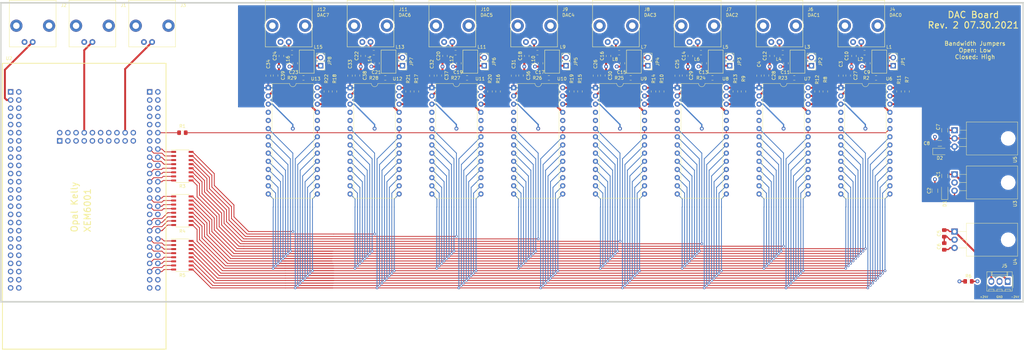
<source format=kicad_pcb>
(kicad_pcb (version 20171130) (host pcbnew "(5.0.0)")

  (general
    (thickness 1.6)
    (drawings 17)
    (tracks 1247)
    (zones 0)
    (modules 117)
    (nets 191)
  )

  (page B)
  (layers
    (0 F.Cu signal)
    (1 In1.Cu power hide)
    (2 In2.Cu power hide)
    (31 B.Cu power)
    (32 B.Adhes user)
    (33 F.Adhes user)
    (34 B.Paste user)
    (35 F.Paste user)
    (36 B.SilkS user)
    (37 F.SilkS user)
    (38 B.Mask user)
    (39 F.Mask user)
    (40 Dwgs.User user)
    (41 Cmts.User user)
    (42 Eco1.User user)
    (43 Eco2.User user)
    (44 Edge.Cuts user)
    (45 Margin user)
    (46 B.CrtYd user)
    (47 F.CrtYd user)
    (48 B.Fab user)
    (49 F.Fab user hide)
  )

  (setup
    (last_trace_width 0.25)
    (user_trace_width 0.4)
    (user_trace_width 0.6)
    (trace_clearance 0.2)
    (zone_clearance 0.508)
    (zone_45_only no)
    (trace_min 0.2)
    (segment_width 0.5)
    (edge_width 0.5)
    (via_size 0.8)
    (via_drill 0.4)
    (via_min_size 0.4)
    (via_min_drill 0.3)
    (user_via 1.2 0.6)
    (user_via 1.6 0.8)
    (uvia_size 0.3)
    (uvia_drill 0.1)
    (uvias_allowed no)
    (uvia_min_size 0.2)
    (uvia_min_drill 0.1)
    (pcb_text_width 0.3)
    (pcb_text_size 1.5 1.5)
    (mod_edge_width 0.15)
    (mod_text_size 1 1)
    (mod_text_width 0.15)
    (pad_size 1.524 1.524)
    (pad_drill 0.762)
    (pad_to_mask_clearance 0.2)
    (aux_axis_origin 0 0)
    (visible_elements 7FFFF7FF)
    (pcbplotparams
      (layerselection 0x010fc_ffffffff)
      (usegerberextensions false)
      (usegerberattributes false)
      (usegerberadvancedattributes false)
      (creategerberjobfile false)
      (excludeedgelayer true)
      (linewidth 0.100000)
      (plotframeref false)
      (viasonmask false)
      (mode 1)
      (useauxorigin false)
      (hpglpennumber 1)
      (hpglpenspeed 20)
      (hpglpendiameter 15.000000)
      (psnegative false)
      (psa4output false)
      (plotreference true)
      (plotvalue true)
      (plotinvisibletext false)
      (padsonsilk false)
      (subtractmaskfromsilk false)
      (outputformat 1)
      (mirror false)
      (drillshape 1)
      (scaleselection 1)
      (outputdirectory ""))
  )

  (net 0 "")
  (net 1 +24V)
  (net 2 GND)
  (net 3 Earth)
  (net 4 "Net-(J1-Pad1)")
  (net 5 "Net-(J2-Pad1)")
  (net 6 "Net-(J3-Pad1)")
  (net 7 "Net-(R1-Pad2)")
  (net 8 /LDAC)
  (net 9 /CS7)
  (net 10 /CS6)
  (net 11 /CS5)
  (net 12 /CS4)
  (net 13 /CS3)
  (net 14 /CS2)
  (net 15 /CS1)
  (net 16 "Net-(R3-Pad8)")
  (net 17 "Net-(R3-Pad7)")
  (net 18 "Net-(R3-Pad6)")
  (net 19 "Net-(R3-Pad5)")
  (net 20 "Net-(R3-Pad4)")
  (net 21 "Net-(R3-Pad3)")
  (net 22 "Net-(R3-Pad2)")
  (net 23 "Net-(R3-Pad1)")
  (net 24 "Net-(R4-Pad1)")
  (net 25 "Net-(R4-Pad2)")
  (net 26 "Net-(R4-Pad3)")
  (net 27 "Net-(R4-Pad4)")
  (net 28 "Net-(R4-Pad5)")
  (net 29 "Net-(R4-Pad6)")
  (net 30 "Net-(R4-Pad7)")
  (net 31 "Net-(R4-Pad8)")
  (net 32 /DB8)
  (net 33 /DB9)
  (net 34 /DB10)
  (net 35 /DB11)
  (net 36 /DB12)
  (net 37 /DB13)
  (net 38 /DB14)
  (net 39 /DB15)
  (net 40 "Net-(R5-Pad1)")
  (net 41 "Net-(R5-Pad2)")
  (net 42 "Net-(R5-Pad3)")
  (net 43 "Net-(R5-Pad4)")
  (net 44 "Net-(R5-Pad5)")
  (net 45 "Net-(R5-Pad6)")
  (net 46 "Net-(R5-Pad7)")
  (net 47 "Net-(R5-Pad8)")
  (net 48 /DB7)
  (net 49 /DB6)
  (net 50 /DB5)
  (net 51 /DB4)
  (net 52 /DB3)
  (net 53 /DB2)
  (net 54 /DB1)
  (net 55 /DB0)
  (net 56 "Net-(R18-Pad2)")
  (net 57 "Net-(R18-Pad1)")
  (net 58 "Net-(R22-Pad2)")
  (net 59 "Net-(U2-Pad4)")
  (net 60 "Net-(U2-Pad5)")
  (net 61 "Net-(U2-Pad6)")
  (net 62 "Net-(U2-Pad7)")
  (net 63 "Net-(U2-Pad8)")
  (net 64 "Net-(U2-Pad9)")
  (net 65 "Net-(U2-Pad10)")
  (net 66 "Net-(U2-Pad11)")
  (net 67 "Net-(U2-Pad12)")
  (net 68 "Net-(U2-Pad13)")
  (net 69 "Net-(U2-Pad14)")
  (net 70 "Net-(U2-Pad15)")
  (net 71 "Net-(U2-Pad16)")
  (net 72 "Net-(U2-Pad17)")
  (net 73 "Net-(U2-Pad18)")
  (net 74 "Net-(U2-Pad21)")
  (net 75 "Net-(U2-Pad22)")
  (net 76 "Net-(U2-Pad23)")
  (net 77 "Net-(U2-Pad24)")
  (net 78 "Net-(U2-Pad25)")
  (net 79 "Net-(U2-Pad26)")
  (net 80 "Net-(U2-Pad27)")
  (net 81 "Net-(U2-Pad28)")
  (net 82 "Net-(U2-Pad29)")
  (net 83 "Net-(U2-Pad30)")
  (net 84 "Net-(U2-Pad33)")
  (net 85 "Net-(U2-Pad34)")
  (net 86 "Net-(U2-Pad35)")
  (net 87 "Net-(U2-Pad36)")
  (net 88 "Net-(U2-Pad37)")
  (net 89 "Net-(U2-Pad38)")
  (net 90 "Net-(U2-Pad39)")
  (net 91 "Net-(U2-Pad40)")
  (net 92 "Net-(U2-Pad41)")
  (net 93 "Net-(U2-Pad42)")
  (net 94 "Net-(U2-Pad43)")
  (net 95 "Net-(U2-Pad44)")
  (net 96 "Net-(U2-Pad45)")
  (net 97 "Net-(U2-Pad46)")
  (net 98 "Net-(U2-Pad47)")
  (net 99 "Net-(U2-Pad48)")
  (net 100 "Net-(U2-Pad60)")
  (net 101 "Net-(U2-Pad59)")
  (net 102 "Net-(U2-Pad63)")
  (net 103 "Net-(U2-Pad98)")
  (net 104 "Net-(U2-Pad97)")
  (net 105 "Net-(U2-Pad92)")
  (net 106 "Net-(U2-Pad75)")
  (net 107 "Net-(U2-Pad91)")
  (net 108 "Net-(U2-Pad117)")
  (net 109 "Net-(U2-Pad101)")
  (net 110 "Net-(U2-Pad103)")
  (net 111 "Net-(U2-Pad104)")
  (net 112 "Net-(U2-Pad111)")
  (net 113 "Net-(U2-Pad112)")
  (net 114 "Net-(U2-Pad114)")
  (net 115 "Net-(U2-Pad105)")
  (net 116 "Net-(U2-Pad113)")
  (net 117 "Net-(U2-Pad110)")
  (net 118 "Net-(U2-Pad107)")
  (net 119 "Net-(U2-Pad102)")
  (net 120 "Net-(U2-Pad109)")
  (net 121 "Net-(U2-Pad115)")
  (net 122 "Net-(U2-Pad116)")
  (net 123 "Net-(U2-Pad56)")
  (net 124 "Net-(U2-Pad57)")
  (net 125 "Net-(U2-Pad58)")
  (net 126 "Net-(U2-Pad53)")
  (net 127 "Net-(U2-Pad55)")
  (net 128 "Net-(U2-Pad54)")
  (net 129 /CS0)
  (net 130 "Net-(U2-Pad64)")
  (net 131 "Net-(U2-Pad61)")
  (net 132 "Net-(U2-Pad76)")
  (net 133 +15V)
  (net 134 -15V)
  (net 135 +5V)
  (net 136 -24V)
  (net 137 "Net-(U2-Pad106)")
  (net 138 "Net-(R11-Pad1)")
  (net 139 "Net-(R7-Pad2)")
  (net 140 "Net-(R12-Pad1)")
  (net 141 "Net-(R8-Pad2)")
  (net 142 "Net-(R13-Pad1)")
  (net 143 "Net-(R9-Pad2)")
  (net 144 "Net-(R10-Pad1)")
  (net 145 "Net-(R10-Pad2)")
  (net 146 "Net-(R11-Pad2)")
  (net 147 "Net-(R12-Pad2)")
  (net 148 "Net-(R13-Pad2)")
  (net 149 "Net-(R14-Pad2)")
  (net 150 "Net-(R15-Pad1)")
  (net 151 "Net-(R15-Pad2)")
  (net 152 "Net-(R16-Pad1)")
  (net 153 "Net-(R16-Pad2)")
  (net 154 "Net-(R17-Pad1)")
  (net 155 "Net-(R17-Pad2)")
  (net 156 "Net-(R19-Pad2)")
  (net 157 "Net-(R20-Pad2)")
  (net 158 "Net-(R21-Pad2)")
  (net 159 "Net-(C9-Pad2)")
  (net 160 "Net-(C10-Pad2)")
  (net 161 "Net-(C11-Pad2)")
  (net 162 "Net-(C12-Pad2)")
  (net 163 "Net-(C13-Pad2)")
  (net 164 "Net-(C14-Pad2)")
  (net 165 "Net-(C15-Pad2)")
  (net 166 "Net-(C16-Pad2)")
  (net 167 "Net-(C17-Pad2)")
  (net 168 "Net-(C18-Pad2)")
  (net 169 "Net-(C19-Pad2)")
  (net 170 "Net-(C20-Pad2)")
  (net 171 "Net-(C21-Pad2)")
  (net 172 "Net-(C22-Pad2)")
  (net 173 "Net-(C23-Pad2)")
  (net 174 "Net-(C24-Pad2)")
  (net 175 "Net-(JP1-Pad1)")
  (net 176 "Net-(JP2-Pad1)")
  (net 177 "Net-(JP3-Pad1)")
  (net 178 "Net-(JP4-Pad1)")
  (net 179 "Net-(JP5-Pad1)")
  (net 180 "Net-(JP6-Pad1)")
  (net 181 "Net-(JP7-Pad1)")
  (net 182 "Net-(JP8-Pad1)")
  (net 183 "Net-(R2-Pad2)")
  (net 184 "Net-(R23-Pad2)")
  (net 185 "Net-(R24-Pad2)")
  (net 186 "Net-(R25-Pad2)")
  (net 187 "Net-(R26-Pad2)")
  (net 188 "Net-(R27-Pad2)")
  (net 189 "Net-(R28-Pad2)")
  (net 190 "Net-(R29-Pad2)")

  (net_class Default "This is the default net class."
    (clearance 0.2)
    (trace_width 0.25)
    (via_dia 0.8)
    (via_drill 0.4)
    (uvia_dia 0.3)
    (uvia_drill 0.1)
    (add_net +15V)
    (add_net +24V)
    (add_net +5V)
    (add_net -15V)
    (add_net -24V)
    (add_net /CS0)
    (add_net /CS1)
    (add_net /CS2)
    (add_net /CS3)
    (add_net /CS4)
    (add_net /CS5)
    (add_net /CS6)
    (add_net /CS7)
    (add_net /DB0)
    (add_net /DB1)
    (add_net /DB10)
    (add_net /DB11)
    (add_net /DB12)
    (add_net /DB13)
    (add_net /DB14)
    (add_net /DB15)
    (add_net /DB2)
    (add_net /DB3)
    (add_net /DB4)
    (add_net /DB5)
    (add_net /DB6)
    (add_net /DB7)
    (add_net /DB8)
    (add_net /DB9)
    (add_net /LDAC)
    (add_net Earth)
    (add_net GND)
    (add_net "Net-(C10-Pad2)")
    (add_net "Net-(C11-Pad2)")
    (add_net "Net-(C12-Pad2)")
    (add_net "Net-(C13-Pad2)")
    (add_net "Net-(C14-Pad2)")
    (add_net "Net-(C15-Pad2)")
    (add_net "Net-(C16-Pad2)")
    (add_net "Net-(C17-Pad2)")
    (add_net "Net-(C18-Pad2)")
    (add_net "Net-(C19-Pad2)")
    (add_net "Net-(C20-Pad2)")
    (add_net "Net-(C21-Pad2)")
    (add_net "Net-(C22-Pad2)")
    (add_net "Net-(C23-Pad2)")
    (add_net "Net-(C24-Pad2)")
    (add_net "Net-(C9-Pad2)")
    (add_net "Net-(J1-Pad1)")
    (add_net "Net-(J2-Pad1)")
    (add_net "Net-(J3-Pad1)")
    (add_net "Net-(JP1-Pad1)")
    (add_net "Net-(JP2-Pad1)")
    (add_net "Net-(JP3-Pad1)")
    (add_net "Net-(JP4-Pad1)")
    (add_net "Net-(JP5-Pad1)")
    (add_net "Net-(JP6-Pad1)")
    (add_net "Net-(JP7-Pad1)")
    (add_net "Net-(JP8-Pad1)")
    (add_net "Net-(R1-Pad2)")
    (add_net "Net-(R10-Pad1)")
    (add_net "Net-(R10-Pad2)")
    (add_net "Net-(R11-Pad1)")
    (add_net "Net-(R11-Pad2)")
    (add_net "Net-(R12-Pad1)")
    (add_net "Net-(R12-Pad2)")
    (add_net "Net-(R13-Pad1)")
    (add_net "Net-(R13-Pad2)")
    (add_net "Net-(R14-Pad2)")
    (add_net "Net-(R15-Pad1)")
    (add_net "Net-(R15-Pad2)")
    (add_net "Net-(R16-Pad1)")
    (add_net "Net-(R16-Pad2)")
    (add_net "Net-(R17-Pad1)")
    (add_net "Net-(R17-Pad2)")
    (add_net "Net-(R18-Pad1)")
    (add_net "Net-(R18-Pad2)")
    (add_net "Net-(R19-Pad2)")
    (add_net "Net-(R2-Pad2)")
    (add_net "Net-(R20-Pad2)")
    (add_net "Net-(R21-Pad2)")
    (add_net "Net-(R22-Pad2)")
    (add_net "Net-(R23-Pad2)")
    (add_net "Net-(R24-Pad2)")
    (add_net "Net-(R25-Pad2)")
    (add_net "Net-(R26-Pad2)")
    (add_net "Net-(R27-Pad2)")
    (add_net "Net-(R28-Pad2)")
    (add_net "Net-(R29-Pad2)")
    (add_net "Net-(R3-Pad1)")
    (add_net "Net-(R3-Pad2)")
    (add_net "Net-(R3-Pad3)")
    (add_net "Net-(R3-Pad4)")
    (add_net "Net-(R3-Pad5)")
    (add_net "Net-(R3-Pad6)")
    (add_net "Net-(R3-Pad7)")
    (add_net "Net-(R3-Pad8)")
    (add_net "Net-(R4-Pad1)")
    (add_net "Net-(R4-Pad2)")
    (add_net "Net-(R4-Pad3)")
    (add_net "Net-(R4-Pad4)")
    (add_net "Net-(R4-Pad5)")
    (add_net "Net-(R4-Pad6)")
    (add_net "Net-(R4-Pad7)")
    (add_net "Net-(R4-Pad8)")
    (add_net "Net-(R5-Pad1)")
    (add_net "Net-(R5-Pad2)")
    (add_net "Net-(R5-Pad3)")
    (add_net "Net-(R5-Pad4)")
    (add_net "Net-(R5-Pad5)")
    (add_net "Net-(R5-Pad6)")
    (add_net "Net-(R5-Pad7)")
    (add_net "Net-(R5-Pad8)")
    (add_net "Net-(R7-Pad2)")
    (add_net "Net-(R8-Pad2)")
    (add_net "Net-(R9-Pad2)")
    (add_net "Net-(U2-Pad10)")
    (add_net "Net-(U2-Pad101)")
    (add_net "Net-(U2-Pad102)")
    (add_net "Net-(U2-Pad103)")
    (add_net "Net-(U2-Pad104)")
    (add_net "Net-(U2-Pad105)")
    (add_net "Net-(U2-Pad106)")
    (add_net "Net-(U2-Pad107)")
    (add_net "Net-(U2-Pad109)")
    (add_net "Net-(U2-Pad11)")
    (add_net "Net-(U2-Pad110)")
    (add_net "Net-(U2-Pad111)")
    (add_net "Net-(U2-Pad112)")
    (add_net "Net-(U2-Pad113)")
    (add_net "Net-(U2-Pad114)")
    (add_net "Net-(U2-Pad115)")
    (add_net "Net-(U2-Pad116)")
    (add_net "Net-(U2-Pad117)")
    (add_net "Net-(U2-Pad12)")
    (add_net "Net-(U2-Pad13)")
    (add_net "Net-(U2-Pad14)")
    (add_net "Net-(U2-Pad15)")
    (add_net "Net-(U2-Pad16)")
    (add_net "Net-(U2-Pad17)")
    (add_net "Net-(U2-Pad18)")
    (add_net "Net-(U2-Pad21)")
    (add_net "Net-(U2-Pad22)")
    (add_net "Net-(U2-Pad23)")
    (add_net "Net-(U2-Pad24)")
    (add_net "Net-(U2-Pad25)")
    (add_net "Net-(U2-Pad26)")
    (add_net "Net-(U2-Pad27)")
    (add_net "Net-(U2-Pad28)")
    (add_net "Net-(U2-Pad29)")
    (add_net "Net-(U2-Pad30)")
    (add_net "Net-(U2-Pad33)")
    (add_net "Net-(U2-Pad34)")
    (add_net "Net-(U2-Pad35)")
    (add_net "Net-(U2-Pad36)")
    (add_net "Net-(U2-Pad37)")
    (add_net "Net-(U2-Pad38)")
    (add_net "Net-(U2-Pad39)")
    (add_net "Net-(U2-Pad4)")
    (add_net "Net-(U2-Pad40)")
    (add_net "Net-(U2-Pad41)")
    (add_net "Net-(U2-Pad42)")
    (add_net "Net-(U2-Pad43)")
    (add_net "Net-(U2-Pad44)")
    (add_net "Net-(U2-Pad45)")
    (add_net "Net-(U2-Pad46)")
    (add_net "Net-(U2-Pad47)")
    (add_net "Net-(U2-Pad48)")
    (add_net "Net-(U2-Pad5)")
    (add_net "Net-(U2-Pad53)")
    (add_net "Net-(U2-Pad54)")
    (add_net "Net-(U2-Pad55)")
    (add_net "Net-(U2-Pad56)")
    (add_net "Net-(U2-Pad57)")
    (add_net "Net-(U2-Pad58)")
    (add_net "Net-(U2-Pad59)")
    (add_net "Net-(U2-Pad6)")
    (add_net "Net-(U2-Pad60)")
    (add_net "Net-(U2-Pad61)")
    (add_net "Net-(U2-Pad63)")
    (add_net "Net-(U2-Pad64)")
    (add_net "Net-(U2-Pad7)")
    (add_net "Net-(U2-Pad75)")
    (add_net "Net-(U2-Pad76)")
    (add_net "Net-(U2-Pad8)")
    (add_net "Net-(U2-Pad9)")
    (add_net "Net-(U2-Pad91)")
    (add_net "Net-(U2-Pad92)")
    (add_net "Net-(U2-Pad97)")
    (add_net "Net-(U2-Pad98)")
  )

  (module Resistor_SMD:R_0805_2012Metric_Pad1.15x1.40mm_HandSolder (layer F.Cu) (tedit 6101DD5A) (tstamp 610319ED)
    (at 117.357 50.292 180)
    (descr "Resistor SMD 0805 (2012 Metric), square (rectangular) end terminal, IPC_7351 nominal with elongated pad for handsoldering. (Body size source: https://docs.google.com/spreadsheets/d/1BsfQQcO9C6DZCsRaXUlFlo91Tg2WpOkGARC1WS5S8t0/edit?usp=sharing), generated with kicad-footprint-generator")
    (tags "resistor handsolder")
    (path /5CB8C8D5/61B13EBD)
    (attr smd)
    (fp_text reference R29 (at 3.565 0 180) (layer F.SilkS)
      (effects (font (size 1 1) (thickness 0.15)))
    )
    (fp_text value 22 (at 0 1.65 180) (layer F.Fab)
      (effects (font (size 1 1) (thickness 0.15)))
    )
    (fp_text user %R (at 0 0 180) (layer F.Fab)
      (effects (font (size 0.5 0.5) (thickness 0.08)))
    )
    (fp_line (start 1.85 0.95) (end -1.85 0.95) (layer F.CrtYd) (width 0.05))
    (fp_line (start 1.85 -0.95) (end 1.85 0.95) (layer F.CrtYd) (width 0.05))
    (fp_line (start -1.85 -0.95) (end 1.85 -0.95) (layer F.CrtYd) (width 0.05))
    (fp_line (start -1.85 0.95) (end -1.85 -0.95) (layer F.CrtYd) (width 0.05))
    (fp_line (start -0.261252 0.71) (end 0.261252 0.71) (layer F.SilkS) (width 0.12))
    (fp_line (start -0.261252 -0.71) (end 0.261252 -0.71) (layer F.SilkS) (width 0.12))
    (fp_line (start 1 0.6) (end -1 0.6) (layer F.Fab) (width 0.1))
    (fp_line (start 1 -0.6) (end 1 0.6) (layer F.Fab) (width 0.1))
    (fp_line (start -1 -0.6) (end 1 -0.6) (layer F.Fab) (width 0.1))
    (fp_line (start -1 0.6) (end -1 -0.6) (layer F.Fab) (width 0.1))
    (pad 2 smd roundrect (at 1.025 0 180) (size 1.15 1.4) (layers F.Cu F.Paste F.Mask) (roundrect_rratio 0.217391)
      (net 190 "Net-(R29-Pad2)"))
    (pad 1 smd roundrect (at -1.025 0 180) (size 1.15 1.4) (layers F.Cu F.Paste F.Mask) (roundrect_rratio 0.217391)
      (net 182 "Net-(JP8-Pad1)"))
    (model ${KISYS3DMOD}/Resistor_SMD.3dshapes/R_0805_2012Metric.wrl
      (at (xyz 0 0 0))
      (scale (xyz 1 1 1))
      (rotate (xyz 0 0 0))
    )
  )

  (module Capacitor_SMD:C_0805_2012Metric_Pad1.15x1.40mm_HandSolder (layer F.Cu) (tedit 6101DE12) (tstamp 610319DD)
    (at 114.808 45.72 90)
    (descr "Capacitor SMD 0805 (2012 Metric), square (rectangular) end terminal, IPC_7351 nominal with elongated pad for handsoldering. (Body size source: https://docs.google.com/spreadsheets/d/1BsfQQcO9C6DZCsRaXUlFlo91Tg2WpOkGARC1WS5S8t0/edit?usp=sharing), generated with kicad-footprint-generator")
    (tags "capacitor handsolder")
    (path /5CB8C8D5/61B13ECF)
    (attr smd)
    (fp_text reference C23 (at -2.794 -0.508 180) (layer F.SilkS)
      (effects (font (size 1 1) (thickness 0.15)))
    )
    (fp_text value "1 uF" (at 0 1.65 90) (layer F.Fab)
      (effects (font (size 1 1) (thickness 0.15)))
    )
    (fp_text user %R (at 0 0 90) (layer F.Fab)
      (effects (font (size 0.5 0.5) (thickness 0.08)))
    )
    (fp_line (start 1.85 0.95) (end -1.85 0.95) (layer F.CrtYd) (width 0.05))
    (fp_line (start 1.85 -0.95) (end 1.85 0.95) (layer F.CrtYd) (width 0.05))
    (fp_line (start -1.85 -0.95) (end 1.85 -0.95) (layer F.CrtYd) (width 0.05))
    (fp_line (start -1.85 0.95) (end -1.85 -0.95) (layer F.CrtYd) (width 0.05))
    (fp_line (start -0.261252 0.71) (end 0.261252 0.71) (layer F.SilkS) (width 0.12))
    (fp_line (start -0.261252 -0.71) (end 0.261252 -0.71) (layer F.SilkS) (width 0.12))
    (fp_line (start 1 0.6) (end -1 0.6) (layer F.Fab) (width 0.1))
    (fp_line (start 1 -0.6) (end 1 0.6) (layer F.Fab) (width 0.1))
    (fp_line (start -1 -0.6) (end 1 -0.6) (layer F.Fab) (width 0.1))
    (fp_line (start -1 0.6) (end -1 -0.6) (layer F.Fab) (width 0.1))
    (pad 2 smd roundrect (at 1.025 0 90) (size 1.15 1.4) (layers F.Cu F.Paste F.Mask) (roundrect_rratio 0.217391)
      (net 173 "Net-(C23-Pad2)"))
    (pad 1 smd roundrect (at -1.025 0 90) (size 1.15 1.4) (layers F.Cu F.Paste F.Mask) (roundrect_rratio 0.217391)
      (net 2 GND))
    (model ${KISYS3DMOD}/Capacitor_SMD.3dshapes/C_0805_2012Metric.wrl
      (at (xyz 0 0 0))
      (scale (xyz 1 1 1))
      (rotate (xyz 0 0 0))
    )
  )

  (module Connector_PinHeader_2.54mm:PinHeader_1x02_P2.54mm_Vertical (layer F.Cu) (tedit 6101DBF5) (tstamp 610319C8)
    (at 122.682 46.482 180)
    (descr "Through hole straight pin header, 1x02, 2.54mm pitch, single row")
    (tags "Through hole pin header THT 1x02 2.54mm single row")
    (path /5CB8C8D5/61B13EE2)
    (fp_text reference JP8 (at -2.794 1.524 270) (layer F.SilkS)
      (effects (font (size 1 1) (thickness 0.15)))
    )
    (fp_text value Bandwidth (at 0 4.87 180) (layer F.Fab)
      (effects (font (size 1 1) (thickness 0.15)))
    )
    (fp_text user %R (at 0 1.27 270) (layer F.Fab)
      (effects (font (size 1 1) (thickness 0.15)))
    )
    (fp_line (start 1.8 -1.8) (end -1.8 -1.8) (layer F.CrtYd) (width 0.05))
    (fp_line (start 1.8 4.35) (end 1.8 -1.8) (layer F.CrtYd) (width 0.05))
    (fp_line (start -1.8 4.35) (end 1.8 4.35) (layer F.CrtYd) (width 0.05))
    (fp_line (start -1.8 -1.8) (end -1.8 4.35) (layer F.CrtYd) (width 0.05))
    (fp_line (start -1.33 -1.33) (end 0 -1.33) (layer F.SilkS) (width 0.12))
    (fp_line (start -1.33 0) (end -1.33 -1.33) (layer F.SilkS) (width 0.12))
    (fp_line (start -1.33 1.27) (end 1.33 1.27) (layer F.SilkS) (width 0.12))
    (fp_line (start 1.33 1.27) (end 1.33 3.87) (layer F.SilkS) (width 0.12))
    (fp_line (start -1.33 1.27) (end -1.33 3.87) (layer F.SilkS) (width 0.12))
    (fp_line (start -1.33 3.87) (end 1.33 3.87) (layer F.SilkS) (width 0.12))
    (fp_line (start -1.27 -0.635) (end -0.635 -1.27) (layer F.Fab) (width 0.1))
    (fp_line (start -1.27 3.81) (end -1.27 -0.635) (layer F.Fab) (width 0.1))
    (fp_line (start 1.27 3.81) (end -1.27 3.81) (layer F.Fab) (width 0.1))
    (fp_line (start 1.27 -1.27) (end 1.27 3.81) (layer F.Fab) (width 0.1))
    (fp_line (start -0.635 -1.27) (end 1.27 -1.27) (layer F.Fab) (width 0.1))
    (pad 2 thru_hole oval (at 0 2.54 180) (size 1.7 1.7) (drill 1) (layers *.Cu *.Mask)
      (net 173 "Net-(C23-Pad2)"))
    (pad 1 thru_hole rect (at 0 0 180) (size 1.7 1.7) (drill 1) (layers *.Cu *.Mask)
      (net 182 "Net-(JP8-Pad1)"))
    (model ${KISYS3DMOD}/Connector_PinHeader_2.54mm.3dshapes/PinHeader_1x02_P2.54mm_Vertical.wrl
      (at (xyz 0 0 0))
      (scale (xyz 1 1 1))
      (rotate (xyz 0 0 0))
    )
  )

  (module Inductor_SMD:L_0805_2012Metric_Pad1.15x1.40mm_HandSolder (layer F.Cu) (tedit 6101DCA3) (tstamp 610319B8)
    (at 113.792 42.418 180)
    (descr "Capacitor SMD 0805 (2012 Metric), square (rectangular) end terminal, IPC_7351 nominal with elongated pad for handsoldering. (Body size source: https://docs.google.com/spreadsheets/d/1BsfQQcO9C6DZCsRaXUlFlo91Tg2WpOkGARC1WS5S8t0/edit?usp=sharing), generated with kicad-footprint-generator")
    (tags "inductor handsolder")
    (path /5CB8C8D5/61B13EC9)
    (attr smd)
    (fp_text reference L16 (at 1.27 -2.286 90) (layer F.SilkS)
      (effects (font (size 1 1) (thickness 0.15)))
    )
    (fp_text value "100 nH" (at 0 1.65 180) (layer F.Fab)
      (effects (font (size 1 1) (thickness 0.15)))
    )
    (fp_text user %R (at 0 0 180) (layer F.Fab)
      (effects (font (size 0.5 0.5) (thickness 0.08)))
    )
    (fp_line (start 1.85 0.95) (end -1.85 0.95) (layer F.CrtYd) (width 0.05))
    (fp_line (start 1.85 -0.95) (end 1.85 0.95) (layer F.CrtYd) (width 0.05))
    (fp_line (start -1.85 -0.95) (end 1.85 -0.95) (layer F.CrtYd) (width 0.05))
    (fp_line (start -1.85 0.95) (end -1.85 -0.95) (layer F.CrtYd) (width 0.05))
    (fp_line (start -0.261252 0.71) (end 0.261252 0.71) (layer F.SilkS) (width 0.12))
    (fp_line (start -0.261252 -0.71) (end 0.261252 -0.71) (layer F.SilkS) (width 0.12))
    (fp_line (start 1 0.6) (end -1 0.6) (layer F.Fab) (width 0.1))
    (fp_line (start 1 -0.6) (end 1 0.6) (layer F.Fab) (width 0.1))
    (fp_line (start -1 -0.6) (end 1 -0.6) (layer F.Fab) (width 0.1))
    (fp_line (start -1 0.6) (end -1 -0.6) (layer F.Fab) (width 0.1))
    (pad 2 smd roundrect (at 1.025 0 180) (size 1.15 1.4) (layers F.Cu F.Paste F.Mask) (roundrect_rratio 0.217391)
      (net 174 "Net-(C24-Pad2)"))
    (pad 1 smd roundrect (at -1.025 0 180) (size 1.15 1.4) (layers F.Cu F.Paste F.Mask) (roundrect_rratio 0.217391)
      (net 173 "Net-(C23-Pad2)"))
    (model ${KISYS3DMOD}/Inductor_SMD.3dshapes/L_0805_2012Metric.wrl
      (at (xyz 0 0 0))
      (scale (xyz 1 1 1))
      (rotate (xyz 0 0 0))
    )
  )

  (module Capacitor_SMD:C_0805_2012Metric_Pad1.15x1.40mm_HandSolder (layer F.Cu) (tedit 6101DE2D) (tstamp 610319A8)
    (at 110.49 43.434 90)
    (descr "Capacitor SMD 0805 (2012 Metric), square (rectangular) end terminal, IPC_7351 nominal with elongated pad for handsoldering. (Body size source: https://docs.google.com/spreadsheets/d/1BsfQQcO9C6DZCsRaXUlFlo91Tg2WpOkGARC1WS5S8t0/edit?usp=sharing), generated with kicad-footprint-generator")
    (tags "capacitor handsolder")
    (path /5CB8C8D5/61B13ED5)
    (attr smd)
    (fp_text reference C24 (at 0 -2.032 90) (layer F.SilkS)
      (effects (font (size 1 1) (thickness 0.15)))
    )
    (fp_text value "47 uF" (at 0 1.65 90) (layer F.Fab)
      (effects (font (size 1 1) (thickness 0.15)))
    )
    (fp_line (start -1 0.6) (end -1 -0.6) (layer F.Fab) (width 0.1))
    (fp_line (start -1 -0.6) (end 1 -0.6) (layer F.Fab) (width 0.1))
    (fp_line (start 1 -0.6) (end 1 0.6) (layer F.Fab) (width 0.1))
    (fp_line (start 1 0.6) (end -1 0.6) (layer F.Fab) (width 0.1))
    (fp_line (start -0.261252 -0.71) (end 0.261252 -0.71) (layer F.SilkS) (width 0.12))
    (fp_line (start -0.261252 0.71) (end 0.261252 0.71) (layer F.SilkS) (width 0.12))
    (fp_line (start -1.85 0.95) (end -1.85 -0.95) (layer F.CrtYd) (width 0.05))
    (fp_line (start -1.85 -0.95) (end 1.85 -0.95) (layer F.CrtYd) (width 0.05))
    (fp_line (start 1.85 -0.95) (end 1.85 0.95) (layer F.CrtYd) (width 0.05))
    (fp_line (start 1.85 0.95) (end -1.85 0.95) (layer F.CrtYd) (width 0.05))
    (fp_text user %R (at 0 0 90) (layer F.Fab)
      (effects (font (size 0.5 0.5) (thickness 0.08)))
    )
    (pad 1 smd roundrect (at -1.025 0 90) (size 1.15 1.4) (layers F.Cu F.Paste F.Mask) (roundrect_rratio 0.217391)
      (net 2 GND))
    (pad 2 smd roundrect (at 1.025 0 90) (size 1.15 1.4) (layers F.Cu F.Paste F.Mask) (roundrect_rratio 0.217391)
      (net 174 "Net-(C24-Pad2)"))
    (model ${KISYS3DMOD}/Capacitor_SMD.3dshapes/C_0805_2012Metric.wrl
      (at (xyz 0 0 0))
      (scale (xyz 1 1 1))
      (rotate (xyz 0 0 0))
    )
  )

  (module Connector_Coaxial:BNC_HORZMOUNT (layer F.Cu) (tedit 6101DBBA) (tstamp 6103199D)
    (at 112.776 39.116)
    (path /5CB8C8D5/61B13EF4)
    (fp_text reference J12 (at 10.16 -10.16) (layer F.SilkS)
      (effects (font (size 1 1) (thickness 0.15)))
    )
    (fp_text value DAC7 (at 0 -15.24) (layer F.Fab)
      (effects (font (size 1 1) (thickness 0.15)))
    )
    (fp_line (start -7.25 1.5) (end 7.25 1.5) (layer F.SilkS) (width 0.15))
    (fp_line (start 7.25 1.5) (end 7.25 -13) (layer F.SilkS) (width 0.15))
    (fp_line (start 7.25 -13) (end -7.25 -13) (layer F.SilkS) (width 0.15))
    (fp_line (start -7.25 -13) (end -7.25 1.5) (layer F.SilkS) (width 0.15))
    (pad 1 thru_hole circle (at 0 0) (size 1.8 1.8) (drill 0.89) (layers *.Cu *.Mask)
      (net 174 "Net-(C24-Pad2)"))
    (pad 2 thru_hole circle (at -2.54 0) (size 1.8 1.8) (drill 0.89) (layers *.Cu *.Mask)
      (net 2 GND))
    (pad "" thru_hole circle (at 5.08 -5.08) (size 3.8 3.8) (drill 2.01) (layers *.Cu *.Mask))
    (pad "" thru_hole circle (at -5.08 -5.08) (size 3.8 3.8) (drill 2.01) (layers *.Cu *.Mask))
  )

  (module imported:SRR6603 (layer F.Cu) (tedit 6101DC81) (tstamp 61031990)
    (at 118.364 45.212 90)
    (path /5CB8C8D5/61B13EC3)
    (fp_text reference L15 (at 4.572 3.556 180) (layer F.SilkS)
      (effects (font (size 1 1) (thickness 0.15)))
    )
    (fp_text value "2.2 mH" (at 0.01524 -4.65328 90) (layer F.Fab)
      (effects (font (size 1 1) (thickness 0.15)))
    )
    (fp_line (start -3.6 2.3) (end -3.6 -2.3) (layer F.CrtYd) (width 0.1))
    (fp_line (start 3.6 2.3) (end 3.6 -2.3) (layer F.CrtYd) (width 0.1))
    (fp_line (start -3.6 2.3) (end 3.6 2.3) (layer F.CrtYd) (width 0.1))
    (fp_line (start -3.6 -2.3) (end 3.6 -2.3) (layer F.CrtYd) (width 0.1))
    (fp_line (start -3.6 -2.3) (end -3.6 2.3) (layer F.SilkS) (width 0.15))
    (fp_line (start -3.6 2.3) (end 3.6 2.3) (layer F.SilkS) (width 0.15))
    (fp_line (start 3.6 2.3) (end 3.6 -2.3) (layer F.SilkS) (width 0.15))
    (fp_line (start 3.6 -2.3) (end -3.6 -2.3) (layer F.SilkS) (width 0.15))
    (pad 1 smd rect (at -2.775 0 180) (size 3 1.45) (layers F.Cu F.Paste F.Mask)
      (net 182 "Net-(JP8-Pad1)"))
    (pad 2 smd rect (at 2.775 0) (size 3 1.45) (layers F.Cu F.Paste F.Mask)
      (net 173 "Net-(C23-Pad2)"))
  )

  (module Inductor_SMD:L_0805_2012Metric_Pad1.15x1.40mm_HandSolder (layer F.Cu) (tedit 6101DCC1) (tstamp 610318EB)
    (at 139.192 42.418 180)
    (descr "Capacitor SMD 0805 (2012 Metric), square (rectangular) end terminal, IPC_7351 nominal with elongated pad for handsoldering. (Body size source: https://docs.google.com/spreadsheets/d/1BsfQQcO9C6DZCsRaXUlFlo91Tg2WpOkGARC1WS5S8t0/edit?usp=sharing), generated with kicad-footprint-generator")
    (tags "inductor handsolder")
    (path /5CB8C8D5/61AB5043)
    (attr smd)
    (fp_text reference L14 (at 1.27 -2.286 270) (layer F.SilkS)
      (effects (font (size 1 1) (thickness 0.15)))
    )
    (fp_text value "100 nH" (at 0 1.65 180) (layer F.Fab)
      (effects (font (size 1 1) (thickness 0.15)))
    )
    (fp_line (start -1 0.6) (end -1 -0.6) (layer F.Fab) (width 0.1))
    (fp_line (start -1 -0.6) (end 1 -0.6) (layer F.Fab) (width 0.1))
    (fp_line (start 1 -0.6) (end 1 0.6) (layer F.Fab) (width 0.1))
    (fp_line (start 1 0.6) (end -1 0.6) (layer F.Fab) (width 0.1))
    (fp_line (start -0.261252 -0.71) (end 0.261252 -0.71) (layer F.SilkS) (width 0.12))
    (fp_line (start -0.261252 0.71) (end 0.261252 0.71) (layer F.SilkS) (width 0.12))
    (fp_line (start -1.85 0.95) (end -1.85 -0.95) (layer F.CrtYd) (width 0.05))
    (fp_line (start -1.85 -0.95) (end 1.85 -0.95) (layer F.CrtYd) (width 0.05))
    (fp_line (start 1.85 -0.95) (end 1.85 0.95) (layer F.CrtYd) (width 0.05))
    (fp_line (start 1.85 0.95) (end -1.85 0.95) (layer F.CrtYd) (width 0.05))
    (fp_text user %R (at 0 0 180) (layer F.Fab)
      (effects (font (size 0.5 0.5) (thickness 0.08)))
    )
    (pad 1 smd roundrect (at -1.025 0 180) (size 1.15 1.4) (layers F.Cu F.Paste F.Mask) (roundrect_rratio 0.217391)
      (net 171 "Net-(C21-Pad2)"))
    (pad 2 smd roundrect (at 1.025 0 180) (size 1.15 1.4) (layers F.Cu F.Paste F.Mask) (roundrect_rratio 0.217391)
      (net 172 "Net-(C22-Pad2)"))
    (model ${KISYS3DMOD}/Inductor_SMD.3dshapes/L_0805_2012Metric.wrl
      (at (xyz 0 0 0))
      (scale (xyz 1 1 1))
      (rotate (xyz 0 0 0))
    )
  )

  (module Capacitor_SMD:C_0805_2012Metric_Pad1.15x1.40mm_HandSolder (layer F.Cu) (tedit 6101DE3A) (tstamp 610318DB)
    (at 135.89 43.434 90)
    (descr "Capacitor SMD 0805 (2012 Metric), square (rectangular) end terminal, IPC_7351 nominal with elongated pad for handsoldering. (Body size source: https://docs.google.com/spreadsheets/d/1BsfQQcO9C6DZCsRaXUlFlo91Tg2WpOkGARC1WS5S8t0/edit?usp=sharing), generated with kicad-footprint-generator")
    (tags "capacitor handsolder")
    (path /5CB8C8D5/61AB504F)
    (attr smd)
    (fp_text reference C22 (at 0 -2.032 90) (layer F.SilkS)
      (effects (font (size 1 1) (thickness 0.15)))
    )
    (fp_text value "47 uF" (at 0 1.65 90) (layer F.Fab)
      (effects (font (size 1 1) (thickness 0.15)))
    )
    (fp_text user %R (at 0 0 90) (layer F.Fab)
      (effects (font (size 0.5 0.5) (thickness 0.08)))
    )
    (fp_line (start 1.85 0.95) (end -1.85 0.95) (layer F.CrtYd) (width 0.05))
    (fp_line (start 1.85 -0.95) (end 1.85 0.95) (layer F.CrtYd) (width 0.05))
    (fp_line (start -1.85 -0.95) (end 1.85 -0.95) (layer F.CrtYd) (width 0.05))
    (fp_line (start -1.85 0.95) (end -1.85 -0.95) (layer F.CrtYd) (width 0.05))
    (fp_line (start -0.261252 0.71) (end 0.261252 0.71) (layer F.SilkS) (width 0.12))
    (fp_line (start -0.261252 -0.71) (end 0.261252 -0.71) (layer F.SilkS) (width 0.12))
    (fp_line (start 1 0.6) (end -1 0.6) (layer F.Fab) (width 0.1))
    (fp_line (start 1 -0.6) (end 1 0.6) (layer F.Fab) (width 0.1))
    (fp_line (start -1 -0.6) (end 1 -0.6) (layer F.Fab) (width 0.1))
    (fp_line (start -1 0.6) (end -1 -0.6) (layer F.Fab) (width 0.1))
    (pad 2 smd roundrect (at 1.025 0 90) (size 1.15 1.4) (layers F.Cu F.Paste F.Mask) (roundrect_rratio 0.217391)
      (net 172 "Net-(C22-Pad2)"))
    (pad 1 smd roundrect (at -1.025 0 90) (size 1.15 1.4) (layers F.Cu F.Paste F.Mask) (roundrect_rratio 0.217391)
      (net 2 GND))
    (model ${KISYS3DMOD}/Capacitor_SMD.3dshapes/C_0805_2012Metric.wrl
      (at (xyz 0 0 0))
      (scale (xyz 1 1 1))
      (rotate (xyz 0 0 0))
    )
  )

  (module Resistor_SMD:R_0805_2012Metric_Pad1.15x1.40mm_HandSolder (layer F.Cu) (tedit 6101DD66) (tstamp 610318CB)
    (at 142.757 50.292 180)
    (descr "Resistor SMD 0805 (2012 Metric), square (rectangular) end terminal, IPC_7351 nominal with elongated pad for handsoldering. (Body size source: https://docs.google.com/spreadsheets/d/1BsfQQcO9C6DZCsRaXUlFlo91Tg2WpOkGARC1WS5S8t0/edit?usp=sharing), generated with kicad-footprint-generator")
    (tags "resistor handsolder")
    (path /5CB8C8D5/61AB5037)
    (attr smd)
    (fp_text reference R28 (at 3.565 0 180) (layer F.SilkS)
      (effects (font (size 1 1) (thickness 0.15)))
    )
    (fp_text value 22 (at 0 1.65 180) (layer F.Fab)
      (effects (font (size 1 1) (thickness 0.15)))
    )
    (fp_line (start -1 0.6) (end -1 -0.6) (layer F.Fab) (width 0.1))
    (fp_line (start -1 -0.6) (end 1 -0.6) (layer F.Fab) (width 0.1))
    (fp_line (start 1 -0.6) (end 1 0.6) (layer F.Fab) (width 0.1))
    (fp_line (start 1 0.6) (end -1 0.6) (layer F.Fab) (width 0.1))
    (fp_line (start -0.261252 -0.71) (end 0.261252 -0.71) (layer F.SilkS) (width 0.12))
    (fp_line (start -0.261252 0.71) (end 0.261252 0.71) (layer F.SilkS) (width 0.12))
    (fp_line (start -1.85 0.95) (end -1.85 -0.95) (layer F.CrtYd) (width 0.05))
    (fp_line (start -1.85 -0.95) (end 1.85 -0.95) (layer F.CrtYd) (width 0.05))
    (fp_line (start 1.85 -0.95) (end 1.85 0.95) (layer F.CrtYd) (width 0.05))
    (fp_line (start 1.85 0.95) (end -1.85 0.95) (layer F.CrtYd) (width 0.05))
    (fp_text user %R (at 0 0 180) (layer F.Fab)
      (effects (font (size 0.5 0.5) (thickness 0.08)))
    )
    (pad 1 smd roundrect (at -1.025 0 180) (size 1.15 1.4) (layers F.Cu F.Paste F.Mask) (roundrect_rratio 0.217391)
      (net 181 "Net-(JP7-Pad1)"))
    (pad 2 smd roundrect (at 1.025 0 180) (size 1.15 1.4) (layers F.Cu F.Paste F.Mask) (roundrect_rratio 0.217391)
      (net 189 "Net-(R28-Pad2)"))
    (model ${KISYS3DMOD}/Resistor_SMD.3dshapes/R_0805_2012Metric.wrl
      (at (xyz 0 0 0))
      (scale (xyz 1 1 1))
      (rotate (xyz 0 0 0))
    )
  )

  (module Connector_Coaxial:BNC_HORZMOUNT (layer F.Cu) (tedit 6101DBAC) (tstamp 610318C0)
    (at 138.176 39.116)
    (path /5CB8C8D5/61AB506E)
    (fp_text reference J11 (at 10.16 -10.16) (layer F.SilkS)
      (effects (font (size 1 1) (thickness 0.15)))
    )
    (fp_text value DAC6 (at 0 -15.24) (layer F.Fab)
      (effects (font (size 1 1) (thickness 0.15)))
    )
    (fp_line (start -7.25 -13) (end -7.25 1.5) (layer F.SilkS) (width 0.15))
    (fp_line (start 7.25 -13) (end -7.25 -13) (layer F.SilkS) (width 0.15))
    (fp_line (start 7.25 1.5) (end 7.25 -13) (layer F.SilkS) (width 0.15))
    (fp_line (start -7.25 1.5) (end 7.25 1.5) (layer F.SilkS) (width 0.15))
    (pad "" thru_hole circle (at -5.08 -5.08) (size 3.8 3.8) (drill 2.01) (layers *.Cu *.Mask))
    (pad "" thru_hole circle (at 5.08 -5.08) (size 3.8 3.8) (drill 2.01) (layers *.Cu *.Mask))
    (pad 2 thru_hole circle (at -2.54 0) (size 1.8 1.8) (drill 0.89) (layers *.Cu *.Mask)
      (net 2 GND))
    (pad 1 thru_hole circle (at 0 0) (size 1.8 1.8) (drill 0.89) (layers *.Cu *.Mask)
      (net 172 "Net-(C22-Pad2)"))
  )

  (module imported:SRR6603 (layer F.Cu) (tedit 6101DC71) (tstamp 610318B3)
    (at 143.764 45.212 90)
    (path /5CB8C8D5/61AB503D)
    (fp_text reference L13 (at 4.572 3.556 180) (layer F.SilkS)
      (effects (font (size 1 1) (thickness 0.15)))
    )
    (fp_text value "2.2 mH" (at 0.01524 -4.65328 90) (layer F.Fab)
      (effects (font (size 1 1) (thickness 0.15)))
    )
    (fp_line (start 3.6 -2.3) (end -3.6 -2.3) (layer F.SilkS) (width 0.15))
    (fp_line (start 3.6 2.3) (end 3.6 -2.3) (layer F.SilkS) (width 0.15))
    (fp_line (start -3.6 2.3) (end 3.6 2.3) (layer F.SilkS) (width 0.15))
    (fp_line (start -3.6 -2.3) (end -3.6 2.3) (layer F.SilkS) (width 0.15))
    (fp_line (start -3.6 -2.3) (end 3.6 -2.3) (layer F.CrtYd) (width 0.1))
    (fp_line (start -3.6 2.3) (end 3.6 2.3) (layer F.CrtYd) (width 0.1))
    (fp_line (start 3.6 2.3) (end 3.6 -2.3) (layer F.CrtYd) (width 0.1))
    (fp_line (start -3.6 2.3) (end -3.6 -2.3) (layer F.CrtYd) (width 0.1))
    (pad 2 smd rect (at 2.775 0) (size 3 1.45) (layers F.Cu F.Paste F.Mask)
      (net 171 "Net-(C21-Pad2)"))
    (pad 1 smd rect (at -2.775 0 180) (size 3 1.45) (layers F.Cu F.Paste F.Mask)
      (net 181 "Net-(JP7-Pad1)"))
  )

  (module Capacitor_SMD:C_0805_2012Metric_Pad1.15x1.40mm_HandSolder (layer F.Cu) (tedit 6101DE0A) (tstamp 610318A3)
    (at 140.208 45.72 90)
    (descr "Capacitor SMD 0805 (2012 Metric), square (rectangular) end terminal, IPC_7351 nominal with elongated pad for handsoldering. (Body size source: https://docs.google.com/spreadsheets/d/1BsfQQcO9C6DZCsRaXUlFlo91Tg2WpOkGARC1WS5S8t0/edit?usp=sharing), generated with kicad-footprint-generator")
    (tags "capacitor handsolder")
    (path /5CB8C8D5/61AB5049)
    (attr smd)
    (fp_text reference C21 (at -2.794 -0.254 180) (layer F.SilkS)
      (effects (font (size 1 1) (thickness 0.15)))
    )
    (fp_text value "1 uF" (at 0 1.65 90) (layer F.Fab)
      (effects (font (size 1 1) (thickness 0.15)))
    )
    (fp_line (start -1 0.6) (end -1 -0.6) (layer F.Fab) (width 0.1))
    (fp_line (start -1 -0.6) (end 1 -0.6) (layer F.Fab) (width 0.1))
    (fp_line (start 1 -0.6) (end 1 0.6) (layer F.Fab) (width 0.1))
    (fp_line (start 1 0.6) (end -1 0.6) (layer F.Fab) (width 0.1))
    (fp_line (start -0.261252 -0.71) (end 0.261252 -0.71) (layer F.SilkS) (width 0.12))
    (fp_line (start -0.261252 0.71) (end 0.261252 0.71) (layer F.SilkS) (width 0.12))
    (fp_line (start -1.85 0.95) (end -1.85 -0.95) (layer F.CrtYd) (width 0.05))
    (fp_line (start -1.85 -0.95) (end 1.85 -0.95) (layer F.CrtYd) (width 0.05))
    (fp_line (start 1.85 -0.95) (end 1.85 0.95) (layer F.CrtYd) (width 0.05))
    (fp_line (start 1.85 0.95) (end -1.85 0.95) (layer F.CrtYd) (width 0.05))
    (fp_text user %R (at 0 0 90) (layer F.Fab)
      (effects (font (size 0.5 0.5) (thickness 0.08)))
    )
    (pad 1 smd roundrect (at -1.025 0 90) (size 1.15 1.4) (layers F.Cu F.Paste F.Mask) (roundrect_rratio 0.217391)
      (net 2 GND))
    (pad 2 smd roundrect (at 1.025 0 90) (size 1.15 1.4) (layers F.Cu F.Paste F.Mask) (roundrect_rratio 0.217391)
      (net 171 "Net-(C21-Pad2)"))
    (model ${KISYS3DMOD}/Capacitor_SMD.3dshapes/C_0805_2012Metric.wrl
      (at (xyz 0 0 0))
      (scale (xyz 1 1 1))
      (rotate (xyz 0 0 0))
    )
  )

  (module Connector_PinHeader_2.54mm:PinHeader_1x02_P2.54mm_Vertical (layer F.Cu) (tedit 6101DBFF) (tstamp 6103188E)
    (at 148.082 46.482 180)
    (descr "Through hole straight pin header, 1x02, 2.54mm pitch, single row")
    (tags "Through hole pin header THT 1x02 2.54mm single row")
    (path /5CB8C8D5/61AB505C)
    (fp_text reference JP7 (at -2.794 1.27 270) (layer F.SilkS)
      (effects (font (size 1 1) (thickness 0.15)))
    )
    (fp_text value Bandwidth (at 0 4.87 180) (layer F.Fab)
      (effects (font (size 1 1) (thickness 0.15)))
    )
    (fp_line (start -0.635 -1.27) (end 1.27 -1.27) (layer F.Fab) (width 0.1))
    (fp_line (start 1.27 -1.27) (end 1.27 3.81) (layer F.Fab) (width 0.1))
    (fp_line (start 1.27 3.81) (end -1.27 3.81) (layer F.Fab) (width 0.1))
    (fp_line (start -1.27 3.81) (end -1.27 -0.635) (layer F.Fab) (width 0.1))
    (fp_line (start -1.27 -0.635) (end -0.635 -1.27) (layer F.Fab) (width 0.1))
    (fp_line (start -1.33 3.87) (end 1.33 3.87) (layer F.SilkS) (width 0.12))
    (fp_line (start -1.33 1.27) (end -1.33 3.87) (layer F.SilkS) (width 0.12))
    (fp_line (start 1.33 1.27) (end 1.33 3.87) (layer F.SilkS) (width 0.12))
    (fp_line (start -1.33 1.27) (end 1.33 1.27) (layer F.SilkS) (width 0.12))
    (fp_line (start -1.33 0) (end -1.33 -1.33) (layer F.SilkS) (width 0.12))
    (fp_line (start -1.33 -1.33) (end 0 -1.33) (layer F.SilkS) (width 0.12))
    (fp_line (start -1.8 -1.8) (end -1.8 4.35) (layer F.CrtYd) (width 0.05))
    (fp_line (start -1.8 4.35) (end 1.8 4.35) (layer F.CrtYd) (width 0.05))
    (fp_line (start 1.8 4.35) (end 1.8 -1.8) (layer F.CrtYd) (width 0.05))
    (fp_line (start 1.8 -1.8) (end -1.8 -1.8) (layer F.CrtYd) (width 0.05))
    (fp_text user %R (at 0 1.27 270) (layer F.Fab)
      (effects (font (size 1 1) (thickness 0.15)))
    )
    (pad 1 thru_hole rect (at 0 0 180) (size 1.7 1.7) (drill 1) (layers *.Cu *.Mask)
      (net 181 "Net-(JP7-Pad1)"))
    (pad 2 thru_hole oval (at 0 2.54 180) (size 1.7 1.7) (drill 1) (layers *.Cu *.Mask)
      (net 171 "Net-(C21-Pad2)"))
    (model ${KISYS3DMOD}/Connector_PinHeader_2.54mm.3dshapes/PinHeader_1x02_P2.54mm_Vertical.wrl
      (at (xyz 0 0 0))
      (scale (xyz 1 1 1))
      (rotate (xyz 0 0 0))
    )
  )

  (module Capacitor_SMD:C_0805_2012Metric_Pad1.15x1.40mm_HandSolder (layer F.Cu) (tedit 6101DE46) (tstamp 610317E8)
    (at 161.29 43.434 90)
    (descr "Capacitor SMD 0805 (2012 Metric), square (rectangular) end terminal, IPC_7351 nominal with elongated pad for handsoldering. (Body size source: https://docs.google.com/spreadsheets/d/1BsfQQcO9C6DZCsRaXUlFlo91Tg2WpOkGARC1WS5S8t0/edit?usp=sharing), generated with kicad-footprint-generator")
    (tags "capacitor handsolder")
    (path /5CB8C8D5/61A7CD49)
    (attr smd)
    (fp_text reference C20 (at 0 -2.032 90) (layer F.SilkS)
      (effects (font (size 1 1) (thickness 0.15)))
    )
    (fp_text value "47 uF" (at 0 1.65 90) (layer F.Fab)
      (effects (font (size 1 1) (thickness 0.15)))
    )
    (fp_line (start -1 0.6) (end -1 -0.6) (layer F.Fab) (width 0.1))
    (fp_line (start -1 -0.6) (end 1 -0.6) (layer F.Fab) (width 0.1))
    (fp_line (start 1 -0.6) (end 1 0.6) (layer F.Fab) (width 0.1))
    (fp_line (start 1 0.6) (end -1 0.6) (layer F.Fab) (width 0.1))
    (fp_line (start -0.261252 -0.71) (end 0.261252 -0.71) (layer F.SilkS) (width 0.12))
    (fp_line (start -0.261252 0.71) (end 0.261252 0.71) (layer F.SilkS) (width 0.12))
    (fp_line (start -1.85 0.95) (end -1.85 -0.95) (layer F.CrtYd) (width 0.05))
    (fp_line (start -1.85 -0.95) (end 1.85 -0.95) (layer F.CrtYd) (width 0.05))
    (fp_line (start 1.85 -0.95) (end 1.85 0.95) (layer F.CrtYd) (width 0.05))
    (fp_line (start 1.85 0.95) (end -1.85 0.95) (layer F.CrtYd) (width 0.05))
    (fp_text user %R (at 0 0 90) (layer F.Fab)
      (effects (font (size 0.5 0.5) (thickness 0.08)))
    )
    (pad 1 smd roundrect (at -1.025 0 90) (size 1.15 1.4) (layers F.Cu F.Paste F.Mask) (roundrect_rratio 0.217391)
      (net 2 GND))
    (pad 2 smd roundrect (at 1.025 0 90) (size 1.15 1.4) (layers F.Cu F.Paste F.Mask) (roundrect_rratio 0.217391)
      (net 170 "Net-(C20-Pad2)"))
    (model ${KISYS3DMOD}/Capacitor_SMD.3dshapes/C_0805_2012Metric.wrl
      (at (xyz 0 0 0))
      (scale (xyz 1 1 1))
      (rotate (xyz 0 0 0))
    )
  )

  (module Connector_Coaxial:BNC_HORZMOUNT (layer F.Cu) (tedit 6101DBA3) (tstamp 610317DD)
    (at 163.576 39.116)
    (path /5CB8C8D5/61A7CD68)
    (fp_text reference J10 (at 10.16 -10.16) (layer F.SilkS)
      (effects (font (size 1 1) (thickness 0.15)))
    )
    (fp_text value DAC5 (at 0 -15.24) (layer F.Fab)
      (effects (font (size 1 1) (thickness 0.15)))
    )
    (fp_line (start -7.25 1.5) (end 7.25 1.5) (layer F.SilkS) (width 0.15))
    (fp_line (start 7.25 1.5) (end 7.25 -13) (layer F.SilkS) (width 0.15))
    (fp_line (start 7.25 -13) (end -7.25 -13) (layer F.SilkS) (width 0.15))
    (fp_line (start -7.25 -13) (end -7.25 1.5) (layer F.SilkS) (width 0.15))
    (pad 1 thru_hole circle (at 0 0) (size 1.8 1.8) (drill 0.89) (layers *.Cu *.Mask)
      (net 170 "Net-(C20-Pad2)"))
    (pad 2 thru_hole circle (at -2.54 0) (size 1.8 1.8) (drill 0.89) (layers *.Cu *.Mask)
      (net 2 GND))
    (pad "" thru_hole circle (at 5.08 -5.08) (size 3.8 3.8) (drill 2.01) (layers *.Cu *.Mask))
    (pad "" thru_hole circle (at -5.08 -5.08) (size 3.8 3.8) (drill 2.01) (layers *.Cu *.Mask))
  )

  (module Inductor_SMD:L_0805_2012Metric_Pad1.15x1.40mm_HandSolder (layer F.Cu) (tedit 6101DCD1) (tstamp 610317CD)
    (at 164.592 42.418 180)
    (descr "Capacitor SMD 0805 (2012 Metric), square (rectangular) end terminal, IPC_7351 nominal with elongated pad for handsoldering. (Body size source: https://docs.google.com/spreadsheets/d/1BsfQQcO9C6DZCsRaXUlFlo91Tg2WpOkGARC1WS5S8t0/edit?usp=sharing), generated with kicad-footprint-generator")
    (tags "inductor handsolder")
    (path /5CB8C8D5/61A7CD3D)
    (attr smd)
    (fp_text reference L12 (at 1.27 -2.286 270) (layer F.SilkS)
      (effects (font (size 1 1) (thickness 0.15)))
    )
    (fp_text value "100 nH" (at 0 1.65 180) (layer F.Fab)
      (effects (font (size 1 1) (thickness 0.15)))
    )
    (fp_text user %R (at 0 0 180) (layer F.Fab)
      (effects (font (size 0.5 0.5) (thickness 0.08)))
    )
    (fp_line (start 1.85 0.95) (end -1.85 0.95) (layer F.CrtYd) (width 0.05))
    (fp_line (start 1.85 -0.95) (end 1.85 0.95) (layer F.CrtYd) (width 0.05))
    (fp_line (start -1.85 -0.95) (end 1.85 -0.95) (layer F.CrtYd) (width 0.05))
    (fp_line (start -1.85 0.95) (end -1.85 -0.95) (layer F.CrtYd) (width 0.05))
    (fp_line (start -0.261252 0.71) (end 0.261252 0.71) (layer F.SilkS) (width 0.12))
    (fp_line (start -0.261252 -0.71) (end 0.261252 -0.71) (layer F.SilkS) (width 0.12))
    (fp_line (start 1 0.6) (end -1 0.6) (layer F.Fab) (width 0.1))
    (fp_line (start 1 -0.6) (end 1 0.6) (layer F.Fab) (width 0.1))
    (fp_line (start -1 -0.6) (end 1 -0.6) (layer F.Fab) (width 0.1))
    (fp_line (start -1 0.6) (end -1 -0.6) (layer F.Fab) (width 0.1))
    (pad 2 smd roundrect (at 1.025 0 180) (size 1.15 1.4) (layers F.Cu F.Paste F.Mask) (roundrect_rratio 0.217391)
      (net 170 "Net-(C20-Pad2)"))
    (pad 1 smd roundrect (at -1.025 0 180) (size 1.15 1.4) (layers F.Cu F.Paste F.Mask) (roundrect_rratio 0.217391)
      (net 169 "Net-(C19-Pad2)"))
    (model ${KISYS3DMOD}/Inductor_SMD.3dshapes/L_0805_2012Metric.wrl
      (at (xyz 0 0 0))
      (scale (xyz 1 1 1))
      (rotate (xyz 0 0 0))
    )
  )

  (module Capacitor_SMD:C_0805_2012Metric_Pad1.15x1.40mm_HandSolder (layer F.Cu) (tedit 6101DDFF) (tstamp 610317BD)
    (at 165.608 45.72 90)
    (descr "Capacitor SMD 0805 (2012 Metric), square (rectangular) end terminal, IPC_7351 nominal with elongated pad for handsoldering. (Body size source: https://docs.google.com/spreadsheets/d/1BsfQQcO9C6DZCsRaXUlFlo91Tg2WpOkGARC1WS5S8t0/edit?usp=sharing), generated with kicad-footprint-generator")
    (tags "capacitor handsolder")
    (path /5CB8C8D5/61A7CD43)
    (attr smd)
    (fp_text reference C19 (at -2.794 -0.254 180) (layer F.SilkS)
      (effects (font (size 1 1) (thickness 0.15)))
    )
    (fp_text value "1 uF" (at 0 1.65 90) (layer F.Fab)
      (effects (font (size 1 1) (thickness 0.15)))
    )
    (fp_text user %R (at 0 0 90) (layer F.Fab)
      (effects (font (size 0.5 0.5) (thickness 0.08)))
    )
    (fp_line (start 1.85 0.95) (end -1.85 0.95) (layer F.CrtYd) (width 0.05))
    (fp_line (start 1.85 -0.95) (end 1.85 0.95) (layer F.CrtYd) (width 0.05))
    (fp_line (start -1.85 -0.95) (end 1.85 -0.95) (layer F.CrtYd) (width 0.05))
    (fp_line (start -1.85 0.95) (end -1.85 -0.95) (layer F.CrtYd) (width 0.05))
    (fp_line (start -0.261252 0.71) (end 0.261252 0.71) (layer F.SilkS) (width 0.12))
    (fp_line (start -0.261252 -0.71) (end 0.261252 -0.71) (layer F.SilkS) (width 0.12))
    (fp_line (start 1 0.6) (end -1 0.6) (layer F.Fab) (width 0.1))
    (fp_line (start 1 -0.6) (end 1 0.6) (layer F.Fab) (width 0.1))
    (fp_line (start -1 -0.6) (end 1 -0.6) (layer F.Fab) (width 0.1))
    (fp_line (start -1 0.6) (end -1 -0.6) (layer F.Fab) (width 0.1))
    (pad 2 smd roundrect (at 1.025 0 90) (size 1.15 1.4) (layers F.Cu F.Paste F.Mask) (roundrect_rratio 0.217391)
      (net 169 "Net-(C19-Pad2)"))
    (pad 1 smd roundrect (at -1.025 0 90) (size 1.15 1.4) (layers F.Cu F.Paste F.Mask) (roundrect_rratio 0.217391)
      (net 2 GND))
    (model ${KISYS3DMOD}/Capacitor_SMD.3dshapes/C_0805_2012Metric.wrl
      (at (xyz 0 0 0))
      (scale (xyz 1 1 1))
      (rotate (xyz 0 0 0))
    )
  )

  (module Resistor_SMD:R_0805_2012Metric_Pad1.15x1.40mm_HandSolder (layer F.Cu) (tedit 6101DD71) (tstamp 610317AD)
    (at 168.157 50.292 180)
    (descr "Resistor SMD 0805 (2012 Metric), square (rectangular) end terminal, IPC_7351 nominal with elongated pad for handsoldering. (Body size source: https://docs.google.com/spreadsheets/d/1BsfQQcO9C6DZCsRaXUlFlo91Tg2WpOkGARC1WS5S8t0/edit?usp=sharing), generated with kicad-footprint-generator")
    (tags "resistor handsolder")
    (path /5CB8C8D5/61A7CD31)
    (attr smd)
    (fp_text reference R27 (at 3.565 0 180) (layer F.SilkS)
      (effects (font (size 1 1) (thickness 0.15)))
    )
    (fp_text value 22 (at 0 1.65 180) (layer F.Fab)
      (effects (font (size 1 1) (thickness 0.15)))
    )
    (fp_text user %R (at 0 0 180) (layer F.Fab)
      (effects (font (size 0.5 0.5) (thickness 0.08)))
    )
    (fp_line (start 1.85 0.95) (end -1.85 0.95) (layer F.CrtYd) (width 0.05))
    (fp_line (start 1.85 -0.95) (end 1.85 0.95) (layer F.CrtYd) (width 0.05))
    (fp_line (start -1.85 -0.95) (end 1.85 -0.95) (layer F.CrtYd) (width 0.05))
    (fp_line (start -1.85 0.95) (end -1.85 -0.95) (layer F.CrtYd) (width 0.05))
    (fp_line (start -0.261252 0.71) (end 0.261252 0.71) (layer F.SilkS) (width 0.12))
    (fp_line (start -0.261252 -0.71) (end 0.261252 -0.71) (layer F.SilkS) (width 0.12))
    (fp_line (start 1 0.6) (end -1 0.6) (layer F.Fab) (width 0.1))
    (fp_line (start 1 -0.6) (end 1 0.6) (layer F.Fab) (width 0.1))
    (fp_line (start -1 -0.6) (end 1 -0.6) (layer F.Fab) (width 0.1))
    (fp_line (start -1 0.6) (end -1 -0.6) (layer F.Fab) (width 0.1))
    (pad 2 smd roundrect (at 1.025 0 180) (size 1.15 1.4) (layers F.Cu F.Paste F.Mask) (roundrect_rratio 0.217391)
      (net 188 "Net-(R27-Pad2)"))
    (pad 1 smd roundrect (at -1.025 0 180) (size 1.15 1.4) (layers F.Cu F.Paste F.Mask) (roundrect_rratio 0.217391)
      (net 180 "Net-(JP6-Pad1)"))
    (model ${KISYS3DMOD}/Resistor_SMD.3dshapes/R_0805_2012Metric.wrl
      (at (xyz 0 0 0))
      (scale (xyz 1 1 1))
      (rotate (xyz 0 0 0))
    )
  )

  (module Connector_PinHeader_2.54mm:PinHeader_1x02_P2.54mm_Vertical (layer F.Cu) (tedit 6101DC08) (tstamp 61031798)
    (at 173.482 46.482 180)
    (descr "Through hole straight pin header, 1x02, 2.54mm pitch, single row")
    (tags "Through hole pin header THT 1x02 2.54mm single row")
    (path /5CB8C8D5/61A7CD56)
    (fp_text reference JP6 (at -3.048 1.27 270) (layer F.SilkS)
      (effects (font (size 1 1) (thickness 0.15)))
    )
    (fp_text value Bandwidth (at 0 4.87 180) (layer F.Fab)
      (effects (font (size 1 1) (thickness 0.15)))
    )
    (fp_text user %R (at 0 1.27 270) (layer F.Fab)
      (effects (font (size 1 1) (thickness 0.15)))
    )
    (fp_line (start 1.8 -1.8) (end -1.8 -1.8) (layer F.CrtYd) (width 0.05))
    (fp_line (start 1.8 4.35) (end 1.8 -1.8) (layer F.CrtYd) (width 0.05))
    (fp_line (start -1.8 4.35) (end 1.8 4.35) (layer F.CrtYd) (width 0.05))
    (fp_line (start -1.8 -1.8) (end -1.8 4.35) (layer F.CrtYd) (width 0.05))
    (fp_line (start -1.33 -1.33) (end 0 -1.33) (layer F.SilkS) (width 0.12))
    (fp_line (start -1.33 0) (end -1.33 -1.33) (layer F.SilkS) (width 0.12))
    (fp_line (start -1.33 1.27) (end 1.33 1.27) (layer F.SilkS) (width 0.12))
    (fp_line (start 1.33 1.27) (end 1.33 3.87) (layer F.SilkS) (width 0.12))
    (fp_line (start -1.33 1.27) (end -1.33 3.87) (layer F.SilkS) (width 0.12))
    (fp_line (start -1.33 3.87) (end 1.33 3.87) (layer F.SilkS) (width 0.12))
    (fp_line (start -1.27 -0.635) (end -0.635 -1.27) (layer F.Fab) (width 0.1))
    (fp_line (start -1.27 3.81) (end -1.27 -0.635) (layer F.Fab) (width 0.1))
    (fp_line (start 1.27 3.81) (end -1.27 3.81) (layer F.Fab) (width 0.1))
    (fp_line (start 1.27 -1.27) (end 1.27 3.81) (layer F.Fab) (width 0.1))
    (fp_line (start -0.635 -1.27) (end 1.27 -1.27) (layer F.Fab) (width 0.1))
    (pad 2 thru_hole oval (at 0 2.54 180) (size 1.7 1.7) (drill 1) (layers *.Cu *.Mask)
      (net 169 "Net-(C19-Pad2)"))
    (pad 1 thru_hole rect (at 0 0 180) (size 1.7 1.7) (drill 1) (layers *.Cu *.Mask)
      (net 180 "Net-(JP6-Pad1)"))
    (model ${KISYS3DMOD}/Connector_PinHeader_2.54mm.3dshapes/PinHeader_1x02_P2.54mm_Vertical.wrl
      (at (xyz 0 0 0))
      (scale (xyz 1 1 1))
      (rotate (xyz 0 0 0))
    )
  )

  (module imported:SRR6603 (layer F.Cu) (tedit 6101DC67) (tstamp 6103178B)
    (at 169.164 45.212 90)
    (path /5CB8C8D5/61A7CD37)
    (fp_text reference L11 (at 4.572 3.556 180) (layer F.SilkS)
      (effects (font (size 1 1) (thickness 0.15)))
    )
    (fp_text value "2.2 mH" (at 0.01524 -4.65328 90) (layer F.Fab)
      (effects (font (size 1 1) (thickness 0.15)))
    )
    (fp_line (start -3.6 2.3) (end -3.6 -2.3) (layer F.CrtYd) (width 0.1))
    (fp_line (start 3.6 2.3) (end 3.6 -2.3) (layer F.CrtYd) (width 0.1))
    (fp_line (start -3.6 2.3) (end 3.6 2.3) (layer F.CrtYd) (width 0.1))
    (fp_line (start -3.6 -2.3) (end 3.6 -2.3) (layer F.CrtYd) (width 0.1))
    (fp_line (start -3.6 -2.3) (end -3.6 2.3) (layer F.SilkS) (width 0.15))
    (fp_line (start -3.6 2.3) (end 3.6 2.3) (layer F.SilkS) (width 0.15))
    (fp_line (start 3.6 2.3) (end 3.6 -2.3) (layer F.SilkS) (width 0.15))
    (fp_line (start 3.6 -2.3) (end -3.6 -2.3) (layer F.SilkS) (width 0.15))
    (pad 1 smd rect (at -2.775 0 180) (size 3 1.45) (layers F.Cu F.Paste F.Mask)
      (net 180 "Net-(JP6-Pad1)"))
    (pad 2 smd rect (at 2.775 0) (size 3 1.45) (layers F.Cu F.Paste F.Mask)
      (net 169 "Net-(C19-Pad2)"))
  )

  (module Capacitor_SMD:C_0805_2012Metric_Pad1.15x1.40mm_HandSolder (layer F.Cu) (tedit 6101DDEF) (tstamp 610316E5)
    (at 191.008 45.72 90)
    (descr "Capacitor SMD 0805 (2012 Metric), square (rectangular) end terminal, IPC_7351 nominal with elongated pad for handsoldering. (Body size source: https://docs.google.com/spreadsheets/d/1BsfQQcO9C6DZCsRaXUlFlo91Tg2WpOkGARC1WS5S8t0/edit?usp=sharing), generated with kicad-footprint-generator")
    (tags "capacitor handsolder")
    (path /5CB8C8D5/61A4E9EF)
    (attr smd)
    (fp_text reference C17 (at -2.794 -0.254 180) (layer F.SilkS)
      (effects (font (size 1 1) (thickness 0.15)))
    )
    (fp_text value "1 uF" (at 0 1.65 90) (layer F.Fab)
      (effects (font (size 1 1) (thickness 0.15)))
    )
    (fp_line (start -1 0.6) (end -1 -0.6) (layer F.Fab) (width 0.1))
    (fp_line (start -1 -0.6) (end 1 -0.6) (layer F.Fab) (width 0.1))
    (fp_line (start 1 -0.6) (end 1 0.6) (layer F.Fab) (width 0.1))
    (fp_line (start 1 0.6) (end -1 0.6) (layer F.Fab) (width 0.1))
    (fp_line (start -0.261252 -0.71) (end 0.261252 -0.71) (layer F.SilkS) (width 0.12))
    (fp_line (start -0.261252 0.71) (end 0.261252 0.71) (layer F.SilkS) (width 0.12))
    (fp_line (start -1.85 0.95) (end -1.85 -0.95) (layer F.CrtYd) (width 0.05))
    (fp_line (start -1.85 -0.95) (end 1.85 -0.95) (layer F.CrtYd) (width 0.05))
    (fp_line (start 1.85 -0.95) (end 1.85 0.95) (layer F.CrtYd) (width 0.05))
    (fp_line (start 1.85 0.95) (end -1.85 0.95) (layer F.CrtYd) (width 0.05))
    (fp_text user %R (at 0 0 90) (layer F.Fab)
      (effects (font (size 0.5 0.5) (thickness 0.08)))
    )
    (pad 1 smd roundrect (at -1.025 0 90) (size 1.15 1.4) (layers F.Cu F.Paste F.Mask) (roundrect_rratio 0.217391)
      (net 2 GND))
    (pad 2 smd roundrect (at 1.025 0 90) (size 1.15 1.4) (layers F.Cu F.Paste F.Mask) (roundrect_rratio 0.217391)
      (net 167 "Net-(C17-Pad2)"))
    (model ${KISYS3DMOD}/Capacitor_SMD.3dshapes/C_0805_2012Metric.wrl
      (at (xyz 0 0 0))
      (scale (xyz 1 1 1))
      (rotate (xyz 0 0 0))
    )
  )

  (module Inductor_SMD:L_0805_2012Metric_Pad1.15x1.40mm_HandSolder (layer F.Cu) (tedit 6101DCE3) (tstamp 610316D5)
    (at 189.992 42.418 180)
    (descr "Capacitor SMD 0805 (2012 Metric), square (rectangular) end terminal, IPC_7351 nominal with elongated pad for handsoldering. (Body size source: https://docs.google.com/spreadsheets/d/1BsfQQcO9C6DZCsRaXUlFlo91Tg2WpOkGARC1WS5S8t0/edit?usp=sharing), generated with kicad-footprint-generator")
    (tags "inductor handsolder")
    (path /5CB8C8D5/61A4E9E9)
    (attr smd)
    (fp_text reference L10 (at 1.27 -2.286 270) (layer F.SilkS)
      (effects (font (size 1 1) (thickness 0.15)))
    )
    (fp_text value "100 nH" (at 0 1.65 180) (layer F.Fab)
      (effects (font (size 1 1) (thickness 0.15)))
    )
    (fp_line (start -1 0.6) (end -1 -0.6) (layer F.Fab) (width 0.1))
    (fp_line (start -1 -0.6) (end 1 -0.6) (layer F.Fab) (width 0.1))
    (fp_line (start 1 -0.6) (end 1 0.6) (layer F.Fab) (width 0.1))
    (fp_line (start 1 0.6) (end -1 0.6) (layer F.Fab) (width 0.1))
    (fp_line (start -0.261252 -0.71) (end 0.261252 -0.71) (layer F.SilkS) (width 0.12))
    (fp_line (start -0.261252 0.71) (end 0.261252 0.71) (layer F.SilkS) (width 0.12))
    (fp_line (start -1.85 0.95) (end -1.85 -0.95) (layer F.CrtYd) (width 0.05))
    (fp_line (start -1.85 -0.95) (end 1.85 -0.95) (layer F.CrtYd) (width 0.05))
    (fp_line (start 1.85 -0.95) (end 1.85 0.95) (layer F.CrtYd) (width 0.05))
    (fp_line (start 1.85 0.95) (end -1.85 0.95) (layer F.CrtYd) (width 0.05))
    (fp_text user %R (at 0 0 180) (layer F.Fab)
      (effects (font (size 0.5 0.5) (thickness 0.08)))
    )
    (pad 1 smd roundrect (at -1.025 0 180) (size 1.15 1.4) (layers F.Cu F.Paste F.Mask) (roundrect_rratio 0.217391)
      (net 167 "Net-(C17-Pad2)"))
    (pad 2 smd roundrect (at 1.025 0 180) (size 1.15 1.4) (layers F.Cu F.Paste F.Mask) (roundrect_rratio 0.217391)
      (net 168 "Net-(C18-Pad2)"))
    (model ${KISYS3DMOD}/Inductor_SMD.3dshapes/L_0805_2012Metric.wrl
      (at (xyz 0 0 0))
      (scale (xyz 1 1 1))
      (rotate (xyz 0 0 0))
    )
  )

  (module Resistor_SMD:R_0805_2012Metric_Pad1.15x1.40mm_HandSolder (layer F.Cu) (tedit 6101DD7B) (tstamp 610316C5)
    (at 193.557 50.292 180)
    (descr "Resistor SMD 0805 (2012 Metric), square (rectangular) end terminal, IPC_7351 nominal with elongated pad for handsoldering. (Body size source: https://docs.google.com/spreadsheets/d/1BsfQQcO9C6DZCsRaXUlFlo91Tg2WpOkGARC1WS5S8t0/edit?usp=sharing), generated with kicad-footprint-generator")
    (tags "resistor handsolder")
    (path /5CB8C8D5/61A4E9DD)
    (attr smd)
    (fp_text reference R26 (at 3.565 0 180) (layer F.SilkS)
      (effects (font (size 1 1) (thickness 0.15)))
    )
    (fp_text value 22 (at 0 1.65 180) (layer F.Fab)
      (effects (font (size 1 1) (thickness 0.15)))
    )
    (fp_line (start -1 0.6) (end -1 -0.6) (layer F.Fab) (width 0.1))
    (fp_line (start -1 -0.6) (end 1 -0.6) (layer F.Fab) (width 0.1))
    (fp_line (start 1 -0.6) (end 1 0.6) (layer F.Fab) (width 0.1))
    (fp_line (start 1 0.6) (end -1 0.6) (layer F.Fab) (width 0.1))
    (fp_line (start -0.261252 -0.71) (end 0.261252 -0.71) (layer F.SilkS) (width 0.12))
    (fp_line (start -0.261252 0.71) (end 0.261252 0.71) (layer F.SilkS) (width 0.12))
    (fp_line (start -1.85 0.95) (end -1.85 -0.95) (layer F.CrtYd) (width 0.05))
    (fp_line (start -1.85 -0.95) (end 1.85 -0.95) (layer F.CrtYd) (width 0.05))
    (fp_line (start 1.85 -0.95) (end 1.85 0.95) (layer F.CrtYd) (width 0.05))
    (fp_line (start 1.85 0.95) (end -1.85 0.95) (layer F.CrtYd) (width 0.05))
    (fp_text user %R (at 0 0 180) (layer F.Fab)
      (effects (font (size 0.5 0.5) (thickness 0.08)))
    )
    (pad 1 smd roundrect (at -1.025 0 180) (size 1.15 1.4) (layers F.Cu F.Paste F.Mask) (roundrect_rratio 0.217391)
      (net 179 "Net-(JP5-Pad1)"))
    (pad 2 smd roundrect (at 1.025 0 180) (size 1.15 1.4) (layers F.Cu F.Paste F.Mask) (roundrect_rratio 0.217391)
      (net 187 "Net-(R26-Pad2)"))
    (model ${KISYS3DMOD}/Resistor_SMD.3dshapes/R_0805_2012Metric.wrl
      (at (xyz 0 0 0))
      (scale (xyz 1 1 1))
      (rotate (xyz 0 0 0))
    )
  )

  (module Connector_PinHeader_2.54mm:PinHeader_1x02_P2.54mm_Vertical (layer F.Cu) (tedit 6101DC11) (tstamp 610316B0)
    (at 198.882 46.482 180)
    (descr "Through hole straight pin header, 1x02, 2.54mm pitch, single row")
    (tags "Through hole pin header THT 1x02 2.54mm single row")
    (path /5CB8C8D5/61A4EA02)
    (fp_text reference JP5 (at -3.048 1.27 270) (layer F.SilkS)
      (effects (font (size 1 1) (thickness 0.15)))
    )
    (fp_text value Bandwidth (at 0 4.87 180) (layer F.Fab)
      (effects (font (size 1 1) (thickness 0.15)))
    )
    (fp_line (start -0.635 -1.27) (end 1.27 -1.27) (layer F.Fab) (width 0.1))
    (fp_line (start 1.27 -1.27) (end 1.27 3.81) (layer F.Fab) (width 0.1))
    (fp_line (start 1.27 3.81) (end -1.27 3.81) (layer F.Fab) (width 0.1))
    (fp_line (start -1.27 3.81) (end -1.27 -0.635) (layer F.Fab) (width 0.1))
    (fp_line (start -1.27 -0.635) (end -0.635 -1.27) (layer F.Fab) (width 0.1))
    (fp_line (start -1.33 3.87) (end 1.33 3.87) (layer F.SilkS) (width 0.12))
    (fp_line (start -1.33 1.27) (end -1.33 3.87) (layer F.SilkS) (width 0.12))
    (fp_line (start 1.33 1.27) (end 1.33 3.87) (layer F.SilkS) (width 0.12))
    (fp_line (start -1.33 1.27) (end 1.33 1.27) (layer F.SilkS) (width 0.12))
    (fp_line (start -1.33 0) (end -1.33 -1.33) (layer F.SilkS) (width 0.12))
    (fp_line (start -1.33 -1.33) (end 0 -1.33) (layer F.SilkS) (width 0.12))
    (fp_line (start -1.8 -1.8) (end -1.8 4.35) (layer F.CrtYd) (width 0.05))
    (fp_line (start -1.8 4.35) (end 1.8 4.35) (layer F.CrtYd) (width 0.05))
    (fp_line (start 1.8 4.35) (end 1.8 -1.8) (layer F.CrtYd) (width 0.05))
    (fp_line (start 1.8 -1.8) (end -1.8 -1.8) (layer F.CrtYd) (width 0.05))
    (fp_text user %R (at 0 1.27 270) (layer F.Fab)
      (effects (font (size 1 1) (thickness 0.15)))
    )
    (pad 1 thru_hole rect (at 0 0 180) (size 1.7 1.7) (drill 1) (layers *.Cu *.Mask)
      (net 179 "Net-(JP5-Pad1)"))
    (pad 2 thru_hole oval (at 0 2.54 180) (size 1.7 1.7) (drill 1) (layers *.Cu *.Mask)
      (net 167 "Net-(C17-Pad2)"))
    (model ${KISYS3DMOD}/Connector_PinHeader_2.54mm.3dshapes/PinHeader_1x02_P2.54mm_Vertical.wrl
      (at (xyz 0 0 0))
      (scale (xyz 1 1 1))
      (rotate (xyz 0 0 0))
    )
  )

  (module Capacitor_SMD:C_0805_2012Metric_Pad1.15x1.40mm_HandSolder (layer F.Cu) (tedit 6101DE52) (tstamp 610316A0)
    (at 186.69 43.434 90)
    (descr "Capacitor SMD 0805 (2012 Metric), square (rectangular) end terminal, IPC_7351 nominal with elongated pad for handsoldering. (Body size source: https://docs.google.com/spreadsheets/d/1BsfQQcO9C6DZCsRaXUlFlo91Tg2WpOkGARC1WS5S8t0/edit?usp=sharing), generated with kicad-footprint-generator")
    (tags "capacitor handsolder")
    (path /5CB8C8D5/61A4E9F5)
    (attr smd)
    (fp_text reference C18 (at 0 -2.032 90) (layer F.SilkS)
      (effects (font (size 1 1) (thickness 0.15)))
    )
    (fp_text value "47 uF" (at 0 1.65 90) (layer F.Fab)
      (effects (font (size 1 1) (thickness 0.15)))
    )
    (fp_text user %R (at 0 0 90) (layer F.Fab)
      (effects (font (size 0.5 0.5) (thickness 0.08)))
    )
    (fp_line (start 1.85 0.95) (end -1.85 0.95) (layer F.CrtYd) (width 0.05))
    (fp_line (start 1.85 -0.95) (end 1.85 0.95) (layer F.CrtYd) (width 0.05))
    (fp_line (start -1.85 -0.95) (end 1.85 -0.95) (layer F.CrtYd) (width 0.05))
    (fp_line (start -1.85 0.95) (end -1.85 -0.95) (layer F.CrtYd) (width 0.05))
    (fp_line (start -0.261252 0.71) (end 0.261252 0.71) (layer F.SilkS) (width 0.12))
    (fp_line (start -0.261252 -0.71) (end 0.261252 -0.71) (layer F.SilkS) (width 0.12))
    (fp_line (start 1 0.6) (end -1 0.6) (layer F.Fab) (width 0.1))
    (fp_line (start 1 -0.6) (end 1 0.6) (layer F.Fab) (width 0.1))
    (fp_line (start -1 -0.6) (end 1 -0.6) (layer F.Fab) (width 0.1))
    (fp_line (start -1 0.6) (end -1 -0.6) (layer F.Fab) (width 0.1))
    (pad 2 smd roundrect (at 1.025 0 90) (size 1.15 1.4) (layers F.Cu F.Paste F.Mask) (roundrect_rratio 0.217391)
      (net 168 "Net-(C18-Pad2)"))
    (pad 1 smd roundrect (at -1.025 0 90) (size 1.15 1.4) (layers F.Cu F.Paste F.Mask) (roundrect_rratio 0.217391)
      (net 2 GND))
    (model ${KISYS3DMOD}/Capacitor_SMD.3dshapes/C_0805_2012Metric.wrl
      (at (xyz 0 0 0))
      (scale (xyz 1 1 1))
      (rotate (xyz 0 0 0))
    )
  )

  (module Connector_Coaxial:BNC_HORZMOUNT (layer F.Cu) (tedit 6101DB97) (tstamp 61031695)
    (at 188.976 39.116)
    (path /5CB8C8D5/61A4EA14)
    (fp_text reference J9 (at 9.652 -10.16) (layer F.SilkS)
      (effects (font (size 1 1) (thickness 0.15)))
    )
    (fp_text value DAC4 (at 0 -15.24) (layer F.Fab)
      (effects (font (size 1 1) (thickness 0.15)))
    )
    (fp_line (start -7.25 -13) (end -7.25 1.5) (layer F.SilkS) (width 0.15))
    (fp_line (start 7.25 -13) (end -7.25 -13) (layer F.SilkS) (width 0.15))
    (fp_line (start 7.25 1.5) (end 7.25 -13) (layer F.SilkS) (width 0.15))
    (fp_line (start -7.25 1.5) (end 7.25 1.5) (layer F.SilkS) (width 0.15))
    (pad "" thru_hole circle (at -5.08 -5.08) (size 3.8 3.8) (drill 2.01) (layers *.Cu *.Mask))
    (pad "" thru_hole circle (at 5.08 -5.08) (size 3.8 3.8) (drill 2.01) (layers *.Cu *.Mask))
    (pad 2 thru_hole circle (at -2.54 0) (size 1.8 1.8) (drill 0.89) (layers *.Cu *.Mask)
      (net 2 GND))
    (pad 1 thru_hole circle (at 0 0) (size 1.8 1.8) (drill 0.89) (layers *.Cu *.Mask)
      (net 168 "Net-(C18-Pad2)"))
  )

  (module imported:SRR6603 (layer F.Cu) (tedit 6101DC5F) (tstamp 61031688)
    (at 194.564 45.212 90)
    (path /5CB8C8D5/61A4E9E3)
    (fp_text reference L9 (at 4.572 3.302 180) (layer F.SilkS)
      (effects (font (size 1 1) (thickness 0.15)))
    )
    (fp_text value "2.2 mH" (at 0.01524 -4.65328 90) (layer F.Fab)
      (effects (font (size 1 1) (thickness 0.15)))
    )
    (fp_line (start 3.6 -2.3) (end -3.6 -2.3) (layer F.SilkS) (width 0.15))
    (fp_line (start 3.6 2.3) (end 3.6 -2.3) (layer F.SilkS) (width 0.15))
    (fp_line (start -3.6 2.3) (end 3.6 2.3) (layer F.SilkS) (width 0.15))
    (fp_line (start -3.6 -2.3) (end -3.6 2.3) (layer F.SilkS) (width 0.15))
    (fp_line (start -3.6 -2.3) (end 3.6 -2.3) (layer F.CrtYd) (width 0.1))
    (fp_line (start -3.6 2.3) (end 3.6 2.3) (layer F.CrtYd) (width 0.1))
    (fp_line (start 3.6 2.3) (end 3.6 -2.3) (layer F.CrtYd) (width 0.1))
    (fp_line (start -3.6 2.3) (end -3.6 -2.3) (layer F.CrtYd) (width 0.1))
    (pad 2 smd rect (at 2.775 0) (size 3 1.45) (layers F.Cu F.Paste F.Mask)
      (net 167 "Net-(C17-Pad2)"))
    (pad 1 smd rect (at -2.775 0 180) (size 3 1.45) (layers F.Cu F.Paste F.Mask)
      (net 179 "Net-(JP5-Pad1)"))
  )

  (module Capacitor_SMD:C_0805_2012Metric_Pad1.15x1.40mm_HandSolder (layer F.Cu) (tedit 6101DDE4) (tstamp 610315E5)
    (at 216.408 45.72 90)
    (descr "Capacitor SMD 0805 (2012 Metric), square (rectangular) end terminal, IPC_7351 nominal with elongated pad for handsoldering. (Body size source: https://docs.google.com/spreadsheets/d/1BsfQQcO9C6DZCsRaXUlFlo91Tg2WpOkGARC1WS5S8t0/edit?usp=sharing), generated with kicad-footprint-generator")
    (tags "capacitor handsolder")
    (path /5CB8C8D5/61AF2103)
    (attr smd)
    (fp_text reference C15 (at -2.794 -0.254 180) (layer F.SilkS)
      (effects (font (size 1 1) (thickness 0.15)))
    )
    (fp_text value "1 uF" (at 0 1.65 90) (layer F.Fab)
      (effects (font (size 1 1) (thickness 0.15)))
    )
    (fp_text user %R (at 0 0 90) (layer F.Fab)
      (effects (font (size 0.5 0.5) (thickness 0.08)))
    )
    (fp_line (start 1.85 0.95) (end -1.85 0.95) (layer F.CrtYd) (width 0.05))
    (fp_line (start 1.85 -0.95) (end 1.85 0.95) (layer F.CrtYd) (width 0.05))
    (fp_line (start -1.85 -0.95) (end 1.85 -0.95) (layer F.CrtYd) (width 0.05))
    (fp_line (start -1.85 0.95) (end -1.85 -0.95) (layer F.CrtYd) (width 0.05))
    (fp_line (start -0.261252 0.71) (end 0.261252 0.71) (layer F.SilkS) (width 0.12))
    (fp_line (start -0.261252 -0.71) (end 0.261252 -0.71) (layer F.SilkS) (width 0.12))
    (fp_line (start 1 0.6) (end -1 0.6) (layer F.Fab) (width 0.1))
    (fp_line (start 1 -0.6) (end 1 0.6) (layer F.Fab) (width 0.1))
    (fp_line (start -1 -0.6) (end 1 -0.6) (layer F.Fab) (width 0.1))
    (fp_line (start -1 0.6) (end -1 -0.6) (layer F.Fab) (width 0.1))
    (pad 2 smd roundrect (at 1.025 0 90) (size 1.15 1.4) (layers F.Cu F.Paste F.Mask) (roundrect_rratio 0.217391)
      (net 165 "Net-(C15-Pad2)"))
    (pad 1 smd roundrect (at -1.025 0 90) (size 1.15 1.4) (layers F.Cu F.Paste F.Mask) (roundrect_rratio 0.217391)
      (net 2 GND))
    (model ${KISYS3DMOD}/Capacitor_SMD.3dshapes/C_0805_2012Metric.wrl
      (at (xyz 0 0 0))
      (scale (xyz 1 1 1))
      (rotate (xyz 0 0 0))
    )
  )

  (module imported:SRR6603 (layer F.Cu) (tedit 6101DC59) (tstamp 610315D8)
    (at 219.964 45.212 90)
    (path /5CB8C8D5/61AF20F7)
    (fp_text reference L7 (at 4.572 3.048 180) (layer F.SilkS)
      (effects (font (size 1 1) (thickness 0.15)))
    )
    (fp_text value "2.2 mH" (at 0.01524 -4.65328 90) (layer F.Fab)
      (effects (font (size 1 1) (thickness 0.15)))
    )
    (fp_line (start -3.6 2.3) (end -3.6 -2.3) (layer F.CrtYd) (width 0.1))
    (fp_line (start 3.6 2.3) (end 3.6 -2.3) (layer F.CrtYd) (width 0.1))
    (fp_line (start -3.6 2.3) (end 3.6 2.3) (layer F.CrtYd) (width 0.1))
    (fp_line (start -3.6 -2.3) (end 3.6 -2.3) (layer F.CrtYd) (width 0.1))
    (fp_line (start -3.6 -2.3) (end -3.6 2.3) (layer F.SilkS) (width 0.15))
    (fp_line (start -3.6 2.3) (end 3.6 2.3) (layer F.SilkS) (width 0.15))
    (fp_line (start 3.6 2.3) (end 3.6 -2.3) (layer F.SilkS) (width 0.15))
    (fp_line (start 3.6 -2.3) (end -3.6 -2.3) (layer F.SilkS) (width 0.15))
    (pad 1 smd rect (at -2.775 0 180) (size 3 1.45) (layers F.Cu F.Paste F.Mask)
      (net 178 "Net-(JP4-Pad1)"))
    (pad 2 smd rect (at 2.775 0) (size 3 1.45) (layers F.Cu F.Paste F.Mask)
      (net 165 "Net-(C15-Pad2)"))
  )

  (module Inductor_SMD:L_0805_2012Metric_Pad1.15x1.40mm_HandSolder (layer F.Cu) (tedit 6101DCF1) (tstamp 610315C8)
    (at 215.392 42.418 180)
    (descr "Capacitor SMD 0805 (2012 Metric), square (rectangular) end terminal, IPC_7351 nominal with elongated pad for handsoldering. (Body size source: https://docs.google.com/spreadsheets/d/1BsfQQcO9C6DZCsRaXUlFlo91Tg2WpOkGARC1WS5S8t0/edit?usp=sharing), generated with kicad-footprint-generator")
    (tags "inductor handsolder")
    (path /5CB8C8D5/61AF20FD)
    (attr smd)
    (fp_text reference L8 (at 1.27 -2.032 180) (layer F.SilkS)
      (effects (font (size 1 1) (thickness 0.15)))
    )
    (fp_text value "100 nH" (at 0 1.65 180) (layer F.Fab)
      (effects (font (size 1 1) (thickness 0.15)))
    )
    (fp_text user %R (at 0 0 180) (layer F.Fab)
      (effects (font (size 0.5 0.5) (thickness 0.08)))
    )
    (fp_line (start 1.85 0.95) (end -1.85 0.95) (layer F.CrtYd) (width 0.05))
    (fp_line (start 1.85 -0.95) (end 1.85 0.95) (layer F.CrtYd) (width 0.05))
    (fp_line (start -1.85 -0.95) (end 1.85 -0.95) (layer F.CrtYd) (width 0.05))
    (fp_line (start -1.85 0.95) (end -1.85 -0.95) (layer F.CrtYd) (width 0.05))
    (fp_line (start -0.261252 0.71) (end 0.261252 0.71) (layer F.SilkS) (width 0.12))
    (fp_line (start -0.261252 -0.71) (end 0.261252 -0.71) (layer F.SilkS) (width 0.12))
    (fp_line (start 1 0.6) (end -1 0.6) (layer F.Fab) (width 0.1))
    (fp_line (start 1 -0.6) (end 1 0.6) (layer F.Fab) (width 0.1))
    (fp_line (start -1 -0.6) (end 1 -0.6) (layer F.Fab) (width 0.1))
    (fp_line (start -1 0.6) (end -1 -0.6) (layer F.Fab) (width 0.1))
    (pad 2 smd roundrect (at 1.025 0 180) (size 1.15 1.4) (layers F.Cu F.Paste F.Mask) (roundrect_rratio 0.217391)
      (net 166 "Net-(C16-Pad2)"))
    (pad 1 smd roundrect (at -1.025 0 180) (size 1.15 1.4) (layers F.Cu F.Paste F.Mask) (roundrect_rratio 0.217391)
      (net 165 "Net-(C15-Pad2)"))
    (model ${KISYS3DMOD}/Inductor_SMD.3dshapes/L_0805_2012Metric.wrl
      (at (xyz 0 0 0))
      (scale (xyz 1 1 1))
      (rotate (xyz 0 0 0))
    )
  )

  (module Resistor_SMD:R_0805_2012Metric_Pad1.15x1.40mm_HandSolder (layer F.Cu) (tedit 6101DD88) (tstamp 610315B8)
    (at 218.957 50.292 180)
    (descr "Resistor SMD 0805 (2012 Metric), square (rectangular) end terminal, IPC_7351 nominal with elongated pad for handsoldering. (Body size source: https://docs.google.com/spreadsheets/d/1BsfQQcO9C6DZCsRaXUlFlo91Tg2WpOkGARC1WS5S8t0/edit?usp=sharing), generated with kicad-footprint-generator")
    (tags "resistor handsolder")
    (path /5CB8C8D5/61AF20F1)
    (attr smd)
    (fp_text reference R25 (at 3.565 0 180) (layer F.SilkS)
      (effects (font (size 1 1) (thickness 0.15)))
    )
    (fp_text value 22 (at 0 1.65 180) (layer F.Fab)
      (effects (font (size 1 1) (thickness 0.15)))
    )
    (fp_text user %R (at 0 0 180) (layer F.Fab)
      (effects (font (size 0.5 0.5) (thickness 0.08)))
    )
    (fp_line (start 1.85 0.95) (end -1.85 0.95) (layer F.CrtYd) (width 0.05))
    (fp_line (start 1.85 -0.95) (end 1.85 0.95) (layer F.CrtYd) (width 0.05))
    (fp_line (start -1.85 -0.95) (end 1.85 -0.95) (layer F.CrtYd) (width 0.05))
    (fp_line (start -1.85 0.95) (end -1.85 -0.95) (layer F.CrtYd) (width 0.05))
    (fp_line (start -0.261252 0.71) (end 0.261252 0.71) (layer F.SilkS) (width 0.12))
    (fp_line (start -0.261252 -0.71) (end 0.261252 -0.71) (layer F.SilkS) (width 0.12))
    (fp_line (start 1 0.6) (end -1 0.6) (layer F.Fab) (width 0.1))
    (fp_line (start 1 -0.6) (end 1 0.6) (layer F.Fab) (width 0.1))
    (fp_line (start -1 -0.6) (end 1 -0.6) (layer F.Fab) (width 0.1))
    (fp_line (start -1 0.6) (end -1 -0.6) (layer F.Fab) (width 0.1))
    (pad 2 smd roundrect (at 1.025 0 180) (size 1.15 1.4) (layers F.Cu F.Paste F.Mask) (roundrect_rratio 0.217391)
      (net 186 "Net-(R25-Pad2)"))
    (pad 1 smd roundrect (at -1.025 0 180) (size 1.15 1.4) (layers F.Cu F.Paste F.Mask) (roundrect_rratio 0.217391)
      (net 178 "Net-(JP4-Pad1)"))
    (model ${KISYS3DMOD}/Resistor_SMD.3dshapes/R_0805_2012Metric.wrl
      (at (xyz 0 0 0))
      (scale (xyz 1 1 1))
      (rotate (xyz 0 0 0))
    )
  )

  (module Capacitor_SMD:C_0805_2012Metric_Pad1.15x1.40mm_HandSolder (layer F.Cu) (tedit 6101DE5B) (tstamp 610315A8)
    (at 212.09 43.434 90)
    (descr "Capacitor SMD 0805 (2012 Metric), square (rectangular) end terminal, IPC_7351 nominal with elongated pad for handsoldering. (Body size source: https://docs.google.com/spreadsheets/d/1BsfQQcO9C6DZCsRaXUlFlo91Tg2WpOkGARC1WS5S8t0/edit?usp=sharing), generated with kicad-footprint-generator")
    (tags "capacitor handsolder")
    (path /5CB8C8D5/61AF2109)
    (attr smd)
    (fp_text reference C16 (at 0 -2.032 90) (layer F.SilkS)
      (effects (font (size 1 1) (thickness 0.15)))
    )
    (fp_text value "47 uF" (at 0 1.65 90) (layer F.Fab)
      (effects (font (size 1 1) (thickness 0.15)))
    )
    (fp_line (start -1 0.6) (end -1 -0.6) (layer F.Fab) (width 0.1))
    (fp_line (start -1 -0.6) (end 1 -0.6) (layer F.Fab) (width 0.1))
    (fp_line (start 1 -0.6) (end 1 0.6) (layer F.Fab) (width 0.1))
    (fp_line (start 1 0.6) (end -1 0.6) (layer F.Fab) (width 0.1))
    (fp_line (start -0.261252 -0.71) (end 0.261252 -0.71) (layer F.SilkS) (width 0.12))
    (fp_line (start -0.261252 0.71) (end 0.261252 0.71) (layer F.SilkS) (width 0.12))
    (fp_line (start -1.85 0.95) (end -1.85 -0.95) (layer F.CrtYd) (width 0.05))
    (fp_line (start -1.85 -0.95) (end 1.85 -0.95) (layer F.CrtYd) (width 0.05))
    (fp_line (start 1.85 -0.95) (end 1.85 0.95) (layer F.CrtYd) (width 0.05))
    (fp_line (start 1.85 0.95) (end -1.85 0.95) (layer F.CrtYd) (width 0.05))
    (fp_text user %R (at 0 0 90) (layer F.Fab)
      (effects (font (size 0.5 0.5) (thickness 0.08)))
    )
    (pad 1 smd roundrect (at -1.025 0 90) (size 1.15 1.4) (layers F.Cu F.Paste F.Mask) (roundrect_rratio 0.217391)
      (net 2 GND))
    (pad 2 smd roundrect (at 1.025 0 90) (size 1.15 1.4) (layers F.Cu F.Paste F.Mask) (roundrect_rratio 0.217391)
      (net 166 "Net-(C16-Pad2)"))
    (model ${KISYS3DMOD}/Capacitor_SMD.3dshapes/C_0805_2012Metric.wrl
      (at (xyz 0 0 0))
      (scale (xyz 1 1 1))
      (rotate (xyz 0 0 0))
    )
  )

  (module Connector_Coaxial:BNC_HORZMOUNT (layer F.Cu) (tedit 6101DB8D) (tstamp 6103159D)
    (at 214.376 39.116)
    (path /5CB8C8D5/61AF2128)
    (fp_text reference J8 (at 9.652 -10.16) (layer F.SilkS)
      (effects (font (size 1 1) (thickness 0.15)))
    )
    (fp_text value DAC3 (at 0 -15.24) (layer F.Fab)
      (effects (font (size 1 1) (thickness 0.15)))
    )
    (fp_line (start -7.25 1.5) (end 7.25 1.5) (layer F.SilkS) (width 0.15))
    (fp_line (start 7.25 1.5) (end 7.25 -13) (layer F.SilkS) (width 0.15))
    (fp_line (start 7.25 -13) (end -7.25 -13) (layer F.SilkS) (width 0.15))
    (fp_line (start -7.25 -13) (end -7.25 1.5) (layer F.SilkS) (width 0.15))
    (pad 1 thru_hole circle (at 0 0) (size 1.8 1.8) (drill 0.89) (layers *.Cu *.Mask)
      (net 166 "Net-(C16-Pad2)"))
    (pad 2 thru_hole circle (at -2.54 0) (size 1.8 1.8) (drill 0.89) (layers *.Cu *.Mask)
      (net 2 GND))
    (pad "" thru_hole circle (at 5.08 -5.08) (size 3.8 3.8) (drill 2.01) (layers *.Cu *.Mask))
    (pad "" thru_hole circle (at -5.08 -5.08) (size 3.8 3.8) (drill 2.01) (layers *.Cu *.Mask))
  )

  (module Connector_PinHeader_2.54mm:PinHeader_1x02_P2.54mm_Vertical (layer F.Cu) (tedit 6101DC19) (tstamp 61031588)
    (at 224.282 46.482 180)
    (descr "Through hole straight pin header, 1x02, 2.54mm pitch, single row")
    (tags "Through hole pin header THT 1x02 2.54mm single row")
    (path /5CB8C8D5/61AF2116)
    (fp_text reference JP4 (at -3.048 1.27 270) (layer F.SilkS)
      (effects (font (size 1 1) (thickness 0.15)))
    )
    (fp_text value Bandwidth (at 0 4.87 180) (layer F.Fab)
      (effects (font (size 1 1) (thickness 0.15)))
    )
    (fp_text user %R (at 0 1.27 270) (layer F.Fab)
      (effects (font (size 1 1) (thickness 0.15)))
    )
    (fp_line (start 1.8 -1.8) (end -1.8 -1.8) (layer F.CrtYd) (width 0.05))
    (fp_line (start 1.8 4.35) (end 1.8 -1.8) (layer F.CrtYd) (width 0.05))
    (fp_line (start -1.8 4.35) (end 1.8 4.35) (layer F.CrtYd) (width 0.05))
    (fp_line (start -1.8 -1.8) (end -1.8 4.35) (layer F.CrtYd) (width 0.05))
    (fp_line (start -1.33 -1.33) (end 0 -1.33) (layer F.SilkS) (width 0.12))
    (fp_line (start -1.33 0) (end -1.33 -1.33) (layer F.SilkS) (width 0.12))
    (fp_line (start -1.33 1.27) (end 1.33 1.27) (layer F.SilkS) (width 0.12))
    (fp_line (start 1.33 1.27) (end 1.33 3.87) (layer F.SilkS) (width 0.12))
    (fp_line (start -1.33 1.27) (end -1.33 3.87) (layer F.SilkS) (width 0.12))
    (fp_line (start -1.33 3.87) (end 1.33 3.87) (layer F.SilkS) (width 0.12))
    (fp_line (start -1.27 -0.635) (end -0.635 -1.27) (layer F.Fab) (width 0.1))
    (fp_line (start -1.27 3.81) (end -1.27 -0.635) (layer F.Fab) (width 0.1))
    (fp_line (start 1.27 3.81) (end -1.27 3.81) (layer F.Fab) (width 0.1))
    (fp_line (start 1.27 -1.27) (end 1.27 3.81) (layer F.Fab) (width 0.1))
    (fp_line (start -0.635 -1.27) (end 1.27 -1.27) (layer F.Fab) (width 0.1))
    (pad 2 thru_hole oval (at 0 2.54 180) (size 1.7 1.7) (drill 1) (layers *.Cu *.Mask)
      (net 165 "Net-(C15-Pad2)"))
    (pad 1 thru_hole rect (at 0 0 180) (size 1.7 1.7) (drill 1) (layers *.Cu *.Mask)
      (net 178 "Net-(JP4-Pad1)"))
    (model ${KISYS3DMOD}/Connector_PinHeader_2.54mm.3dshapes/PinHeader_1x02_P2.54mm_Vertical.wrl
      (at (xyz 0 0 0))
      (scale (xyz 1 1 1))
      (rotate (xyz 0 0 0))
    )
  )

  (module Resistor_SMD:R_0805_2012Metric_Pad1.15x1.40mm_HandSolder (layer F.Cu) (tedit 6101DD93) (tstamp 610314E2)
    (at 244.357 50.292 180)
    (descr "Resistor SMD 0805 (2012 Metric), square (rectangular) end terminal, IPC_7351 nominal with elongated pad for handsoldering. (Body size source: https://docs.google.com/spreadsheets/d/1BsfQQcO9C6DZCsRaXUlFlo91Tg2WpOkGARC1WS5S8t0/edit?usp=sharing), generated with kicad-footprint-generator")
    (tags "resistor handsolder")
    (path /5CB8C8D5/61AD25A3)
    (attr smd)
    (fp_text reference R24 (at 3.565 0 180) (layer F.SilkS)
      (effects (font (size 1 1) (thickness 0.15)))
    )
    (fp_text value 22 (at 0 1.65 180) (layer F.Fab)
      (effects (font (size 1 1) (thickness 0.15)))
    )
    (fp_line (start -1 0.6) (end -1 -0.6) (layer F.Fab) (width 0.1))
    (fp_line (start -1 -0.6) (end 1 -0.6) (layer F.Fab) (width 0.1))
    (fp_line (start 1 -0.6) (end 1 0.6) (layer F.Fab) (width 0.1))
    (fp_line (start 1 0.6) (end -1 0.6) (layer F.Fab) (width 0.1))
    (fp_line (start -0.261252 -0.71) (end 0.261252 -0.71) (layer F.SilkS) (width 0.12))
    (fp_line (start -0.261252 0.71) (end 0.261252 0.71) (layer F.SilkS) (width 0.12))
    (fp_line (start -1.85 0.95) (end -1.85 -0.95) (layer F.CrtYd) (width 0.05))
    (fp_line (start -1.85 -0.95) (end 1.85 -0.95) (layer F.CrtYd) (width 0.05))
    (fp_line (start 1.85 -0.95) (end 1.85 0.95) (layer F.CrtYd) (width 0.05))
    (fp_line (start 1.85 0.95) (end -1.85 0.95) (layer F.CrtYd) (width 0.05))
    (fp_text user %R (at 0 0 180) (layer F.Fab)
      (effects (font (size 0.5 0.5) (thickness 0.08)))
    )
    (pad 1 smd roundrect (at -1.025 0 180) (size 1.15 1.4) (layers F.Cu F.Paste F.Mask) (roundrect_rratio 0.217391)
      (net 177 "Net-(JP3-Pad1)"))
    (pad 2 smd roundrect (at 1.025 0 180) (size 1.15 1.4) (layers F.Cu F.Paste F.Mask) (roundrect_rratio 0.217391)
      (net 185 "Net-(R24-Pad2)"))
    (model ${KISYS3DMOD}/Resistor_SMD.3dshapes/R_0805_2012Metric.wrl
      (at (xyz 0 0 0))
      (scale (xyz 1 1 1))
      (rotate (xyz 0 0 0))
    )
  )

  (module imported:SRR6603 (layer F.Cu) (tedit 6101DC4F) (tstamp 610314D5)
    (at 245.364 45.212 90)
    (path /5CB8C8D5/61AD25A9)
    (fp_text reference L5 (at 4.572 3.048 180) (layer F.SilkS)
      (effects (font (size 1 1) (thickness 0.15)))
    )
    (fp_text value "2.2 mH" (at 0.01524 -4.65328 90) (layer F.Fab)
      (effects (font (size 1 1) (thickness 0.15)))
    )
    (fp_line (start 3.6 -2.3) (end -3.6 -2.3) (layer F.SilkS) (width 0.15))
    (fp_line (start 3.6 2.3) (end 3.6 -2.3) (layer F.SilkS) (width 0.15))
    (fp_line (start -3.6 2.3) (end 3.6 2.3) (layer F.SilkS) (width 0.15))
    (fp_line (start -3.6 -2.3) (end -3.6 2.3) (layer F.SilkS) (width 0.15))
    (fp_line (start -3.6 -2.3) (end 3.6 -2.3) (layer F.CrtYd) (width 0.1))
    (fp_line (start -3.6 2.3) (end 3.6 2.3) (layer F.CrtYd) (width 0.1))
    (fp_line (start 3.6 2.3) (end 3.6 -2.3) (layer F.CrtYd) (width 0.1))
    (fp_line (start -3.6 2.3) (end -3.6 -2.3) (layer F.CrtYd) (width 0.1))
    (pad 2 smd rect (at 2.775 0) (size 3 1.45) (layers F.Cu F.Paste F.Mask)
      (net 163 "Net-(C13-Pad2)"))
    (pad 1 smd rect (at -2.775 0 180) (size 3 1.45) (layers F.Cu F.Paste F.Mask)
      (net 177 "Net-(JP3-Pad1)"))
  )

  (module Capacitor_SMD:C_0805_2012Metric_Pad1.15x1.40mm_HandSolder (layer F.Cu) (tedit 6101DDD3) (tstamp 610314C5)
    (at 241.808 45.72 90)
    (descr "Capacitor SMD 0805 (2012 Metric), square (rectangular) end terminal, IPC_7351 nominal with elongated pad for handsoldering. (Body size source: https://docs.google.com/spreadsheets/d/1BsfQQcO9C6DZCsRaXUlFlo91Tg2WpOkGARC1WS5S8t0/edit?usp=sharing), generated with kicad-footprint-generator")
    (tags "capacitor handsolder")
    (path /5CB8C8D5/61AD25B5)
    (attr smd)
    (fp_text reference C13 (at -2.794 -0.254 180) (layer F.SilkS)
      (effects (font (size 1 1) (thickness 0.15)))
    )
    (fp_text value "1 uF" (at 0 1.65 90) (layer F.Fab)
      (effects (font (size 1 1) (thickness 0.15)))
    )
    (fp_line (start -1 0.6) (end -1 -0.6) (layer F.Fab) (width 0.1))
    (fp_line (start -1 -0.6) (end 1 -0.6) (layer F.Fab) (width 0.1))
    (fp_line (start 1 -0.6) (end 1 0.6) (layer F.Fab) (width 0.1))
    (fp_line (start 1 0.6) (end -1 0.6) (layer F.Fab) (width 0.1))
    (fp_line (start -0.261252 -0.71) (end 0.261252 -0.71) (layer F.SilkS) (width 0.12))
    (fp_line (start -0.261252 0.71) (end 0.261252 0.71) (layer F.SilkS) (width 0.12))
    (fp_line (start -1.85 0.95) (end -1.85 -0.95) (layer F.CrtYd) (width 0.05))
    (fp_line (start -1.85 -0.95) (end 1.85 -0.95) (layer F.CrtYd) (width 0.05))
    (fp_line (start 1.85 -0.95) (end 1.85 0.95) (layer F.CrtYd) (width 0.05))
    (fp_line (start 1.85 0.95) (end -1.85 0.95) (layer F.CrtYd) (width 0.05))
    (fp_text user %R (at 0 0 90) (layer F.Fab)
      (effects (font (size 0.5 0.5) (thickness 0.08)))
    )
    (pad 1 smd roundrect (at -1.025 0 90) (size 1.15 1.4) (layers F.Cu F.Paste F.Mask) (roundrect_rratio 0.217391)
      (net 2 GND))
    (pad 2 smd roundrect (at 1.025 0 90) (size 1.15 1.4) (layers F.Cu F.Paste F.Mask) (roundrect_rratio 0.217391)
      (net 163 "Net-(C13-Pad2)"))
    (model ${KISYS3DMOD}/Capacitor_SMD.3dshapes/C_0805_2012Metric.wrl
      (at (xyz 0 0 0))
      (scale (xyz 1 1 1))
      (rotate (xyz 0 0 0))
    )
  )

  (module Inductor_SMD:L_0805_2012Metric_Pad1.15x1.40mm_HandSolder (layer F.Cu) (tedit 6101DCFD) (tstamp 610314B5)
    (at 240.792 42.418 180)
    (descr "Capacitor SMD 0805 (2012 Metric), square (rectangular) end terminal, IPC_7351 nominal with elongated pad for handsoldering. (Body size source: https://docs.google.com/spreadsheets/d/1BsfQQcO9C6DZCsRaXUlFlo91Tg2WpOkGARC1WS5S8t0/edit?usp=sharing), generated with kicad-footprint-generator")
    (tags "inductor handsolder")
    (path /5CB8C8D5/61AD25AF)
    (attr smd)
    (fp_text reference L6 (at 1.27 -2.032 180) (layer F.SilkS)
      (effects (font (size 1 1) (thickness 0.15)))
    )
    (fp_text value "100 nH" (at 0 1.65 180) (layer F.Fab)
      (effects (font (size 1 1) (thickness 0.15)))
    )
    (fp_line (start -1 0.6) (end -1 -0.6) (layer F.Fab) (width 0.1))
    (fp_line (start -1 -0.6) (end 1 -0.6) (layer F.Fab) (width 0.1))
    (fp_line (start 1 -0.6) (end 1 0.6) (layer F.Fab) (width 0.1))
    (fp_line (start 1 0.6) (end -1 0.6) (layer F.Fab) (width 0.1))
    (fp_line (start -0.261252 -0.71) (end 0.261252 -0.71) (layer F.SilkS) (width 0.12))
    (fp_line (start -0.261252 0.71) (end 0.261252 0.71) (layer F.SilkS) (width 0.12))
    (fp_line (start -1.85 0.95) (end -1.85 -0.95) (layer F.CrtYd) (width 0.05))
    (fp_line (start -1.85 -0.95) (end 1.85 -0.95) (layer F.CrtYd) (width 0.05))
    (fp_line (start 1.85 -0.95) (end 1.85 0.95) (layer F.CrtYd) (width 0.05))
    (fp_line (start 1.85 0.95) (end -1.85 0.95) (layer F.CrtYd) (width 0.05))
    (fp_text user %R (at 0 0 180) (layer F.Fab)
      (effects (font (size 0.5 0.5) (thickness 0.08)))
    )
    (pad 1 smd roundrect (at -1.025 0 180) (size 1.15 1.4) (layers F.Cu F.Paste F.Mask) (roundrect_rratio 0.217391)
      (net 163 "Net-(C13-Pad2)"))
    (pad 2 smd roundrect (at 1.025 0 180) (size 1.15 1.4) (layers F.Cu F.Paste F.Mask) (roundrect_rratio 0.217391)
      (net 164 "Net-(C14-Pad2)"))
    (model ${KISYS3DMOD}/Inductor_SMD.3dshapes/L_0805_2012Metric.wrl
      (at (xyz 0 0 0))
      (scale (xyz 1 1 1))
      (rotate (xyz 0 0 0))
    )
  )

  (module Connector_PinHeader_2.54mm:PinHeader_1x02_P2.54mm_Vertical (layer F.Cu) (tedit 6101DC21) (tstamp 610314A0)
    (at 249.682 46.482 180)
    (descr "Through hole straight pin header, 1x02, 2.54mm pitch, single row")
    (tags "Through hole pin header THT 1x02 2.54mm single row")
    (path /5CB8C8D5/61AD25C8)
    (fp_text reference JP3 (at -3.048 1.27 270) (layer F.SilkS)
      (effects (font (size 1 1) (thickness 0.15)))
    )
    (fp_text value Bandwidth (at 0 4.87 180) (layer F.Fab)
      (effects (font (size 1 1) (thickness 0.15)))
    )
    (fp_line (start -0.635 -1.27) (end 1.27 -1.27) (layer F.Fab) (width 0.1))
    (fp_line (start 1.27 -1.27) (end 1.27 3.81) (layer F.Fab) (width 0.1))
    (fp_line (start 1.27 3.81) (end -1.27 3.81) (layer F.Fab) (width 0.1))
    (fp_line (start -1.27 3.81) (end -1.27 -0.635) (layer F.Fab) (width 0.1))
    (fp_line (start -1.27 -0.635) (end -0.635 -1.27) (layer F.Fab) (width 0.1))
    (fp_line (start -1.33 3.87) (end 1.33 3.87) (layer F.SilkS) (width 0.12))
    (fp_line (start -1.33 1.27) (end -1.33 3.87) (layer F.SilkS) (width 0.12))
    (fp_line (start 1.33 1.27) (end 1.33 3.87) (layer F.SilkS) (width 0.12))
    (fp_line (start -1.33 1.27) (end 1.33 1.27) (layer F.SilkS) (width 0.12))
    (fp_line (start -1.33 0) (end -1.33 -1.33) (layer F.SilkS) (width 0.12))
    (fp_line (start -1.33 -1.33) (end 0 -1.33) (layer F.SilkS) (width 0.12))
    (fp_line (start -1.8 -1.8) (end -1.8 4.35) (layer F.CrtYd) (width 0.05))
    (fp_line (start -1.8 4.35) (end 1.8 4.35) (layer F.CrtYd) (width 0.05))
    (fp_line (start 1.8 4.35) (end 1.8 -1.8) (layer F.CrtYd) (width 0.05))
    (fp_line (start 1.8 -1.8) (end -1.8 -1.8) (layer F.CrtYd) (width 0.05))
    (fp_text user %R (at 0 1.27 270) (layer F.Fab)
      (effects (font (size 1 1) (thickness 0.15)))
    )
    (pad 1 thru_hole rect (at 0 0 180) (size 1.7 1.7) (drill 1) (layers *.Cu *.Mask)
      (net 177 "Net-(JP3-Pad1)"))
    (pad 2 thru_hole oval (at 0 2.54 180) (size 1.7 1.7) (drill 1) (layers *.Cu *.Mask)
      (net 163 "Net-(C13-Pad2)"))
    (model ${KISYS3DMOD}/Connector_PinHeader_2.54mm.3dshapes/PinHeader_1x02_P2.54mm_Vertical.wrl
      (at (xyz 0 0 0))
      (scale (xyz 1 1 1))
      (rotate (xyz 0 0 0))
    )
  )

  (module Capacitor_SMD:C_0805_2012Metric_Pad1.15x1.40mm_HandSolder (layer F.Cu) (tedit 6101DE64) (tstamp 61031490)
    (at 237.49 43.434 90)
    (descr "Capacitor SMD 0805 (2012 Metric), square (rectangular) end terminal, IPC_7351 nominal with elongated pad for handsoldering. (Body size source: https://docs.google.com/spreadsheets/d/1BsfQQcO9C6DZCsRaXUlFlo91Tg2WpOkGARC1WS5S8t0/edit?usp=sharing), generated with kicad-footprint-generator")
    (tags "capacitor handsolder")
    (path /5CB8C8D5/61AD25BB)
    (attr smd)
    (fp_text reference C14 (at 0 -2.032 90) (layer F.SilkS)
      (effects (font (size 1 1) (thickness 0.15)))
    )
    (fp_text value "47 uF" (at 0 1.65 90) (layer F.Fab)
      (effects (font (size 1 1) (thickness 0.15)))
    )
    (fp_text user %R (at 0 0 90) (layer F.Fab)
      (effects (font (size 0.5 0.5) (thickness 0.08)))
    )
    (fp_line (start 1.85 0.95) (end -1.85 0.95) (layer F.CrtYd) (width 0.05))
    (fp_line (start 1.85 -0.95) (end 1.85 0.95) (layer F.CrtYd) (width 0.05))
    (fp_line (start -1.85 -0.95) (end 1.85 -0.95) (layer F.CrtYd) (width 0.05))
    (fp_line (start -1.85 0.95) (end -1.85 -0.95) (layer F.CrtYd) (width 0.05))
    (fp_line (start -0.261252 0.71) (end 0.261252 0.71) (layer F.SilkS) (width 0.12))
    (fp_line (start -0.261252 -0.71) (end 0.261252 -0.71) (layer F.SilkS) (width 0.12))
    (fp_line (start 1 0.6) (end -1 0.6) (layer F.Fab) (width 0.1))
    (fp_line (start 1 -0.6) (end 1 0.6) (layer F.Fab) (width 0.1))
    (fp_line (start -1 -0.6) (end 1 -0.6) (layer F.Fab) (width 0.1))
    (fp_line (start -1 0.6) (end -1 -0.6) (layer F.Fab) (width 0.1))
    (pad 2 smd roundrect (at 1.025 0 90) (size 1.15 1.4) (layers F.Cu F.Paste F.Mask) (roundrect_rratio 0.217391)
      (net 164 "Net-(C14-Pad2)"))
    (pad 1 smd roundrect (at -1.025 0 90) (size 1.15 1.4) (layers F.Cu F.Paste F.Mask) (roundrect_rratio 0.217391)
      (net 2 GND))
    (model ${KISYS3DMOD}/Capacitor_SMD.3dshapes/C_0805_2012Metric.wrl
      (at (xyz 0 0 0))
      (scale (xyz 1 1 1))
      (rotate (xyz 0 0 0))
    )
  )

  (module Connector_Coaxial:BNC_HORZMOUNT (layer F.Cu) (tedit 6101DB81) (tstamp 61031485)
    (at 239.776 39.116)
    (path /5CB8C8D5/61AD25DA)
    (fp_text reference J7 (at 9.652 -10.16) (layer F.SilkS)
      (effects (font (size 1 1) (thickness 0.15)))
    )
    (fp_text value DAC2 (at 0 -15.24) (layer F.Fab)
      (effects (font (size 1 1) (thickness 0.15)))
    )
    (fp_line (start -7.25 -13) (end -7.25 1.5) (layer F.SilkS) (width 0.15))
    (fp_line (start 7.25 -13) (end -7.25 -13) (layer F.SilkS) (width 0.15))
    (fp_line (start 7.25 1.5) (end 7.25 -13) (layer F.SilkS) (width 0.15))
    (fp_line (start -7.25 1.5) (end 7.25 1.5) (layer F.SilkS) (width 0.15))
    (pad "" thru_hole circle (at -5.08 -5.08) (size 3.8 3.8) (drill 2.01) (layers *.Cu *.Mask))
    (pad "" thru_hole circle (at 5.08 -5.08) (size 3.8 3.8) (drill 2.01) (layers *.Cu *.Mask))
    (pad 2 thru_hole circle (at -2.54 0) (size 1.8 1.8) (drill 0.89) (layers *.Cu *.Mask)
      (net 2 GND))
    (pad 1 thru_hole circle (at 0 0) (size 1.8 1.8) (drill 0.89) (layers *.Cu *.Mask)
      (net 164 "Net-(C14-Pad2)"))
  )

  (module imported:SRR6603 (layer F.Cu) (tedit 6101DC47) (tstamp 610312AD)
    (at 270.764 45.212 90)
    (path /5CB8C8D5/61A64788)
    (fp_text reference L3 (at 4.572 3.048 180) (layer F.SilkS)
      (effects (font (size 1 1) (thickness 0.15)))
    )
    (fp_text value "2.2 mH" (at 0.01524 -4.65328 90) (layer F.Fab)
      (effects (font (size 1 1) (thickness 0.15)))
    )
    (fp_line (start -3.6 2.3) (end -3.6 -2.3) (layer F.CrtYd) (width 0.1))
    (fp_line (start 3.6 2.3) (end 3.6 -2.3) (layer F.CrtYd) (width 0.1))
    (fp_line (start -3.6 2.3) (end 3.6 2.3) (layer F.CrtYd) (width 0.1))
    (fp_line (start -3.6 -2.3) (end 3.6 -2.3) (layer F.CrtYd) (width 0.1))
    (fp_line (start -3.6 -2.3) (end -3.6 2.3) (layer F.SilkS) (width 0.15))
    (fp_line (start -3.6 2.3) (end 3.6 2.3) (layer F.SilkS) (width 0.15))
    (fp_line (start 3.6 2.3) (end 3.6 -2.3) (layer F.SilkS) (width 0.15))
    (fp_line (start 3.6 -2.3) (end -3.6 -2.3) (layer F.SilkS) (width 0.15))
    (pad 1 smd rect (at -2.775 0 180) (size 3 1.45) (layers F.Cu F.Paste F.Mask)
      (net 176 "Net-(JP2-Pad1)"))
    (pad 2 smd rect (at 2.775 0) (size 3 1.45) (layers F.Cu F.Paste F.Mask)
      (net 161 "Net-(C11-Pad2)"))
  )

  (module Inductor_SMD:L_0805_2012Metric_Pad1.15x1.40mm_HandSolder (layer F.Cu) (tedit 6101DD06) (tstamp 6103129D)
    (at 266.192 42.418 180)
    (descr "Capacitor SMD 0805 (2012 Metric), square (rectangular) end terminal, IPC_7351 nominal with elongated pad for handsoldering. (Body size source: https://docs.google.com/spreadsheets/d/1BsfQQcO9C6DZCsRaXUlFlo91Tg2WpOkGARC1WS5S8t0/edit?usp=sharing), generated with kicad-footprint-generator")
    (tags "inductor handsolder")
    (path /5CB8C8D5/61A6478E)
    (attr smd)
    (fp_text reference L4 (at 1.27 -2.032 180) (layer F.SilkS)
      (effects (font (size 1 1) (thickness 0.15)))
    )
    (fp_text value "100 nH" (at 0 1.65 180) (layer F.Fab)
      (effects (font (size 1 1) (thickness 0.15)))
    )
    (fp_text user %R (at 0 0 180) (layer F.Fab)
      (effects (font (size 0.5 0.5) (thickness 0.08)))
    )
    (fp_line (start 1.85 0.95) (end -1.85 0.95) (layer F.CrtYd) (width 0.05))
    (fp_line (start 1.85 -0.95) (end 1.85 0.95) (layer F.CrtYd) (width 0.05))
    (fp_line (start -1.85 -0.95) (end 1.85 -0.95) (layer F.CrtYd) (width 0.05))
    (fp_line (start -1.85 0.95) (end -1.85 -0.95) (layer F.CrtYd) (width 0.05))
    (fp_line (start -0.261252 0.71) (end 0.261252 0.71) (layer F.SilkS) (width 0.12))
    (fp_line (start -0.261252 -0.71) (end 0.261252 -0.71) (layer F.SilkS) (width 0.12))
    (fp_line (start 1 0.6) (end -1 0.6) (layer F.Fab) (width 0.1))
    (fp_line (start 1 -0.6) (end 1 0.6) (layer F.Fab) (width 0.1))
    (fp_line (start -1 -0.6) (end 1 -0.6) (layer F.Fab) (width 0.1))
    (fp_line (start -1 0.6) (end -1 -0.6) (layer F.Fab) (width 0.1))
    (pad 2 smd roundrect (at 1.025 0 180) (size 1.15 1.4) (layers F.Cu F.Paste F.Mask) (roundrect_rratio 0.217391)
      (net 162 "Net-(C12-Pad2)"))
    (pad 1 smd roundrect (at -1.025 0 180) (size 1.15 1.4) (layers F.Cu F.Paste F.Mask) (roundrect_rratio 0.217391)
      (net 161 "Net-(C11-Pad2)"))
    (model ${KISYS3DMOD}/Inductor_SMD.3dshapes/L_0805_2012Metric.wrl
      (at (xyz 0 0 0))
      (scale (xyz 1 1 1))
      (rotate (xyz 0 0 0))
    )
  )

  (module Connector_Coaxial:BNC_HORZMOUNT (layer F.Cu) (tedit 6101DB71) (tstamp 61031292)
    (at 265.176 39.116)
    (path /5CB8C8D5/61A647B9)
    (fp_text reference J6 (at 9.652 -10.16) (layer F.SilkS)
      (effects (font (size 1 1) (thickness 0.15)))
    )
    (fp_text value DAC1 (at 0 -15.24) (layer F.Fab)
      (effects (font (size 1 1) (thickness 0.15)))
    )
    (fp_line (start -7.25 1.5) (end 7.25 1.5) (layer F.SilkS) (width 0.15))
    (fp_line (start 7.25 1.5) (end 7.25 -13) (layer F.SilkS) (width 0.15))
    (fp_line (start 7.25 -13) (end -7.25 -13) (layer F.SilkS) (width 0.15))
    (fp_line (start -7.25 -13) (end -7.25 1.5) (layer F.SilkS) (width 0.15))
    (pad 1 thru_hole circle (at 0 0) (size 1.8 1.8) (drill 0.89) (layers *.Cu *.Mask)
      (net 162 "Net-(C12-Pad2)"))
    (pad 2 thru_hole circle (at -2.54 0) (size 1.8 1.8) (drill 0.89) (layers *.Cu *.Mask)
      (net 2 GND))
    (pad "" thru_hole circle (at 5.08 -5.08) (size 3.8 3.8) (drill 2.01) (layers *.Cu *.Mask))
    (pad "" thru_hole circle (at -5.08 -5.08) (size 3.8 3.8) (drill 2.01) (layers *.Cu *.Mask))
  )

  (module Connector_PinHeader_2.54mm:PinHeader_1x02_P2.54mm_Vertical (layer F.Cu) (tedit 6101DC2A) (tstamp 6103127D)
    (at 275.082 46.482 180)
    (descr "Through hole straight pin header, 1x02, 2.54mm pitch, single row")
    (tags "Through hole pin header THT 1x02 2.54mm single row")
    (path /5CB8C8D5/61A647A7)
    (fp_text reference JP2 (at -2.794 1.27 270) (layer F.SilkS)
      (effects (font (size 1 1) (thickness 0.15)))
    )
    (fp_text value Bandwidth (at 0 4.87 180) (layer F.Fab)
      (effects (font (size 1 1) (thickness 0.15)))
    )
    (fp_text user %R (at 0 1.27 270) (layer F.Fab)
      (effects (font (size 1 1) (thickness 0.15)))
    )
    (fp_line (start 1.8 -1.8) (end -1.8 -1.8) (layer F.CrtYd) (width 0.05))
    (fp_line (start 1.8 4.35) (end 1.8 -1.8) (layer F.CrtYd) (width 0.05))
    (fp_line (start -1.8 4.35) (end 1.8 4.35) (layer F.CrtYd) (width 0.05))
    (fp_line (start -1.8 -1.8) (end -1.8 4.35) (layer F.CrtYd) (width 0.05))
    (fp_line (start -1.33 -1.33) (end 0 -1.33) (layer F.SilkS) (width 0.12))
    (fp_line (start -1.33 0) (end -1.33 -1.33) (layer F.SilkS) (width 0.12))
    (fp_line (start -1.33 1.27) (end 1.33 1.27) (layer F.SilkS) (width 0.12))
    (fp_line (start 1.33 1.27) (end 1.33 3.87) (layer F.SilkS) (width 0.12))
    (fp_line (start -1.33 1.27) (end -1.33 3.87) (layer F.SilkS) (width 0.12))
    (fp_line (start -1.33 3.87) (end 1.33 3.87) (layer F.SilkS) (width 0.12))
    (fp_line (start -1.27 -0.635) (end -0.635 -1.27) (layer F.Fab) (width 0.1))
    (fp_line (start -1.27 3.81) (end -1.27 -0.635) (layer F.Fab) (width 0.1))
    (fp_line (start 1.27 3.81) (end -1.27 3.81) (layer F.Fab) (width 0.1))
    (fp_line (start 1.27 -1.27) (end 1.27 3.81) (layer F.Fab) (width 0.1))
    (fp_line (start -0.635 -1.27) (end 1.27 -1.27) (layer F.Fab) (width 0.1))
    (pad 2 thru_hole oval (at 0 2.54 180) (size 1.7 1.7) (drill 1) (layers *.Cu *.Mask)
      (net 161 "Net-(C11-Pad2)"))
    (pad 1 thru_hole rect (at 0 0 180) (size 1.7 1.7) (drill 1) (layers *.Cu *.Mask)
      (net 176 "Net-(JP2-Pad1)"))
    (model ${KISYS3DMOD}/Connector_PinHeader_2.54mm.3dshapes/PinHeader_1x02_P2.54mm_Vertical.wrl
      (at (xyz 0 0 0))
      (scale (xyz 1 1 1))
      (rotate (xyz 0 0 0))
    )
  )

  (module Resistor_SMD:R_0805_2012Metric_Pad1.15x1.40mm_HandSolder (layer F.Cu) (tedit 6101DDA0) (tstamp 6103124D)
    (at 269.757 50.292 180)
    (descr "Resistor SMD 0805 (2012 Metric), square (rectangular) end terminal, IPC_7351 nominal with elongated pad for handsoldering. (Body size source: https://docs.google.com/spreadsheets/d/1BsfQQcO9C6DZCsRaXUlFlo91Tg2WpOkGARC1WS5S8t0/edit?usp=sharing), generated with kicad-footprint-generator")
    (tags "resistor handsolder")
    (path /5CB8C8D5/61A64782)
    (attr smd)
    (fp_text reference R23 (at 3.565 0 180) (layer F.SilkS)
      (effects (font (size 1 1) (thickness 0.15)))
    )
    (fp_text value 22 (at 0 1.65 180) (layer F.Fab)
      (effects (font (size 1 1) (thickness 0.15)))
    )
    (fp_text user %R (at 0 0 180) (layer F.Fab)
      (effects (font (size 0.5 0.5) (thickness 0.08)))
    )
    (fp_line (start 1.85 0.95) (end -1.85 0.95) (layer F.CrtYd) (width 0.05))
    (fp_line (start 1.85 -0.95) (end 1.85 0.95) (layer F.CrtYd) (width 0.05))
    (fp_line (start -1.85 -0.95) (end 1.85 -0.95) (layer F.CrtYd) (width 0.05))
    (fp_line (start -1.85 0.95) (end -1.85 -0.95) (layer F.CrtYd) (width 0.05))
    (fp_line (start -0.261252 0.71) (end 0.261252 0.71) (layer F.SilkS) (width 0.12))
    (fp_line (start -0.261252 -0.71) (end 0.261252 -0.71) (layer F.SilkS) (width 0.12))
    (fp_line (start 1 0.6) (end -1 0.6) (layer F.Fab) (width 0.1))
    (fp_line (start 1 -0.6) (end 1 0.6) (layer F.Fab) (width 0.1))
    (fp_line (start -1 -0.6) (end 1 -0.6) (layer F.Fab) (width 0.1))
    (fp_line (start -1 0.6) (end -1 -0.6) (layer F.Fab) (width 0.1))
    (pad 2 smd roundrect (at 1.025 0 180) (size 1.15 1.4) (layers F.Cu F.Paste F.Mask) (roundrect_rratio 0.217391)
      (net 184 "Net-(R23-Pad2)"))
    (pad 1 smd roundrect (at -1.025 0 180) (size 1.15 1.4) (layers F.Cu F.Paste F.Mask) (roundrect_rratio 0.217391)
      (net 176 "Net-(JP2-Pad1)"))
    (model ${KISYS3DMOD}/Resistor_SMD.3dshapes/R_0805_2012Metric.wrl
      (at (xyz 0 0 0))
      (scale (xyz 1 1 1))
      (rotate (xyz 0 0 0))
    )
  )

  (module Capacitor_SMD:C_0805_2012Metric_Pad1.15x1.40mm_HandSolder (layer F.Cu) (tedit 6101DE68) (tstamp 61031235)
    (at 262.89 43.434 90)
    (descr "Capacitor SMD 0805 (2012 Metric), square (rectangular) end terminal, IPC_7351 nominal with elongated pad for handsoldering. (Body size source: https://docs.google.com/spreadsheets/d/1BsfQQcO9C6DZCsRaXUlFlo91Tg2WpOkGARC1WS5S8t0/edit?usp=sharing), generated with kicad-footprint-generator")
    (tags "capacitor handsolder")
    (path /5CB8C8D5/61A6479A)
    (attr smd)
    (fp_text reference C12 (at 0 -2.286 90) (layer F.SilkS)
      (effects (font (size 1 1) (thickness 0.15)))
    )
    (fp_text value "47 uF" (at 0 1.65 90) (layer F.Fab)
      (effects (font (size 1 1) (thickness 0.15)))
    )
    (fp_line (start -1 0.6) (end -1 -0.6) (layer F.Fab) (width 0.1))
    (fp_line (start -1 -0.6) (end 1 -0.6) (layer F.Fab) (width 0.1))
    (fp_line (start 1 -0.6) (end 1 0.6) (layer F.Fab) (width 0.1))
    (fp_line (start 1 0.6) (end -1 0.6) (layer F.Fab) (width 0.1))
    (fp_line (start -0.261252 -0.71) (end 0.261252 -0.71) (layer F.SilkS) (width 0.12))
    (fp_line (start -0.261252 0.71) (end 0.261252 0.71) (layer F.SilkS) (width 0.12))
    (fp_line (start -1.85 0.95) (end -1.85 -0.95) (layer F.CrtYd) (width 0.05))
    (fp_line (start -1.85 -0.95) (end 1.85 -0.95) (layer F.CrtYd) (width 0.05))
    (fp_line (start 1.85 -0.95) (end 1.85 0.95) (layer F.CrtYd) (width 0.05))
    (fp_line (start 1.85 0.95) (end -1.85 0.95) (layer F.CrtYd) (width 0.05))
    (fp_text user %R (at 0 0 90) (layer F.Fab)
      (effects (font (size 0.5 0.5) (thickness 0.08)))
    )
    (pad 1 smd roundrect (at -1.025 0 90) (size 1.15 1.4) (layers F.Cu F.Paste F.Mask) (roundrect_rratio 0.217391)
      (net 2 GND))
    (pad 2 smd roundrect (at 1.025 0 90) (size 1.15 1.4) (layers F.Cu F.Paste F.Mask) (roundrect_rratio 0.217391)
      (net 162 "Net-(C12-Pad2)"))
    (model ${KISYS3DMOD}/Capacitor_SMD.3dshapes/C_0805_2012Metric.wrl
      (at (xyz 0 0 0))
      (scale (xyz 1 1 1))
      (rotate (xyz 0 0 0))
    )
  )

  (module Capacitor_SMD:C_0805_2012Metric_Pad1.15x1.40mm_HandSolder (layer F.Cu) (tedit 6101DDC9) (tstamp 61031225)
    (at 267.208 45.72 90)
    (descr "Capacitor SMD 0805 (2012 Metric), square (rectangular) end terminal, IPC_7351 nominal with elongated pad for handsoldering. (Body size source: https://docs.google.com/spreadsheets/d/1BsfQQcO9C6DZCsRaXUlFlo91Tg2WpOkGARC1WS5S8t0/edit?usp=sharing), generated with kicad-footprint-generator")
    (tags "capacitor handsolder")
    (path /5CB8C8D5/61A64794)
    (attr smd)
    (fp_text reference C11 (at -2.794 -0.254 180) (layer F.SilkS)
      (effects (font (size 1 1) (thickness 0.15)))
    )
    (fp_text value "1 uF" (at 0 1.65 90) (layer F.Fab)
      (effects (font (size 1 1) (thickness 0.15)))
    )
    (fp_text user %R (at 0 0 90) (layer F.Fab)
      (effects (font (size 0.5 0.5) (thickness 0.08)))
    )
    (fp_line (start 1.85 0.95) (end -1.85 0.95) (layer F.CrtYd) (width 0.05))
    (fp_line (start 1.85 -0.95) (end 1.85 0.95) (layer F.CrtYd) (width 0.05))
    (fp_line (start -1.85 -0.95) (end 1.85 -0.95) (layer F.CrtYd) (width 0.05))
    (fp_line (start -1.85 0.95) (end -1.85 -0.95) (layer F.CrtYd) (width 0.05))
    (fp_line (start -0.261252 0.71) (end 0.261252 0.71) (layer F.SilkS) (width 0.12))
    (fp_line (start -0.261252 -0.71) (end 0.261252 -0.71) (layer F.SilkS) (width 0.12))
    (fp_line (start 1 0.6) (end -1 0.6) (layer F.Fab) (width 0.1))
    (fp_line (start 1 -0.6) (end 1 0.6) (layer F.Fab) (width 0.1))
    (fp_line (start -1 -0.6) (end 1 -0.6) (layer F.Fab) (width 0.1))
    (fp_line (start -1 0.6) (end -1 -0.6) (layer F.Fab) (width 0.1))
    (pad 2 smd roundrect (at 1.025 0 90) (size 1.15 1.4) (layers F.Cu F.Paste F.Mask) (roundrect_rratio 0.217391)
      (net 161 "Net-(C11-Pad2)"))
    (pad 1 smd roundrect (at -1.025 0 90) (size 1.15 1.4) (layers F.Cu F.Paste F.Mask) (roundrect_rratio 0.217391)
      (net 2 GND))
    (model ${KISYS3DMOD}/Capacitor_SMD.3dshapes/C_0805_2012Metric.wrl
      (at (xyz 0 0 0))
      (scale (xyz 1 1 1))
      (rotate (xyz 0 0 0))
    )
  )

  (module Capacitor_SMD:C_0805_2012Metric_Pad1.15x1.40mm_HandSolder (layer F.Cu) (tedit 602EED9C) (tstamp 5CD81C02)
    (at 286.512 49.53 90)
    (descr "Capacitor SMD 0805 (2012 Metric), square (rectangular) end terminal, IPC_7351 nominal with elongated pad for handsoldering. (Body size source: https://docs.google.com/spreadsheets/d/1BsfQQcO9C6DZCsRaXUlFlo91Tg2WpOkGARC1WS5S8t0/edit?usp=sharing), generated with kicad-footprint-generator")
    (tags "capacitor handsolder")
    (path /5CB8C8D5/5D484BAC)
    (attr smd)
    (fp_text reference C27 (at 0 2.286 90) (layer F.SilkS)
      (effects (font (size 1 1) (thickness 0.15)))
    )
    (fp_text value 0.1UF (at 0 1.65 90) (layer F.Fab)
      (effects (font (size 1 1) (thickness 0.15)))
    )
    (fp_text user %R (at 0 0 90) (layer F.Fab)
      (effects (font (size 0.5 0.5) (thickness 0.08)))
    )
    (fp_line (start 1.85 0.95) (end -1.85 0.95) (layer F.CrtYd) (width 0.05))
    (fp_line (start 1.85 -0.95) (end 1.85 0.95) (layer F.CrtYd) (width 0.05))
    (fp_line (start -1.85 -0.95) (end 1.85 -0.95) (layer F.CrtYd) (width 0.05))
    (fp_line (start -1.85 0.95) (end -1.85 -0.95) (layer F.CrtYd) (width 0.05))
    (fp_line (start -0.261252 0.71) (end 0.261252 0.71) (layer F.SilkS) (width 0.12))
    (fp_line (start -0.261252 -0.71) (end 0.261252 -0.71) (layer F.SilkS) (width 0.12))
    (fp_line (start 1 0.6) (end -1 0.6) (layer F.Fab) (width 0.1))
    (fp_line (start 1 -0.6) (end 1 0.6) (layer F.Fab) (width 0.1))
    (fp_line (start -1 -0.6) (end 1 -0.6) (layer F.Fab) (width 0.1))
    (fp_line (start -1 0.6) (end -1 -0.6) (layer F.Fab) (width 0.1))
    (pad 2 smd roundrect (at 1.025 0 90) (size 1.15 1.4) (layers F.Cu F.Paste F.Mask) (roundrect_rratio 0.217391)
      (net 2 GND))
    (pad 1 smd roundrect (at -1.025 0 90) (size 1.15 1.4) (layers F.Cu F.Paste F.Mask) (roundrect_rratio 0.217391)
      (net 133 +15V))
    (model ${KISYS3DMOD}/Capacitor_SMD.3dshapes/C_0805_2012Metric.wrl
      (at (xyz 0 0 0))
      (scale (xyz 1 1 1))
      (rotate (xyz 0 0 0))
    )
  )

  (module Capacitor_SMD:C_0805_2012Metric_Pad1.15x1.40mm_HandSolder (layer F.Cu) (tedit 602EEF20) (tstamp 5CD81BF2)
    (at 261.112 49.53 90)
    (descr "Capacitor SMD 0805 (2012 Metric), square (rectangular) end terminal, IPC_7351 nominal with elongated pad for handsoldering. (Body size source: https://docs.google.com/spreadsheets/d/1BsfQQcO9C6DZCsRaXUlFlo91Tg2WpOkGARC1WS5S8t0/edit?usp=sharing), generated with kicad-footprint-generator")
    (tags "capacitor handsolder")
    (path /5CB8C8D5/5D46F3A9)
    (attr smd)
    (fp_text reference C28 (at 0 2.286 90) (layer F.SilkS)
      (effects (font (size 1 1) (thickness 0.15)))
    )
    (fp_text value 0.1UF (at 0 1.65 90) (layer F.Fab)
      (effects (font (size 1 1) (thickness 0.15)))
    )
    (fp_text user %R (at 0 0 90) (layer F.Fab)
      (effects (font (size 0.5 0.5) (thickness 0.08)))
    )
    (fp_line (start 1.85 0.95) (end -1.85 0.95) (layer F.CrtYd) (width 0.05))
    (fp_line (start 1.85 -0.95) (end 1.85 0.95) (layer F.CrtYd) (width 0.05))
    (fp_line (start -1.85 -0.95) (end 1.85 -0.95) (layer F.CrtYd) (width 0.05))
    (fp_line (start -1.85 0.95) (end -1.85 -0.95) (layer F.CrtYd) (width 0.05))
    (fp_line (start -0.261252 0.71) (end 0.261252 0.71) (layer F.SilkS) (width 0.12))
    (fp_line (start -0.261252 -0.71) (end 0.261252 -0.71) (layer F.SilkS) (width 0.12))
    (fp_line (start 1 0.6) (end -1 0.6) (layer F.Fab) (width 0.1))
    (fp_line (start 1 -0.6) (end 1 0.6) (layer F.Fab) (width 0.1))
    (fp_line (start -1 -0.6) (end 1 -0.6) (layer F.Fab) (width 0.1))
    (fp_line (start -1 0.6) (end -1 -0.6) (layer F.Fab) (width 0.1))
    (pad 2 smd roundrect (at 1.025 0 90) (size 1.15 1.4) (layers F.Cu F.Paste F.Mask) (roundrect_rratio 0.217391)
      (net 2 GND))
    (pad 1 smd roundrect (at -1.025 0 90) (size 1.15 1.4) (layers F.Cu F.Paste F.Mask) (roundrect_rratio 0.217391)
      (net 133 +15V))
    (model ${KISYS3DMOD}/Capacitor_SMD.3dshapes/C_0805_2012Metric.wrl
      (at (xyz 0 0 0))
      (scale (xyz 1 1 1))
      (rotate (xyz 0 0 0))
    )
  )

  (module Capacitor_SMD:C_0805_2012Metric_Pad1.15x1.40mm_HandSolder (layer F.Cu) (tedit 602EEF2B) (tstamp 5CD81BE2)
    (at 235.712 49.53 90)
    (descr "Capacitor SMD 0805 (2012 Metric), square (rectangular) end terminal, IPC_7351 nominal with elongated pad for handsoldering. (Body size source: https://docs.google.com/spreadsheets/d/1BsfQQcO9C6DZCsRaXUlFlo91Tg2WpOkGARC1WS5S8t0/edit?usp=sharing), generated with kicad-footprint-generator")
    (tags "capacitor handsolder")
    (path /5CB8C8D5/5D45AF36)
    (attr smd)
    (fp_text reference C29 (at 0 2.032 90) (layer F.SilkS)
      (effects (font (size 1 1) (thickness 0.15)))
    )
    (fp_text value 0.1UF (at 0 1.65 90) (layer F.Fab)
      (effects (font (size 1 1) (thickness 0.15)))
    )
    (fp_text user %R (at 0 0 90) (layer F.Fab)
      (effects (font (size 0.5 0.5) (thickness 0.08)))
    )
    (fp_line (start 1.85 0.95) (end -1.85 0.95) (layer F.CrtYd) (width 0.05))
    (fp_line (start 1.85 -0.95) (end 1.85 0.95) (layer F.CrtYd) (width 0.05))
    (fp_line (start -1.85 -0.95) (end 1.85 -0.95) (layer F.CrtYd) (width 0.05))
    (fp_line (start -1.85 0.95) (end -1.85 -0.95) (layer F.CrtYd) (width 0.05))
    (fp_line (start -0.261252 0.71) (end 0.261252 0.71) (layer F.SilkS) (width 0.12))
    (fp_line (start -0.261252 -0.71) (end 0.261252 -0.71) (layer F.SilkS) (width 0.12))
    (fp_line (start 1 0.6) (end -1 0.6) (layer F.Fab) (width 0.1))
    (fp_line (start 1 -0.6) (end 1 0.6) (layer F.Fab) (width 0.1))
    (fp_line (start -1 -0.6) (end 1 -0.6) (layer F.Fab) (width 0.1))
    (fp_line (start -1 0.6) (end -1 -0.6) (layer F.Fab) (width 0.1))
    (pad 2 smd roundrect (at 1.025 0 90) (size 1.15 1.4) (layers F.Cu F.Paste F.Mask) (roundrect_rratio 0.217391)
      (net 2 GND))
    (pad 1 smd roundrect (at -1.025 0 90) (size 1.15 1.4) (layers F.Cu F.Paste F.Mask) (roundrect_rratio 0.217391)
      (net 133 +15V))
    (model ${KISYS3DMOD}/Capacitor_SMD.3dshapes/C_0805_2012Metric.wrl
      (at (xyz 0 0 0))
      (scale (xyz 1 1 1))
      (rotate (xyz 0 0 0))
    )
  )

  (module Capacitor_SMD:C_0805_2012Metric_Pad1.15x1.40mm_HandSolder (layer F.Cu) (tedit 602EEF31) (tstamp 5CD81BD2)
    (at 210.312 49.53 90)
    (descr "Capacitor SMD 0805 (2012 Metric), square (rectangular) end terminal, IPC_7351 nominal with elongated pad for handsoldering. (Body size source: https://docs.google.com/spreadsheets/d/1BsfQQcO9C6DZCsRaXUlFlo91Tg2WpOkGARC1WS5S8t0/edit?usp=sharing), generated with kicad-footprint-generator")
    (tags "capacitor handsolder")
    (path /5CB8C8D5/5D447B9F)
    (attr smd)
    (fp_text reference C30 (at 0 2.286 90) (layer F.SilkS)
      (effects (font (size 1 1) (thickness 0.15)))
    )
    (fp_text value 0.1UF (at 0 1.65 90) (layer F.Fab)
      (effects (font (size 1 1) (thickness 0.15)))
    )
    (fp_text user %R (at 0 0 90) (layer F.Fab)
      (effects (font (size 0.5 0.5) (thickness 0.08)))
    )
    (fp_line (start 1.85 0.95) (end -1.85 0.95) (layer F.CrtYd) (width 0.05))
    (fp_line (start 1.85 -0.95) (end 1.85 0.95) (layer F.CrtYd) (width 0.05))
    (fp_line (start -1.85 -0.95) (end 1.85 -0.95) (layer F.CrtYd) (width 0.05))
    (fp_line (start -1.85 0.95) (end -1.85 -0.95) (layer F.CrtYd) (width 0.05))
    (fp_line (start -0.261252 0.71) (end 0.261252 0.71) (layer F.SilkS) (width 0.12))
    (fp_line (start -0.261252 -0.71) (end 0.261252 -0.71) (layer F.SilkS) (width 0.12))
    (fp_line (start 1 0.6) (end -1 0.6) (layer F.Fab) (width 0.1))
    (fp_line (start 1 -0.6) (end 1 0.6) (layer F.Fab) (width 0.1))
    (fp_line (start -1 -0.6) (end 1 -0.6) (layer F.Fab) (width 0.1))
    (fp_line (start -1 0.6) (end -1 -0.6) (layer F.Fab) (width 0.1))
    (pad 2 smd roundrect (at 1.025 0 90) (size 1.15 1.4) (layers F.Cu F.Paste F.Mask) (roundrect_rratio 0.217391)
      (net 2 GND))
    (pad 1 smd roundrect (at -1.025 0 90) (size 1.15 1.4) (layers F.Cu F.Paste F.Mask) (roundrect_rratio 0.217391)
      (net 133 +15V))
    (model ${KISYS3DMOD}/Capacitor_SMD.3dshapes/C_0805_2012Metric.wrl
      (at (xyz 0 0 0))
      (scale (xyz 1 1 1))
      (rotate (xyz 0 0 0))
    )
  )

  (module Capacitor_SMD:C_0805_2012Metric_Pad1.15x1.40mm_HandSolder (layer F.Cu) (tedit 602EEF47) (tstamp 5CD81BC2)
    (at 184.912 49.53 90)
    (descr "Capacitor SMD 0805 (2012 Metric), square (rectangular) end terminal, IPC_7351 nominal with elongated pad for handsoldering. (Body size source: https://docs.google.com/spreadsheets/d/1BsfQQcO9C6DZCsRaXUlFlo91Tg2WpOkGARC1WS5S8t0/edit?usp=sharing), generated with kicad-footprint-generator")
    (tags "capacitor handsolder")
    (path /5CB8C8D5/5D3FB955)
    (attr smd)
    (fp_text reference C36 (at 0 2.286 90) (layer F.SilkS)
      (effects (font (size 1 1) (thickness 0.15)))
    )
    (fp_text value 0.1UF (at 0 1.65 90) (layer F.Fab)
      (effects (font (size 1 1) (thickness 0.15)))
    )
    (fp_text user %R (at 0 0 90) (layer F.Fab)
      (effects (font (size 0.5 0.5) (thickness 0.08)))
    )
    (fp_line (start 1.85 0.95) (end -1.85 0.95) (layer F.CrtYd) (width 0.05))
    (fp_line (start 1.85 -0.95) (end 1.85 0.95) (layer F.CrtYd) (width 0.05))
    (fp_line (start -1.85 -0.95) (end 1.85 -0.95) (layer F.CrtYd) (width 0.05))
    (fp_line (start -1.85 0.95) (end -1.85 -0.95) (layer F.CrtYd) (width 0.05))
    (fp_line (start -0.261252 0.71) (end 0.261252 0.71) (layer F.SilkS) (width 0.12))
    (fp_line (start -0.261252 -0.71) (end 0.261252 -0.71) (layer F.SilkS) (width 0.12))
    (fp_line (start 1 0.6) (end -1 0.6) (layer F.Fab) (width 0.1))
    (fp_line (start 1 -0.6) (end 1 0.6) (layer F.Fab) (width 0.1))
    (fp_line (start -1 -0.6) (end 1 -0.6) (layer F.Fab) (width 0.1))
    (fp_line (start -1 0.6) (end -1 -0.6) (layer F.Fab) (width 0.1))
    (pad 2 smd roundrect (at 1.025 0 90) (size 1.15 1.4) (layers F.Cu F.Paste F.Mask) (roundrect_rratio 0.217391)
      (net 2 GND))
    (pad 1 smd roundrect (at -1.025 0 90) (size 1.15 1.4) (layers F.Cu F.Paste F.Mask) (roundrect_rratio 0.217391)
      (net 133 +15V))
    (model ${KISYS3DMOD}/Capacitor_SMD.3dshapes/C_0805_2012Metric.wrl
      (at (xyz 0 0 0))
      (scale (xyz 1 1 1))
      (rotate (xyz 0 0 0))
    )
  )

  (module Capacitor_SMD:C_0805_2012Metric_Pad1.15x1.40mm_HandSolder (layer F.Cu) (tedit 602EEF4C) (tstamp 5CD81BB2)
    (at 159.512 49.53 90)
    (descr "Capacitor SMD 0805 (2012 Metric), square (rectangular) end terminal, IPC_7351 nominal with elongated pad for handsoldering. (Body size source: https://docs.google.com/spreadsheets/d/1BsfQQcO9C6DZCsRaXUlFlo91Tg2WpOkGARC1WS5S8t0/edit?usp=sharing), generated with kicad-footprint-generator")
    (tags "capacitor handsolder")
    (path /5CB8C8D5/5D3EA22C)
    (attr smd)
    (fp_text reference C37 (at 0 2.286 90) (layer F.SilkS)
      (effects (font (size 1 1) (thickness 0.15)))
    )
    (fp_text value 0.1UF (at 0 1.65 90) (layer F.Fab)
      (effects (font (size 1 1) (thickness 0.15)))
    )
    (fp_text user %R (at 0 0 90) (layer F.Fab)
      (effects (font (size 0.5 0.5) (thickness 0.08)))
    )
    (fp_line (start 1.85 0.95) (end -1.85 0.95) (layer F.CrtYd) (width 0.05))
    (fp_line (start 1.85 -0.95) (end 1.85 0.95) (layer F.CrtYd) (width 0.05))
    (fp_line (start -1.85 -0.95) (end 1.85 -0.95) (layer F.CrtYd) (width 0.05))
    (fp_line (start -1.85 0.95) (end -1.85 -0.95) (layer F.CrtYd) (width 0.05))
    (fp_line (start -0.261252 0.71) (end 0.261252 0.71) (layer F.SilkS) (width 0.12))
    (fp_line (start -0.261252 -0.71) (end 0.261252 -0.71) (layer F.SilkS) (width 0.12))
    (fp_line (start 1 0.6) (end -1 0.6) (layer F.Fab) (width 0.1))
    (fp_line (start 1 -0.6) (end 1 0.6) (layer F.Fab) (width 0.1))
    (fp_line (start -1 -0.6) (end 1 -0.6) (layer F.Fab) (width 0.1))
    (fp_line (start -1 0.6) (end -1 -0.6) (layer F.Fab) (width 0.1))
    (pad 2 smd roundrect (at 1.025 0 90) (size 1.15 1.4) (layers F.Cu F.Paste F.Mask) (roundrect_rratio 0.217391)
      (net 2 GND))
    (pad 1 smd roundrect (at -1.025 0 90) (size 1.15 1.4) (layers F.Cu F.Paste F.Mask) (roundrect_rratio 0.217391)
      (net 133 +15V))
    (model ${KISYS3DMOD}/Capacitor_SMD.3dshapes/C_0805_2012Metric.wrl
      (at (xyz 0 0 0))
      (scale (xyz 1 1 1))
      (rotate (xyz 0 0 0))
    )
  )

  (module Capacitor_SMD:C_0805_2012Metric_Pad1.15x1.40mm_HandSolder (layer F.Cu) (tedit 602EEF54) (tstamp 5CD81BA2)
    (at 134.112 49.53 90)
    (descr "Capacitor SMD 0805 (2012 Metric), square (rectangular) end terminal, IPC_7351 nominal with elongated pad for handsoldering. (Body size source: https://docs.google.com/spreadsheets/d/1BsfQQcO9C6DZCsRaXUlFlo91Tg2WpOkGARC1WS5S8t0/edit?usp=sharing), generated with kicad-footprint-generator")
    (tags "capacitor handsolder")
    (path /5CB8C8D5/5D3D9A8C)
    (attr smd)
    (fp_text reference C38 (at 0 2.286 90) (layer F.SilkS)
      (effects (font (size 1 1) (thickness 0.15)))
    )
    (fp_text value 0.1UF (at 0 1.65 90) (layer F.Fab)
      (effects (font (size 1 1) (thickness 0.15)))
    )
    (fp_text user %R (at 0 0 90) (layer F.Fab)
      (effects (font (size 0.5 0.5) (thickness 0.08)))
    )
    (fp_line (start 1.85 0.95) (end -1.85 0.95) (layer F.CrtYd) (width 0.05))
    (fp_line (start 1.85 -0.95) (end 1.85 0.95) (layer F.CrtYd) (width 0.05))
    (fp_line (start -1.85 -0.95) (end 1.85 -0.95) (layer F.CrtYd) (width 0.05))
    (fp_line (start -1.85 0.95) (end -1.85 -0.95) (layer F.CrtYd) (width 0.05))
    (fp_line (start -0.261252 0.71) (end 0.261252 0.71) (layer F.SilkS) (width 0.12))
    (fp_line (start -0.261252 -0.71) (end 0.261252 -0.71) (layer F.SilkS) (width 0.12))
    (fp_line (start 1 0.6) (end -1 0.6) (layer F.Fab) (width 0.1))
    (fp_line (start 1 -0.6) (end 1 0.6) (layer F.Fab) (width 0.1))
    (fp_line (start -1 -0.6) (end 1 -0.6) (layer F.Fab) (width 0.1))
    (fp_line (start -1 0.6) (end -1 -0.6) (layer F.Fab) (width 0.1))
    (pad 2 smd roundrect (at 1.025 0 90) (size 1.15 1.4) (layers F.Cu F.Paste F.Mask) (roundrect_rratio 0.217391)
      (net 2 GND))
    (pad 1 smd roundrect (at -1.025 0 90) (size 1.15 1.4) (layers F.Cu F.Paste F.Mask) (roundrect_rratio 0.217391)
      (net 133 +15V))
    (model ${KISYS3DMOD}/Capacitor_SMD.3dshapes/C_0805_2012Metric.wrl
      (at (xyz 0 0 0))
      (scale (xyz 1 1 1))
      (rotate (xyz 0 0 0))
    )
  )

  (module Capacitor_SMD:C_0805_2012Metric_Pad1.15x1.40mm_HandSolder (layer F.Cu) (tedit 602EED8C) (tstamp 5CD81B92)
    (at 284.226 49.574167 90)
    (descr "Capacitor SMD 0805 (2012 Metric), square (rectangular) end terminal, IPC_7351 nominal with elongated pad for handsoldering. (Body size source: https://docs.google.com/spreadsheets/d/1BsfQQcO9C6DZCsRaXUlFlo91Tg2WpOkGARC1WS5S8t0/edit?usp=sharing), generated with kicad-footprint-generator")
    (tags "capacitor handsolder")
    (path /5CB8C8D5/5D484BA6)
    (attr smd)
    (fp_text reference C3 (at 3.600167 0 90) (layer F.SilkS)
      (effects (font (size 1 1) (thickness 0.15)))
    )
    (fp_text value 0.1UF (at 0 1.65 90) (layer F.Fab)
      (effects (font (size 1 1) (thickness 0.15)))
    )
    (fp_line (start -1 0.6) (end -1 -0.6) (layer F.Fab) (width 0.1))
    (fp_line (start -1 -0.6) (end 1 -0.6) (layer F.Fab) (width 0.1))
    (fp_line (start 1 -0.6) (end 1 0.6) (layer F.Fab) (width 0.1))
    (fp_line (start 1 0.6) (end -1 0.6) (layer F.Fab) (width 0.1))
    (fp_line (start -0.261252 -0.71) (end 0.261252 -0.71) (layer F.SilkS) (width 0.12))
    (fp_line (start -0.261252 0.71) (end 0.261252 0.71) (layer F.SilkS) (width 0.12))
    (fp_line (start -1.85 0.95) (end -1.85 -0.95) (layer F.CrtYd) (width 0.05))
    (fp_line (start -1.85 -0.95) (end 1.85 -0.95) (layer F.CrtYd) (width 0.05))
    (fp_line (start 1.85 -0.95) (end 1.85 0.95) (layer F.CrtYd) (width 0.05))
    (fp_line (start 1.85 0.95) (end -1.85 0.95) (layer F.CrtYd) (width 0.05))
    (fp_text user %R (at 0 0 90) (layer F.Fab)
      (effects (font (size 0.5 0.5) (thickness 0.08)))
    )
    (pad 1 smd roundrect (at -1.025 0 90) (size 1.15 1.4) (layers F.Cu F.Paste F.Mask) (roundrect_rratio 0.217391)
      (net 134 -15V))
    (pad 2 smd roundrect (at 1.025 0 90) (size 1.15 1.4) (layers F.Cu F.Paste F.Mask) (roundrect_rratio 0.217391)
      (net 2 GND))
    (model ${KISYS3DMOD}/Capacitor_SMD.3dshapes/C_0805_2012Metric.wrl
      (at (xyz 0 0 0))
      (scale (xyz 1 1 1))
      (rotate (xyz 0 0 0))
    )
  )

  (module Capacitor_SMD:C_0805_2012Metric_Pad1.15x1.40mm_HandSolder (layer F.Cu) (tedit 602EEF10) (tstamp 5CD81B82)
    (at 258.826 49.574167 90)
    (descr "Capacitor SMD 0805 (2012 Metric), square (rectangular) end terminal, IPC_7351 nominal with elongated pad for handsoldering. (Body size source: https://docs.google.com/spreadsheets/d/1BsfQQcO9C6DZCsRaXUlFlo91Tg2WpOkGARC1WS5S8t0/edit?usp=sharing), generated with kicad-footprint-generator")
    (tags "capacitor handsolder")
    (path /5CB8C8D5/5D46F3A3)
    (attr smd)
    (fp_text reference C4 (at 3.600167 0 90) (layer F.SilkS)
      (effects (font (size 1 1) (thickness 0.15)))
    )
    (fp_text value 0.1UF (at 0 1.65 90) (layer F.Fab)
      (effects (font (size 1 1) (thickness 0.15)))
    )
    (fp_line (start -1 0.6) (end -1 -0.6) (layer F.Fab) (width 0.1))
    (fp_line (start -1 -0.6) (end 1 -0.6) (layer F.Fab) (width 0.1))
    (fp_line (start 1 -0.6) (end 1 0.6) (layer F.Fab) (width 0.1))
    (fp_line (start 1 0.6) (end -1 0.6) (layer F.Fab) (width 0.1))
    (fp_line (start -0.261252 -0.71) (end 0.261252 -0.71) (layer F.SilkS) (width 0.12))
    (fp_line (start -0.261252 0.71) (end 0.261252 0.71) (layer F.SilkS) (width 0.12))
    (fp_line (start -1.85 0.95) (end -1.85 -0.95) (layer F.CrtYd) (width 0.05))
    (fp_line (start -1.85 -0.95) (end 1.85 -0.95) (layer F.CrtYd) (width 0.05))
    (fp_line (start 1.85 -0.95) (end 1.85 0.95) (layer F.CrtYd) (width 0.05))
    (fp_line (start 1.85 0.95) (end -1.85 0.95) (layer F.CrtYd) (width 0.05))
    (fp_text user %R (at 0 0 90) (layer F.Fab)
      (effects (font (size 0.5 0.5) (thickness 0.08)))
    )
    (pad 1 smd roundrect (at -1.025 0 90) (size 1.15 1.4) (layers F.Cu F.Paste F.Mask) (roundrect_rratio 0.217391)
      (net 134 -15V))
    (pad 2 smd roundrect (at 1.025 0 90) (size 1.15 1.4) (layers F.Cu F.Paste F.Mask) (roundrect_rratio 0.217391)
      (net 2 GND))
    (model ${KISYS3DMOD}/Capacitor_SMD.3dshapes/C_0805_2012Metric.wrl
      (at (xyz 0 0 0))
      (scale (xyz 1 1 1))
      (rotate (xyz 0 0 0))
    )
  )

  (module Capacitor_SMD:C_0805_2012Metric_Pad1.15x1.40mm_HandSolder (layer F.Cu) (tedit 602EEEF8) (tstamp 5CD81B72)
    (at 233.426 49.574167 90)
    (descr "Capacitor SMD 0805 (2012 Metric), square (rectangular) end terminal, IPC_7351 nominal with elongated pad for handsoldering. (Body size source: https://docs.google.com/spreadsheets/d/1BsfQQcO9C6DZCsRaXUlFlo91Tg2WpOkGARC1WS5S8t0/edit?usp=sharing), generated with kicad-footprint-generator")
    (tags "capacitor handsolder")
    (path /5CB8C8D5/5D45AF30)
    (attr smd)
    (fp_text reference C25 (at 3.600167 0 90) (layer F.SilkS)
      (effects (font (size 1 1) (thickness 0.15)))
    )
    (fp_text value 0.1UF (at 0 1.65 90) (layer F.Fab)
      (effects (font (size 1 1) (thickness 0.15)))
    )
    (fp_line (start -1 0.6) (end -1 -0.6) (layer F.Fab) (width 0.1))
    (fp_line (start -1 -0.6) (end 1 -0.6) (layer F.Fab) (width 0.1))
    (fp_line (start 1 -0.6) (end 1 0.6) (layer F.Fab) (width 0.1))
    (fp_line (start 1 0.6) (end -1 0.6) (layer F.Fab) (width 0.1))
    (fp_line (start -0.261252 -0.71) (end 0.261252 -0.71) (layer F.SilkS) (width 0.12))
    (fp_line (start -0.261252 0.71) (end 0.261252 0.71) (layer F.SilkS) (width 0.12))
    (fp_line (start -1.85 0.95) (end -1.85 -0.95) (layer F.CrtYd) (width 0.05))
    (fp_line (start -1.85 -0.95) (end 1.85 -0.95) (layer F.CrtYd) (width 0.05))
    (fp_line (start 1.85 -0.95) (end 1.85 0.95) (layer F.CrtYd) (width 0.05))
    (fp_line (start 1.85 0.95) (end -1.85 0.95) (layer F.CrtYd) (width 0.05))
    (fp_text user %R (at 0 0 90) (layer F.Fab)
      (effects (font (size 0.5 0.5) (thickness 0.08)))
    )
    (pad 1 smd roundrect (at -1.025 0 90) (size 1.15 1.4) (layers F.Cu F.Paste F.Mask) (roundrect_rratio 0.217391)
      (net 134 -15V))
    (pad 2 smd roundrect (at 1.025 0 90) (size 1.15 1.4) (layers F.Cu F.Paste F.Mask) (roundrect_rratio 0.217391)
      (net 2 GND))
    (model ${KISYS3DMOD}/Capacitor_SMD.3dshapes/C_0805_2012Metric.wrl
      (at (xyz 0 0 0))
      (scale (xyz 1 1 1))
      (rotate (xyz 0 0 0))
    )
  )

  (module Capacitor_SMD:C_0805_2012Metric_Pad1.15x1.40mm_HandSolder (layer F.Cu) (tedit 602EEEF3) (tstamp 5CD81B62)
    (at 208.026 49.574167 90)
    (descr "Capacitor SMD 0805 (2012 Metric), square (rectangular) end terminal, IPC_7351 nominal with elongated pad for handsoldering. (Body size source: https://docs.google.com/spreadsheets/d/1BsfQQcO9C6DZCsRaXUlFlo91Tg2WpOkGARC1WS5S8t0/edit?usp=sharing), generated with kicad-footprint-generator")
    (tags "capacitor handsolder")
    (path /5CB8C8D5/5D447B99)
    (attr smd)
    (fp_text reference C26 (at 3.600167 0 90) (layer F.SilkS)
      (effects (font (size 1 1) (thickness 0.15)))
    )
    (fp_text value 0.1UF (at 0 1.65 90) (layer F.Fab)
      (effects (font (size 1 1) (thickness 0.15)))
    )
    (fp_line (start -1 0.6) (end -1 -0.6) (layer F.Fab) (width 0.1))
    (fp_line (start -1 -0.6) (end 1 -0.6) (layer F.Fab) (width 0.1))
    (fp_line (start 1 -0.6) (end 1 0.6) (layer F.Fab) (width 0.1))
    (fp_line (start 1 0.6) (end -1 0.6) (layer F.Fab) (width 0.1))
    (fp_line (start -0.261252 -0.71) (end 0.261252 -0.71) (layer F.SilkS) (width 0.12))
    (fp_line (start -0.261252 0.71) (end 0.261252 0.71) (layer F.SilkS) (width 0.12))
    (fp_line (start -1.85 0.95) (end -1.85 -0.95) (layer F.CrtYd) (width 0.05))
    (fp_line (start -1.85 -0.95) (end 1.85 -0.95) (layer F.CrtYd) (width 0.05))
    (fp_line (start 1.85 -0.95) (end 1.85 0.95) (layer F.CrtYd) (width 0.05))
    (fp_line (start 1.85 0.95) (end -1.85 0.95) (layer F.CrtYd) (width 0.05))
    (fp_text user %R (at 0 0 90) (layer F.Fab)
      (effects (font (size 0.5 0.5) (thickness 0.08)))
    )
    (pad 1 smd roundrect (at -1.025 0 90) (size 1.15 1.4) (layers F.Cu F.Paste F.Mask) (roundrect_rratio 0.217391)
      (net 134 -15V))
    (pad 2 smd roundrect (at 1.025 0 90) (size 1.15 1.4) (layers F.Cu F.Paste F.Mask) (roundrect_rratio 0.217391)
      (net 2 GND))
    (model ${KISYS3DMOD}/Capacitor_SMD.3dshapes/C_0805_2012Metric.wrl
      (at (xyz 0 0 0))
      (scale (xyz 1 1 1))
      (rotate (xyz 0 0 0))
    )
  )

  (module Capacitor_SMD:C_0805_2012Metric_Pad1.15x1.40mm_HandSolder (layer F.Cu) (tedit 602EEEE2) (tstamp 5CD81B52)
    (at 182.626 49.574167 90)
    (descr "Capacitor SMD 0805 (2012 Metric), square (rectangular) end terminal, IPC_7351 nominal with elongated pad for handsoldering. (Body size source: https://docs.google.com/spreadsheets/d/1BsfQQcO9C6DZCsRaXUlFlo91Tg2WpOkGARC1WS5S8t0/edit?usp=sharing), generated with kicad-footprint-generator")
    (tags "capacitor handsolder")
    (path /5CB8C8D5/5D3FB94F)
    (attr smd)
    (fp_text reference C31 (at 3.600167 0 90) (layer F.SilkS)
      (effects (font (size 1 1) (thickness 0.15)))
    )
    (fp_text value 0.1UF (at 0 1.65 90) (layer F.Fab)
      (effects (font (size 1 1) (thickness 0.15)))
    )
    (fp_line (start -1 0.6) (end -1 -0.6) (layer F.Fab) (width 0.1))
    (fp_line (start -1 -0.6) (end 1 -0.6) (layer F.Fab) (width 0.1))
    (fp_line (start 1 -0.6) (end 1 0.6) (layer F.Fab) (width 0.1))
    (fp_line (start 1 0.6) (end -1 0.6) (layer F.Fab) (width 0.1))
    (fp_line (start -0.261252 -0.71) (end 0.261252 -0.71) (layer F.SilkS) (width 0.12))
    (fp_line (start -0.261252 0.71) (end 0.261252 0.71) (layer F.SilkS) (width 0.12))
    (fp_line (start -1.85 0.95) (end -1.85 -0.95) (layer F.CrtYd) (width 0.05))
    (fp_line (start -1.85 -0.95) (end 1.85 -0.95) (layer F.CrtYd) (width 0.05))
    (fp_line (start 1.85 -0.95) (end 1.85 0.95) (layer F.CrtYd) (width 0.05))
    (fp_line (start 1.85 0.95) (end -1.85 0.95) (layer F.CrtYd) (width 0.05))
    (fp_text user %R (at 0 0 90) (layer F.Fab)
      (effects (font (size 0.5 0.5) (thickness 0.08)))
    )
    (pad 1 smd roundrect (at -1.025 0 90) (size 1.15 1.4) (layers F.Cu F.Paste F.Mask) (roundrect_rratio 0.217391)
      (net 134 -15V))
    (pad 2 smd roundrect (at 1.025 0 90) (size 1.15 1.4) (layers F.Cu F.Paste F.Mask) (roundrect_rratio 0.217391)
      (net 2 GND))
    (model ${KISYS3DMOD}/Capacitor_SMD.3dshapes/C_0805_2012Metric.wrl
      (at (xyz 0 0 0))
      (scale (xyz 1 1 1))
      (rotate (xyz 0 0 0))
    )
  )

  (module Capacitor_SMD:C_0805_2012Metric_Pad1.15x1.40mm_HandSolder (layer F.Cu) (tedit 602EEEDB) (tstamp 5CD81B42)
    (at 157.226 49.574167 90)
    (descr "Capacitor SMD 0805 (2012 Metric), square (rectangular) end terminal, IPC_7351 nominal with elongated pad for handsoldering. (Body size source: https://docs.google.com/spreadsheets/d/1BsfQQcO9C6DZCsRaXUlFlo91Tg2WpOkGARC1WS5S8t0/edit?usp=sharing), generated with kicad-footprint-generator")
    (tags "capacitor handsolder")
    (path /5CB8C8D5/5D3EA226)
    (attr smd)
    (fp_text reference C32 (at 3.600167 0 90) (layer F.SilkS)
      (effects (font (size 1 1) (thickness 0.15)))
    )
    (fp_text value 0.1UF (at 0 1.65 90) (layer F.Fab)
      (effects (font (size 1 1) (thickness 0.15)))
    )
    (fp_line (start -1 0.6) (end -1 -0.6) (layer F.Fab) (width 0.1))
    (fp_line (start -1 -0.6) (end 1 -0.6) (layer F.Fab) (width 0.1))
    (fp_line (start 1 -0.6) (end 1 0.6) (layer F.Fab) (width 0.1))
    (fp_line (start 1 0.6) (end -1 0.6) (layer F.Fab) (width 0.1))
    (fp_line (start -0.261252 -0.71) (end 0.261252 -0.71) (layer F.SilkS) (width 0.12))
    (fp_line (start -0.261252 0.71) (end 0.261252 0.71) (layer F.SilkS) (width 0.12))
    (fp_line (start -1.85 0.95) (end -1.85 -0.95) (layer F.CrtYd) (width 0.05))
    (fp_line (start -1.85 -0.95) (end 1.85 -0.95) (layer F.CrtYd) (width 0.05))
    (fp_line (start 1.85 -0.95) (end 1.85 0.95) (layer F.CrtYd) (width 0.05))
    (fp_line (start 1.85 0.95) (end -1.85 0.95) (layer F.CrtYd) (width 0.05))
    (fp_text user %R (at 0 0 90) (layer F.Fab)
      (effects (font (size 0.5 0.5) (thickness 0.08)))
    )
    (pad 1 smd roundrect (at -1.025 0 90) (size 1.15 1.4) (layers F.Cu F.Paste F.Mask) (roundrect_rratio 0.217391)
      (net 134 -15V))
    (pad 2 smd roundrect (at 1.025 0 90) (size 1.15 1.4) (layers F.Cu F.Paste F.Mask) (roundrect_rratio 0.217391)
      (net 2 GND))
    (model ${KISYS3DMOD}/Capacitor_SMD.3dshapes/C_0805_2012Metric.wrl
      (at (xyz 0 0 0))
      (scale (xyz 1 1 1))
      (rotate (xyz 0 0 0))
    )
  )

  (module Capacitor_SMD:C_0805_2012Metric_Pad1.15x1.40mm_HandSolder (layer F.Cu) (tedit 602EEECF) (tstamp 5CD81B32)
    (at 131.826 49.574167 90)
    (descr "Capacitor SMD 0805 (2012 Metric), square (rectangular) end terminal, IPC_7351 nominal with elongated pad for handsoldering. (Body size source: https://docs.google.com/spreadsheets/d/1BsfQQcO9C6DZCsRaXUlFlo91Tg2WpOkGARC1WS5S8t0/edit?usp=sharing), generated with kicad-footprint-generator")
    (tags "capacitor handsolder")
    (path /5CB8C8D5/5D3D9A86)
    (attr smd)
    (fp_text reference C33 (at 3.600167 0 90) (layer F.SilkS)
      (effects (font (size 1 1) (thickness 0.15)))
    )
    (fp_text value 0.1UF (at 0 1.65 90) (layer F.Fab)
      (effects (font (size 1 1) (thickness 0.15)))
    )
    (fp_line (start -1 0.6) (end -1 -0.6) (layer F.Fab) (width 0.1))
    (fp_line (start -1 -0.6) (end 1 -0.6) (layer F.Fab) (width 0.1))
    (fp_line (start 1 -0.6) (end 1 0.6) (layer F.Fab) (width 0.1))
    (fp_line (start 1 0.6) (end -1 0.6) (layer F.Fab) (width 0.1))
    (fp_line (start -0.261252 -0.71) (end 0.261252 -0.71) (layer F.SilkS) (width 0.12))
    (fp_line (start -0.261252 0.71) (end 0.261252 0.71) (layer F.SilkS) (width 0.12))
    (fp_line (start -1.85 0.95) (end -1.85 -0.95) (layer F.CrtYd) (width 0.05))
    (fp_line (start -1.85 -0.95) (end 1.85 -0.95) (layer F.CrtYd) (width 0.05))
    (fp_line (start 1.85 -0.95) (end 1.85 0.95) (layer F.CrtYd) (width 0.05))
    (fp_line (start 1.85 0.95) (end -1.85 0.95) (layer F.CrtYd) (width 0.05))
    (fp_text user %R (at 0 0 90) (layer F.Fab)
      (effects (font (size 0.5 0.5) (thickness 0.08)))
    )
    (pad 1 smd roundrect (at -1.025 0 90) (size 1.15 1.4) (layers F.Cu F.Paste F.Mask) (roundrect_rratio 0.217391)
      (net 134 -15V))
    (pad 2 smd roundrect (at 1.025 0 90) (size 1.15 1.4) (layers F.Cu F.Paste F.Mask) (roundrect_rratio 0.217391)
      (net 2 GND))
    (model ${KISYS3DMOD}/Capacitor_SMD.3dshapes/C_0805_2012Metric.wrl
      (at (xyz 0 0 0))
      (scale (xyz 1 1 1))
      (rotate (xyz 0 0 0))
    )
  )

  (module Resistor_SMD:R_0805_2012Metric_Pad1.15x1.40mm_HandSolder (layer F.Cu) (tedit 602EEDB4) (tstamp 5CD81B22)
    (at 304.8 54.483 270)
    (descr "Resistor SMD 0805 (2012 Metric), square (rectangular) end terminal, IPC_7351 nominal with elongated pad for handsoldering. (Body size source: https://docs.google.com/spreadsheets/d/1BsfQQcO9C6DZCsRaXUlFlo91Tg2WpOkGARC1WS5S8t0/edit?usp=sharing), generated with kicad-footprint-generator")
    (tags "resistor handsolder")
    (path /5CB8C8D5/5CB919FB)
    (attr smd)
    (fp_text reference R7 (at -3.683 0 270) (layer F.SilkS)
      (effects (font (size 1 1) (thickness 0.15)))
    )
    (fp_text value 50 (at 0 1.65 270) (layer F.Fab)
      (effects (font (size 1 1) (thickness 0.15)))
    )
    (fp_line (start -1 0.6) (end -1 -0.6) (layer F.Fab) (width 0.1))
    (fp_line (start -1 -0.6) (end 1 -0.6) (layer F.Fab) (width 0.1))
    (fp_line (start 1 -0.6) (end 1 0.6) (layer F.Fab) (width 0.1))
    (fp_line (start 1 0.6) (end -1 0.6) (layer F.Fab) (width 0.1))
    (fp_line (start -0.261252 -0.71) (end 0.261252 -0.71) (layer F.SilkS) (width 0.12))
    (fp_line (start -0.261252 0.71) (end 0.261252 0.71) (layer F.SilkS) (width 0.12))
    (fp_line (start -1.85 0.95) (end -1.85 -0.95) (layer F.CrtYd) (width 0.05))
    (fp_line (start -1.85 -0.95) (end 1.85 -0.95) (layer F.CrtYd) (width 0.05))
    (fp_line (start 1.85 -0.95) (end 1.85 0.95) (layer F.CrtYd) (width 0.05))
    (fp_line (start 1.85 0.95) (end -1.85 0.95) (layer F.CrtYd) (width 0.05))
    (fp_text user %R (at 0 0 270) (layer F.Fab)
      (effects (font (size 0.5 0.5) (thickness 0.08)))
    )
    (pad 1 smd roundrect (at -1.025 0 270) (size 1.15 1.4) (layers F.Cu F.Paste F.Mask) (roundrect_rratio 0.217391)
      (net 138 "Net-(R11-Pad1)"))
    (pad 2 smd roundrect (at 1.025 0 270) (size 1.15 1.4) (layers F.Cu F.Paste F.Mask) (roundrect_rratio 0.217391)
      (net 139 "Net-(R7-Pad2)"))
    (model ${KISYS3DMOD}/Resistor_SMD.3dshapes/R_0805_2012Metric.wrl
      (at (xyz 0 0 0))
      (scale (xyz 1 1 1))
      (rotate (xyz 0 0 0))
    )
  )

  (module Resistor_SMD:R_0805_2012Metric_Pad1.15x1.40mm_HandSolder (layer F.Cu) (tedit 602EF08C) (tstamp 5CD81B12)
    (at 279.4 54.483 270)
    (descr "Resistor SMD 0805 (2012 Metric), square (rectangular) end terminal, IPC_7351 nominal with elongated pad for handsoldering. (Body size source: https://docs.google.com/spreadsheets/d/1BsfQQcO9C6DZCsRaXUlFlo91Tg2WpOkGARC1WS5S8t0/edit?usp=sharing), generated with kicad-footprint-generator")
    (tags "resistor handsolder")
    (path /5CB8C8D5/5CBA657B)
    (attr smd)
    (fp_text reference R8 (at -3.683 0 270) (layer F.SilkS)
      (effects (font (size 1 1) (thickness 0.15)))
    )
    (fp_text value 50 (at 0 1.65 270) (layer F.Fab)
      (effects (font (size 1 1) (thickness 0.15)))
    )
    (fp_line (start -1 0.6) (end -1 -0.6) (layer F.Fab) (width 0.1))
    (fp_line (start -1 -0.6) (end 1 -0.6) (layer F.Fab) (width 0.1))
    (fp_line (start 1 -0.6) (end 1 0.6) (layer F.Fab) (width 0.1))
    (fp_line (start 1 0.6) (end -1 0.6) (layer F.Fab) (width 0.1))
    (fp_line (start -0.261252 -0.71) (end 0.261252 -0.71) (layer F.SilkS) (width 0.12))
    (fp_line (start -0.261252 0.71) (end 0.261252 0.71) (layer F.SilkS) (width 0.12))
    (fp_line (start -1.85 0.95) (end -1.85 -0.95) (layer F.CrtYd) (width 0.05))
    (fp_line (start -1.85 -0.95) (end 1.85 -0.95) (layer F.CrtYd) (width 0.05))
    (fp_line (start 1.85 -0.95) (end 1.85 0.95) (layer F.CrtYd) (width 0.05))
    (fp_line (start 1.85 0.95) (end -1.85 0.95) (layer F.CrtYd) (width 0.05))
    (fp_text user %R (at 0 0 270) (layer F.Fab)
      (effects (font (size 0.5 0.5) (thickness 0.08)))
    )
    (pad 1 smd roundrect (at -1.025 0 270) (size 1.15 1.4) (layers F.Cu F.Paste F.Mask) (roundrect_rratio 0.217391)
      (net 140 "Net-(R12-Pad1)"))
    (pad 2 smd roundrect (at 1.025 0 270) (size 1.15 1.4) (layers F.Cu F.Paste F.Mask) (roundrect_rratio 0.217391)
      (net 141 "Net-(R8-Pad2)"))
    (model ${KISYS3DMOD}/Resistor_SMD.3dshapes/R_0805_2012Metric.wrl
      (at (xyz 0 0 0))
      (scale (xyz 1 1 1))
      (rotate (xyz 0 0 0))
    )
  )

  (module Resistor_SMD:R_0805_2012Metric_Pad1.15x1.40mm_HandSolder (layer F.Cu) (tedit 602EF0A0) (tstamp 5CD81B02)
    (at 254 54.483 270)
    (descr "Resistor SMD 0805 (2012 Metric), square (rectangular) end terminal, IPC_7351 nominal with elongated pad for handsoldering. (Body size source: https://docs.google.com/spreadsheets/d/1BsfQQcO9C6DZCsRaXUlFlo91Tg2WpOkGARC1WS5S8t0/edit?usp=sharing), generated with kicad-footprint-generator")
    (tags "resistor handsolder")
    (path /5CB8C8D5/5CBAA1A5)
    (attr smd)
    (fp_text reference R9 (at -3.937 0 270) (layer F.SilkS)
      (effects (font (size 1 1) (thickness 0.15)))
    )
    (fp_text value 50 (at 0 1.65 270) (layer F.Fab)
      (effects (font (size 1 1) (thickness 0.15)))
    )
    (fp_line (start -1 0.6) (end -1 -0.6) (layer F.Fab) (width 0.1))
    (fp_line (start -1 -0.6) (end 1 -0.6) (layer F.Fab) (width 0.1))
    (fp_line (start 1 -0.6) (end 1 0.6) (layer F.Fab) (width 0.1))
    (fp_line (start 1 0.6) (end -1 0.6) (layer F.Fab) (width 0.1))
    (fp_line (start -0.261252 -0.71) (end 0.261252 -0.71) (layer F.SilkS) (width 0.12))
    (fp_line (start -0.261252 0.71) (end 0.261252 0.71) (layer F.SilkS) (width 0.12))
    (fp_line (start -1.85 0.95) (end -1.85 -0.95) (layer F.CrtYd) (width 0.05))
    (fp_line (start -1.85 -0.95) (end 1.85 -0.95) (layer F.CrtYd) (width 0.05))
    (fp_line (start 1.85 -0.95) (end 1.85 0.95) (layer F.CrtYd) (width 0.05))
    (fp_line (start 1.85 0.95) (end -1.85 0.95) (layer F.CrtYd) (width 0.05))
    (fp_text user %R (at 0 0 270) (layer F.Fab)
      (effects (font (size 0.5 0.5) (thickness 0.08)))
    )
    (pad 1 smd roundrect (at -1.025 0 270) (size 1.15 1.4) (layers F.Cu F.Paste F.Mask) (roundrect_rratio 0.217391)
      (net 142 "Net-(R13-Pad1)"))
    (pad 2 smd roundrect (at 1.025 0 270) (size 1.15 1.4) (layers F.Cu F.Paste F.Mask) (roundrect_rratio 0.217391)
      (net 143 "Net-(R9-Pad2)"))
    (model ${KISYS3DMOD}/Resistor_SMD.3dshapes/R_0805_2012Metric.wrl
      (at (xyz 0 0 0))
      (scale (xyz 1 1 1))
      (rotate (xyz 0 0 0))
    )
  )

  (module Resistor_SMD:R_0805_2012Metric_Pad1.15x1.40mm_HandSolder (layer F.Cu) (tedit 602EF0BD) (tstamp 5CD81AF2)
    (at 228.6 54.483 270)
    (descr "Resistor SMD 0805 (2012 Metric), square (rectangular) end terminal, IPC_7351 nominal with elongated pad for handsoldering. (Body size source: https://docs.google.com/spreadsheets/d/1BsfQQcO9C6DZCsRaXUlFlo91Tg2WpOkGARC1WS5S8t0/edit?usp=sharing), generated with kicad-footprint-generator")
    (tags "resistor handsolder")
    (path /5CB8C8D5/5CBAA2D7)
    (attr smd)
    (fp_text reference R10 (at -3.937 0 270) (layer F.SilkS)
      (effects (font (size 1 1) (thickness 0.15)))
    )
    (fp_text value 50 (at 0 1.65 270) (layer F.Fab)
      (effects (font (size 1 1) (thickness 0.15)))
    )
    (fp_line (start -1 0.6) (end -1 -0.6) (layer F.Fab) (width 0.1))
    (fp_line (start -1 -0.6) (end 1 -0.6) (layer F.Fab) (width 0.1))
    (fp_line (start 1 -0.6) (end 1 0.6) (layer F.Fab) (width 0.1))
    (fp_line (start 1 0.6) (end -1 0.6) (layer F.Fab) (width 0.1))
    (fp_line (start -0.261252 -0.71) (end 0.261252 -0.71) (layer F.SilkS) (width 0.12))
    (fp_line (start -0.261252 0.71) (end 0.261252 0.71) (layer F.SilkS) (width 0.12))
    (fp_line (start -1.85 0.95) (end -1.85 -0.95) (layer F.CrtYd) (width 0.05))
    (fp_line (start -1.85 -0.95) (end 1.85 -0.95) (layer F.CrtYd) (width 0.05))
    (fp_line (start 1.85 -0.95) (end 1.85 0.95) (layer F.CrtYd) (width 0.05))
    (fp_line (start 1.85 0.95) (end -1.85 0.95) (layer F.CrtYd) (width 0.05))
    (fp_text user %R (at 0 0 270) (layer F.Fab)
      (effects (font (size 0.5 0.5) (thickness 0.08)))
    )
    (pad 1 smd roundrect (at -1.025 0 270) (size 1.15 1.4) (layers F.Cu F.Paste F.Mask) (roundrect_rratio 0.217391)
      (net 144 "Net-(R10-Pad1)"))
    (pad 2 smd roundrect (at 1.025 0 270) (size 1.15 1.4) (layers F.Cu F.Paste F.Mask) (roundrect_rratio 0.217391)
      (net 145 "Net-(R10-Pad2)"))
    (model ${KISYS3DMOD}/Resistor_SMD.3dshapes/R_0805_2012Metric.wrl
      (at (xyz 0 0 0))
      (scale (xyz 1 1 1))
      (rotate (xyz 0 0 0))
    )
  )

  (module Resistor_SMD:R_0805_2012Metric_Pad1.15x1.40mm_HandSolder (layer F.Cu) (tedit 602EF0E0) (tstamp 5CD81AE2)
    (at 203.2 54.483 270)
    (descr "Resistor SMD 0805 (2012 Metric), square (rectangular) end terminal, IPC_7351 nominal with elongated pad for handsoldering. (Body size source: https://docs.google.com/spreadsheets/d/1BsfQQcO9C6DZCsRaXUlFlo91Tg2WpOkGARC1WS5S8t0/edit?usp=sharing), generated with kicad-footprint-generator")
    (tags "resistor handsolder")
    (path /5CB8C8D5/5CBA5116)
    (attr smd)
    (fp_text reference R15 (at -3.937 0 270) (layer F.SilkS)
      (effects (font (size 1 1) (thickness 0.15)))
    )
    (fp_text value 50 (at 0 1.65 270) (layer F.Fab)
      (effects (font (size 1 1) (thickness 0.15)))
    )
    (fp_line (start -1 0.6) (end -1 -0.6) (layer F.Fab) (width 0.1))
    (fp_line (start -1 -0.6) (end 1 -0.6) (layer F.Fab) (width 0.1))
    (fp_line (start 1 -0.6) (end 1 0.6) (layer F.Fab) (width 0.1))
    (fp_line (start 1 0.6) (end -1 0.6) (layer F.Fab) (width 0.1))
    (fp_line (start -0.261252 -0.71) (end 0.261252 -0.71) (layer F.SilkS) (width 0.12))
    (fp_line (start -0.261252 0.71) (end 0.261252 0.71) (layer F.SilkS) (width 0.12))
    (fp_line (start -1.85 0.95) (end -1.85 -0.95) (layer F.CrtYd) (width 0.05))
    (fp_line (start -1.85 -0.95) (end 1.85 -0.95) (layer F.CrtYd) (width 0.05))
    (fp_line (start 1.85 -0.95) (end 1.85 0.95) (layer F.CrtYd) (width 0.05))
    (fp_line (start 1.85 0.95) (end -1.85 0.95) (layer F.CrtYd) (width 0.05))
    (fp_text user %R (at 0 0 270) (layer F.Fab)
      (effects (font (size 0.5 0.5) (thickness 0.08)))
    )
    (pad 1 smd roundrect (at -1.025 0 270) (size 1.15 1.4) (layers F.Cu F.Paste F.Mask) (roundrect_rratio 0.217391)
      (net 150 "Net-(R15-Pad1)"))
    (pad 2 smd roundrect (at 1.025 0 270) (size 1.15 1.4) (layers F.Cu F.Paste F.Mask) (roundrect_rratio 0.217391)
      (net 151 "Net-(R15-Pad2)"))
    (model ${KISYS3DMOD}/Resistor_SMD.3dshapes/R_0805_2012Metric.wrl
      (at (xyz 0 0 0))
      (scale (xyz 1 1 1))
      (rotate (xyz 0 0 0))
    )
  )

  (module Resistor_SMD:R_0805_2012Metric_Pad1.15x1.40mm_HandSolder (layer F.Cu) (tedit 602EF0F6) (tstamp 5CD81AD2)
    (at 177.8 54.483 270)
    (descr "Resistor SMD 0805 (2012 Metric), square (rectangular) end terminal, IPC_7351 nominal with elongated pad for handsoldering. (Body size source: https://docs.google.com/spreadsheets/d/1BsfQQcO9C6DZCsRaXUlFlo91Tg2WpOkGARC1WS5S8t0/edit?usp=sharing), generated with kicad-footprint-generator")
    (tags "resistor handsolder")
    (path /5CB8C8D5/5CBA6614)
    (attr smd)
    (fp_text reference R16 (at -3.937 0 270) (layer F.SilkS)
      (effects (font (size 1 1) (thickness 0.15)))
    )
    (fp_text value 50 (at 0 1.65 270) (layer F.Fab)
      (effects (font (size 1 1) (thickness 0.15)))
    )
    (fp_line (start -1 0.6) (end -1 -0.6) (layer F.Fab) (width 0.1))
    (fp_line (start -1 -0.6) (end 1 -0.6) (layer F.Fab) (width 0.1))
    (fp_line (start 1 -0.6) (end 1 0.6) (layer F.Fab) (width 0.1))
    (fp_line (start 1 0.6) (end -1 0.6) (layer F.Fab) (width 0.1))
    (fp_line (start -0.261252 -0.71) (end 0.261252 -0.71) (layer F.SilkS) (width 0.12))
    (fp_line (start -0.261252 0.71) (end 0.261252 0.71) (layer F.SilkS) (width 0.12))
    (fp_line (start -1.85 0.95) (end -1.85 -0.95) (layer F.CrtYd) (width 0.05))
    (fp_line (start -1.85 -0.95) (end 1.85 -0.95) (layer F.CrtYd) (width 0.05))
    (fp_line (start 1.85 -0.95) (end 1.85 0.95) (layer F.CrtYd) (width 0.05))
    (fp_line (start 1.85 0.95) (end -1.85 0.95) (layer F.CrtYd) (width 0.05))
    (fp_text user %R (at 0 0 270) (layer F.Fab)
      (effects (font (size 0.5 0.5) (thickness 0.08)))
    )
    (pad 1 smd roundrect (at -1.025 0 270) (size 1.15 1.4) (layers F.Cu F.Paste F.Mask) (roundrect_rratio 0.217391)
      (net 152 "Net-(R16-Pad1)"))
    (pad 2 smd roundrect (at 1.025 0 270) (size 1.15 1.4) (layers F.Cu F.Paste F.Mask) (roundrect_rratio 0.217391)
      (net 153 "Net-(R16-Pad2)"))
    (model ${KISYS3DMOD}/Resistor_SMD.3dshapes/R_0805_2012Metric.wrl
      (at (xyz 0 0 0))
      (scale (xyz 1 1 1))
      (rotate (xyz 0 0 0))
    )
  )

  (module Resistor_SMD:R_0805_2012Metric_Pad1.15x1.40mm_HandSolder (layer F.Cu) (tedit 602EF10F) (tstamp 5CD81AC2)
    (at 152.4 54.483 270)
    (descr "Resistor SMD 0805 (2012 Metric), square (rectangular) end terminal, IPC_7351 nominal with elongated pad for handsoldering. (Body size source: https://docs.google.com/spreadsheets/d/1BsfQQcO9C6DZCsRaXUlFlo91Tg2WpOkGARC1WS5S8t0/edit?usp=sharing), generated with kicad-footprint-generator")
    (tags "resistor handsolder")
    (path /5CB8C8D5/5CBAA23E)
    (attr smd)
    (fp_text reference R17 (at -3.937 0 270) (layer F.SilkS)
      (effects (font (size 1 1) (thickness 0.15)))
    )
    (fp_text value 50 (at 0 1.65 270) (layer F.Fab)
      (effects (font (size 1 1) (thickness 0.15)))
    )
    (fp_line (start -1 0.6) (end -1 -0.6) (layer F.Fab) (width 0.1))
    (fp_line (start -1 -0.6) (end 1 -0.6) (layer F.Fab) (width 0.1))
    (fp_line (start 1 -0.6) (end 1 0.6) (layer F.Fab) (width 0.1))
    (fp_line (start 1 0.6) (end -1 0.6) (layer F.Fab) (width 0.1))
    (fp_line (start -0.261252 -0.71) (end 0.261252 -0.71) (layer F.SilkS) (width 0.12))
    (fp_line (start -0.261252 0.71) (end 0.261252 0.71) (layer F.SilkS) (width 0.12))
    (fp_line (start -1.85 0.95) (end -1.85 -0.95) (layer F.CrtYd) (width 0.05))
    (fp_line (start -1.85 -0.95) (end 1.85 -0.95) (layer F.CrtYd) (width 0.05))
    (fp_line (start 1.85 -0.95) (end 1.85 0.95) (layer F.CrtYd) (width 0.05))
    (fp_line (start 1.85 0.95) (end -1.85 0.95) (layer F.CrtYd) (width 0.05))
    (fp_text user %R (at 0 0 270) (layer F.Fab)
      (effects (font (size 0.5 0.5) (thickness 0.08)))
    )
    (pad 1 smd roundrect (at -1.025 0 270) (size 1.15 1.4) (layers F.Cu F.Paste F.Mask) (roundrect_rratio 0.217391)
      (net 154 "Net-(R17-Pad1)"))
    (pad 2 smd roundrect (at 1.025 0 270) (size 1.15 1.4) (layers F.Cu F.Paste F.Mask) (roundrect_rratio 0.217391)
      (net 155 "Net-(R17-Pad2)"))
    (model ${KISYS3DMOD}/Resistor_SMD.3dshapes/R_0805_2012Metric.wrl
      (at (xyz 0 0 0))
      (scale (xyz 1 1 1))
      (rotate (xyz 0 0 0))
    )
  )

  (module Package_DIP:DIP-28_W15.24mm (layer F.Cu) (tedit 602EEDC7) (tstamp 5CD81A93)
    (at 284.226 53.34)
    (descr "28-lead though-hole mounted DIP package, row spacing 15.24 mm (600 mils)")
    (tags "THT DIP DIL PDIP 2.54mm 15.24mm 600mil")
    (path /5CB8C8D5/5CB919F4)
    (fp_text reference U6 (at 14.986 -2.794) (layer F.SilkS)
      (effects (font (size 1 1) (thickness 0.15)))
    )
    (fp_text value AD669 (at 7.62 35.35) (layer F.Fab)
      (effects (font (size 1 1) (thickness 0.15)))
    )
    (fp_text user %R (at 7.62 16.51) (layer F.Fab)
      (effects (font (size 1 1) (thickness 0.15)))
    )
    (fp_line (start 16.3 -1.55) (end -1.05 -1.55) (layer F.CrtYd) (width 0.05))
    (fp_line (start 16.3 34.55) (end 16.3 -1.55) (layer F.CrtYd) (width 0.05))
    (fp_line (start -1.05 34.55) (end 16.3 34.55) (layer F.CrtYd) (width 0.05))
    (fp_line (start -1.05 -1.55) (end -1.05 34.55) (layer F.CrtYd) (width 0.05))
    (fp_line (start 14.08 -1.33) (end 8.62 -1.33) (layer F.SilkS) (width 0.12))
    (fp_line (start 14.08 34.35) (end 14.08 -1.33) (layer F.SilkS) (width 0.12))
    (fp_line (start 1.16 34.35) (end 14.08 34.35) (layer F.SilkS) (width 0.12))
    (fp_line (start 1.16 -1.33) (end 1.16 34.35) (layer F.SilkS) (width 0.12))
    (fp_line (start 6.62 -1.33) (end 1.16 -1.33) (layer F.SilkS) (width 0.12))
    (fp_line (start 0.255 -0.27) (end 1.255 -1.27) (layer F.Fab) (width 0.1))
    (fp_line (start 0.255 34.29) (end 0.255 -0.27) (layer F.Fab) (width 0.1))
    (fp_line (start 14.985 34.29) (end 0.255 34.29) (layer F.Fab) (width 0.1))
    (fp_line (start 14.985 -1.27) (end 14.985 34.29) (layer F.Fab) (width 0.1))
    (fp_line (start 1.255 -1.27) (end 14.985 -1.27) (layer F.Fab) (width 0.1))
    (fp_arc (start 7.62 -1.33) (end 6.62 -1.33) (angle -180) (layer F.SilkS) (width 0.12))
    (pad 28 thru_hole oval (at 15.24 0) (size 1.6 1.6) (drill 0.8) (layers *.Cu *.Mask)
      (net 138 "Net-(R11-Pad1)"))
    (pad 14 thru_hole oval (at 0 33.02) (size 1.6 1.6) (drill 0.8) (layers *.Cu *.Mask)
      (net 32 /DB8))
    (pad 27 thru_hole oval (at 15.24 2.54) (size 1.6 1.6) (drill 0.8) (layers *.Cu *.Mask)
      (net 146 "Net-(R11-Pad2)"))
    (pad 13 thru_hole oval (at 0 30.48) (size 1.6 1.6) (drill 0.8) (layers *.Cu *.Mask)
      (net 33 /DB9))
    (pad 26 thru_hole oval (at 15.24 5.08) (size 1.6 1.6) (drill 0.8) (layers *.Cu *.Mask)
      (net 139 "Net-(R7-Pad2)"))
    (pad 12 thru_hole oval (at 0 27.94) (size 1.6 1.6) (drill 0.8) (layers *.Cu *.Mask)
      (net 34 /DB10))
    (pad 25 thru_hole oval (at 15.24 7.62) (size 1.6 1.6) (drill 0.8) (layers *.Cu *.Mask)
      (net 183 "Net-(R2-Pad2)"))
    (pad 11 thru_hole oval (at 0 25.4) (size 1.6 1.6) (drill 0.8) (layers *.Cu *.Mask)
      (net 35 /DB11))
    (pad 24 thru_hole oval (at 15.24 10.16) (size 1.6 1.6) (drill 0.8) (layers *.Cu *.Mask)
      (net 2 GND))
    (pad 10 thru_hole oval (at 0 22.86) (size 1.6 1.6) (drill 0.8) (layers *.Cu *.Mask)
      (net 36 /DB12))
    (pad 23 thru_hole oval (at 15.24 12.7) (size 1.6 1.6) (drill 0.8) (layers *.Cu *.Mask)
      (net 8 /LDAC))
    (pad 9 thru_hole oval (at 0 20.32) (size 1.6 1.6) (drill 0.8) (layers *.Cu *.Mask)
      (net 37 /DB13))
    (pad 22 thru_hole oval (at 15.24 15.24) (size 1.6 1.6) (drill 0.8) (layers *.Cu *.Mask)
      (net 55 /DB0))
    (pad 8 thru_hole oval (at 0 17.78) (size 1.6 1.6) (drill 0.8) (layers *.Cu *.Mask)
      (net 38 /DB14))
    (pad 21 thru_hole oval (at 15.24 17.78) (size 1.6 1.6) (drill 0.8) (layers *.Cu *.Mask)
      (net 54 /DB1))
    (pad 7 thru_hole oval (at 0 15.24) (size 1.6 1.6) (drill 0.8) (layers *.Cu *.Mask)
      (net 39 /DB15))
    (pad 20 thru_hole oval (at 15.24 20.32) (size 1.6 1.6) (drill 0.8) (layers *.Cu *.Mask)
      (net 53 /DB2))
    (pad 6 thru_hole oval (at 0 12.7) (size 1.6 1.6) (drill 0.8) (layers *.Cu *.Mask)
      (net 129 /CS0))
    (pad 19 thru_hole oval (at 15.24 22.86) (size 1.6 1.6) (drill 0.8) (layers *.Cu *.Mask)
      (net 52 /DB3))
    (pad 5 thru_hole oval (at 0 10.16) (size 1.6 1.6) (drill 0.8) (layers *.Cu *.Mask)
      (net 3 Earth))
    (pad 18 thru_hole oval (at 15.24 25.4) (size 1.6 1.6) (drill 0.8) (layers *.Cu *.Mask)
      (net 51 /DB4))
    (pad 4 thru_hole oval (at 0 7.62) (size 1.6 1.6) (drill 0.8) (layers *.Cu *.Mask)
      (net 3 Earth))
    (pad 17 thru_hole oval (at 15.24 27.94) (size 1.6 1.6) (drill 0.8) (layers *.Cu *.Mask)
      (net 50 /DB5))
    (pad 3 thru_hole oval (at 0 5.08) (size 1.6 1.6) (drill 0.8) (layers *.Cu *.Mask)
      (net 135 +5V))
    (pad 16 thru_hole oval (at 15.24 30.48) (size 1.6 1.6) (drill 0.8) (layers *.Cu *.Mask)
      (net 49 /DB6))
    (pad 2 thru_hole oval (at 0 2.54) (size 1.6 1.6) (drill 0.8) (layers *.Cu *.Mask)
      (net 133 +15V))
    (pad 15 thru_hole oval (at 15.24 33.02) (size 1.6 1.6) (drill 0.8) (layers *.Cu *.Mask)
      (net 48 /DB7))
    (pad 1 thru_hole rect (at 0 0) (size 1.6 1.6) (drill 0.8) (layers *.Cu *.Mask)
      (net 134 -15V))
    (model ${KISYS3DMOD}/Package_DIP.3dshapes/DIP-28_W15.24mm.wrl
      (at (xyz 0 0 0))
      (scale (xyz 1 1 1))
      (rotate (xyz 0 0 0))
    )
  )

  (module Package_DIP:DIP-28_W15.24mm (layer F.Cu) (tedit 602EF056) (tstamp 5CD81A64)
    (at 258.826 53.34)
    (descr "28-lead though-hole mounted DIP package, row spacing 15.24 mm (600 mils)")
    (tags "THT DIP DIL PDIP 2.54mm 15.24mm 600mil")
    (path /5CB8C8D5/5CBA6575)
    (fp_text reference U7 (at 14.986 -2.794) (layer F.SilkS)
      (effects (font (size 1 1) (thickness 0.15)))
    )
    (fp_text value AD669 (at 7.62 35.35) (layer F.Fab)
      (effects (font (size 1 1) (thickness 0.15)))
    )
    (fp_text user %R (at 7.62 16.51) (layer F.Fab)
      (effects (font (size 1 1) (thickness 0.15)))
    )
    (fp_line (start 16.3 -1.55) (end -1.05 -1.55) (layer F.CrtYd) (width 0.05))
    (fp_line (start 16.3 34.55) (end 16.3 -1.55) (layer F.CrtYd) (width 0.05))
    (fp_line (start -1.05 34.55) (end 16.3 34.55) (layer F.CrtYd) (width 0.05))
    (fp_line (start -1.05 -1.55) (end -1.05 34.55) (layer F.CrtYd) (width 0.05))
    (fp_line (start 14.08 -1.33) (end 8.62 -1.33) (layer F.SilkS) (width 0.12))
    (fp_line (start 14.08 34.35) (end 14.08 -1.33) (layer F.SilkS) (width 0.12))
    (fp_line (start 1.16 34.35) (end 14.08 34.35) (layer F.SilkS) (width 0.12))
    (fp_line (start 1.16 -1.33) (end 1.16 34.35) (layer F.SilkS) (width 0.12))
    (fp_line (start 6.62 -1.33) (end 1.16 -1.33) (layer F.SilkS) (width 0.12))
    (fp_line (start 0.255 -0.27) (end 1.255 -1.27) (layer F.Fab) (width 0.1))
    (fp_line (start 0.255 34.29) (end 0.255 -0.27) (layer F.Fab) (width 0.1))
    (fp_line (start 14.985 34.29) (end 0.255 34.29) (layer F.Fab) (width 0.1))
    (fp_line (start 14.985 -1.27) (end 14.985 34.29) (layer F.Fab) (width 0.1))
    (fp_line (start 1.255 -1.27) (end 14.985 -1.27) (layer F.Fab) (width 0.1))
    (fp_arc (start 7.62 -1.33) (end 6.62 -1.33) (angle -180) (layer F.SilkS) (width 0.12))
    (pad 28 thru_hole oval (at 15.24 0) (size 1.6 1.6) (drill 0.8) (layers *.Cu *.Mask)
      (net 140 "Net-(R12-Pad1)"))
    (pad 14 thru_hole oval (at 0 33.02) (size 1.6 1.6) (drill 0.8) (layers *.Cu *.Mask)
      (net 32 /DB8))
    (pad 27 thru_hole oval (at 15.24 2.54) (size 1.6 1.6) (drill 0.8) (layers *.Cu *.Mask)
      (net 147 "Net-(R12-Pad2)"))
    (pad 13 thru_hole oval (at 0 30.48) (size 1.6 1.6) (drill 0.8) (layers *.Cu *.Mask)
      (net 33 /DB9))
    (pad 26 thru_hole oval (at 15.24 5.08) (size 1.6 1.6) (drill 0.8) (layers *.Cu *.Mask)
      (net 141 "Net-(R8-Pad2)"))
    (pad 12 thru_hole oval (at 0 27.94) (size 1.6 1.6) (drill 0.8) (layers *.Cu *.Mask)
      (net 34 /DB10))
    (pad 25 thru_hole oval (at 15.24 7.62) (size 1.6 1.6) (drill 0.8) (layers *.Cu *.Mask)
      (net 184 "Net-(R23-Pad2)"))
    (pad 11 thru_hole oval (at 0 25.4) (size 1.6 1.6) (drill 0.8) (layers *.Cu *.Mask)
      (net 35 /DB11))
    (pad 24 thru_hole oval (at 15.24 10.16) (size 1.6 1.6) (drill 0.8) (layers *.Cu *.Mask)
      (net 2 GND))
    (pad 10 thru_hole oval (at 0 22.86) (size 1.6 1.6) (drill 0.8) (layers *.Cu *.Mask)
      (net 36 /DB12))
    (pad 23 thru_hole oval (at 15.24 12.7) (size 1.6 1.6) (drill 0.8) (layers *.Cu *.Mask)
      (net 8 /LDAC))
    (pad 9 thru_hole oval (at 0 20.32) (size 1.6 1.6) (drill 0.8) (layers *.Cu *.Mask)
      (net 37 /DB13))
    (pad 22 thru_hole oval (at 15.24 15.24) (size 1.6 1.6) (drill 0.8) (layers *.Cu *.Mask)
      (net 55 /DB0))
    (pad 8 thru_hole oval (at 0 17.78) (size 1.6 1.6) (drill 0.8) (layers *.Cu *.Mask)
      (net 38 /DB14))
    (pad 21 thru_hole oval (at 15.24 17.78) (size 1.6 1.6) (drill 0.8) (layers *.Cu *.Mask)
      (net 54 /DB1))
    (pad 7 thru_hole oval (at 0 15.24) (size 1.6 1.6) (drill 0.8) (layers *.Cu *.Mask)
      (net 39 /DB15))
    (pad 20 thru_hole oval (at 15.24 20.32) (size 1.6 1.6) (drill 0.8) (layers *.Cu *.Mask)
      (net 53 /DB2))
    (pad 6 thru_hole oval (at 0 12.7) (size 1.6 1.6) (drill 0.8) (layers *.Cu *.Mask)
      (net 15 /CS1))
    (pad 19 thru_hole oval (at 15.24 22.86) (size 1.6 1.6) (drill 0.8) (layers *.Cu *.Mask)
      (net 52 /DB3))
    (pad 5 thru_hole oval (at 0 10.16) (size 1.6 1.6) (drill 0.8) (layers *.Cu *.Mask)
      (net 3 Earth))
    (pad 18 thru_hole oval (at 15.24 25.4) (size 1.6 1.6) (drill 0.8) (layers *.Cu *.Mask)
      (net 51 /DB4))
    (pad 4 thru_hole oval (at 0 7.62) (size 1.6 1.6) (drill 0.8) (layers *.Cu *.Mask)
      (net 3 Earth))
    (pad 17 thru_hole oval (at 15.24 27.94) (size 1.6 1.6) (drill 0.8) (layers *.Cu *.Mask)
      (net 50 /DB5))
    (pad 3 thru_hole oval (at 0 5.08) (size 1.6 1.6) (drill 0.8) (layers *.Cu *.Mask)
      (net 135 +5V))
    (pad 16 thru_hole oval (at 15.24 30.48) (size 1.6 1.6) (drill 0.8) (layers *.Cu *.Mask)
      (net 49 /DB6))
    (pad 2 thru_hole oval (at 0 2.54) (size 1.6 1.6) (drill 0.8) (layers *.Cu *.Mask)
      (net 133 +15V))
    (pad 15 thru_hole oval (at 15.24 33.02) (size 1.6 1.6) (drill 0.8) (layers *.Cu *.Mask)
      (net 48 /DB7))
    (pad 1 thru_hole rect (at 0 0) (size 1.6 1.6) (drill 0.8) (layers *.Cu *.Mask)
      (net 134 -15V))
    (model ${KISYS3DMOD}/Package_DIP.3dshapes/DIP-28_W15.24mm.wrl
      (at (xyz 0 0 0))
      (scale (xyz 1 1 1))
      (rotate (xyz 0 0 0))
    )
  )

  (module Package_DIP:DIP-28_W15.24mm (layer F.Cu) (tedit 602EF04A) (tstamp 5CD81A35)
    (at 233.426 53.34)
    (descr "28-lead though-hole mounted DIP package, row spacing 15.24 mm (600 mils)")
    (tags "THT DIP DIL PDIP 2.54mm 15.24mm 600mil")
    (path /5CB8C8D5/5CBAA19F)
    (fp_text reference U8 (at 14.986 -2.794) (layer F.SilkS)
      (effects (font (size 1 1) (thickness 0.15)))
    )
    (fp_text value AD669 (at 7.62 35.35) (layer F.Fab)
      (effects (font (size 1 1) (thickness 0.15)))
    )
    (fp_text user %R (at 7.62 16.51) (layer F.Fab)
      (effects (font (size 1 1) (thickness 0.15)))
    )
    (fp_line (start 16.3 -1.55) (end -1.05 -1.55) (layer F.CrtYd) (width 0.05))
    (fp_line (start 16.3 34.55) (end 16.3 -1.55) (layer F.CrtYd) (width 0.05))
    (fp_line (start -1.05 34.55) (end 16.3 34.55) (layer F.CrtYd) (width 0.05))
    (fp_line (start -1.05 -1.55) (end -1.05 34.55) (layer F.CrtYd) (width 0.05))
    (fp_line (start 14.08 -1.33) (end 8.62 -1.33) (layer F.SilkS) (width 0.12))
    (fp_line (start 14.08 34.35) (end 14.08 -1.33) (layer F.SilkS) (width 0.12))
    (fp_line (start 1.16 34.35) (end 14.08 34.35) (layer F.SilkS) (width 0.12))
    (fp_line (start 1.16 -1.33) (end 1.16 34.35) (layer F.SilkS) (width 0.12))
    (fp_line (start 6.62 -1.33) (end 1.16 -1.33) (layer F.SilkS) (width 0.12))
    (fp_line (start 0.255 -0.27) (end 1.255 -1.27) (layer F.Fab) (width 0.1))
    (fp_line (start 0.255 34.29) (end 0.255 -0.27) (layer F.Fab) (width 0.1))
    (fp_line (start 14.985 34.29) (end 0.255 34.29) (layer F.Fab) (width 0.1))
    (fp_line (start 14.985 -1.27) (end 14.985 34.29) (layer F.Fab) (width 0.1))
    (fp_line (start 1.255 -1.27) (end 14.985 -1.27) (layer F.Fab) (width 0.1))
    (fp_arc (start 7.62 -1.33) (end 6.62 -1.33) (angle -180) (layer F.SilkS) (width 0.12))
    (pad 28 thru_hole oval (at 15.24 0) (size 1.6 1.6) (drill 0.8) (layers *.Cu *.Mask)
      (net 142 "Net-(R13-Pad1)"))
    (pad 14 thru_hole oval (at 0 33.02) (size 1.6 1.6) (drill 0.8) (layers *.Cu *.Mask)
      (net 32 /DB8))
    (pad 27 thru_hole oval (at 15.24 2.54) (size 1.6 1.6) (drill 0.8) (layers *.Cu *.Mask)
      (net 148 "Net-(R13-Pad2)"))
    (pad 13 thru_hole oval (at 0 30.48) (size 1.6 1.6) (drill 0.8) (layers *.Cu *.Mask)
      (net 33 /DB9))
    (pad 26 thru_hole oval (at 15.24 5.08) (size 1.6 1.6) (drill 0.8) (layers *.Cu *.Mask)
      (net 143 "Net-(R9-Pad2)"))
    (pad 12 thru_hole oval (at 0 27.94) (size 1.6 1.6) (drill 0.8) (layers *.Cu *.Mask)
      (net 34 /DB10))
    (pad 25 thru_hole oval (at 15.24 7.62) (size 1.6 1.6) (drill 0.8) (layers *.Cu *.Mask)
      (net 185 "Net-(R24-Pad2)"))
    (pad 11 thru_hole oval (at 0 25.4) (size 1.6 1.6) (drill 0.8) (layers *.Cu *.Mask)
      (net 35 /DB11))
    (pad 24 thru_hole oval (at 15.24 10.16) (size 1.6 1.6) (drill 0.8) (layers *.Cu *.Mask)
      (net 2 GND))
    (pad 10 thru_hole oval (at 0 22.86) (size 1.6 1.6) (drill 0.8) (layers *.Cu *.Mask)
      (net 36 /DB12))
    (pad 23 thru_hole oval (at 15.24 12.7) (size 1.6 1.6) (drill 0.8) (layers *.Cu *.Mask)
      (net 8 /LDAC))
    (pad 9 thru_hole oval (at 0 20.32) (size 1.6 1.6) (drill 0.8) (layers *.Cu *.Mask)
      (net 37 /DB13))
    (pad 22 thru_hole oval (at 15.24 15.24) (size 1.6 1.6) (drill 0.8) (layers *.Cu *.Mask)
      (net 55 /DB0))
    (pad 8 thru_hole oval (at 0 17.78) (size 1.6 1.6) (drill 0.8) (layers *.Cu *.Mask)
      (net 38 /DB14))
    (pad 21 thru_hole oval (at 15.24 17.78) (size 1.6 1.6) (drill 0.8) (layers *.Cu *.Mask)
      (net 54 /DB1))
    (pad 7 thru_hole oval (at 0 15.24) (size 1.6 1.6) (drill 0.8) (layers *.Cu *.Mask)
      (net 39 /DB15))
    (pad 20 thru_hole oval (at 15.24 20.32) (size 1.6 1.6) (drill 0.8) (layers *.Cu *.Mask)
      (net 53 /DB2))
    (pad 6 thru_hole oval (at 0 12.7) (size 1.6 1.6) (drill 0.8) (layers *.Cu *.Mask)
      (net 14 /CS2))
    (pad 19 thru_hole oval (at 15.24 22.86) (size 1.6 1.6) (drill 0.8) (layers *.Cu *.Mask)
      (net 52 /DB3))
    (pad 5 thru_hole oval (at 0 10.16) (size 1.6 1.6) (drill 0.8) (layers *.Cu *.Mask)
      (net 3 Earth))
    (pad 18 thru_hole oval (at 15.24 25.4) (size 1.6 1.6) (drill 0.8) (layers *.Cu *.Mask)
      (net 51 /DB4))
    (pad 4 thru_hole oval (at 0 7.62) (size 1.6 1.6) (drill 0.8) (layers *.Cu *.Mask)
      (net 3 Earth))
    (pad 17 thru_hole oval (at 15.24 27.94) (size 1.6 1.6) (drill 0.8) (layers *.Cu *.Mask)
      (net 50 /DB5))
    (pad 3 thru_hole oval (at 0 5.08) (size 1.6 1.6) (drill 0.8) (layers *.Cu *.Mask)
      (net 135 +5V))
    (pad 16 thru_hole oval (at 15.24 30.48) (size 1.6 1.6) (drill 0.8) (layers *.Cu *.Mask)
      (net 49 /DB6))
    (pad 2 thru_hole oval (at 0 2.54) (size 1.6 1.6) (drill 0.8) (layers *.Cu *.Mask)
      (net 133 +15V))
    (pad 15 thru_hole oval (at 15.24 33.02) (size 1.6 1.6) (drill 0.8) (layers *.Cu *.Mask)
      (net 48 /DB7))
    (pad 1 thru_hole rect (at 0 0) (size 1.6 1.6) (drill 0.8) (layers *.Cu *.Mask)
      (net 134 -15V))
    (model ${KISYS3DMOD}/Package_DIP.3dshapes/DIP-28_W15.24mm.wrl
      (at (xyz 0 0 0))
      (scale (xyz 1 1 1))
      (rotate (xyz 0 0 0))
    )
  )

  (module Package_DIP:DIP-28_W15.24mm (layer F.Cu) (tedit 602EF03F) (tstamp 5CD81A06)
    (at 208.026 53.34)
    (descr "28-lead though-hole mounted DIP package, row spacing 15.24 mm (600 mils)")
    (tags "THT DIP DIL PDIP 2.54mm 15.24mm 600mil")
    (path /5CB8C8D5/5CBAA2D1)
    (fp_text reference U9 (at 14.986 -2.794) (layer F.SilkS)
      (effects (font (size 1 1) (thickness 0.15)))
    )
    (fp_text value AD669 (at 7.62 35.35) (layer F.Fab)
      (effects (font (size 1 1) (thickness 0.15)))
    )
    (fp_text user %R (at 7.62 16.51) (layer F.Fab)
      (effects (font (size 1 1) (thickness 0.15)))
    )
    (fp_line (start 16.3 -1.55) (end -1.05 -1.55) (layer F.CrtYd) (width 0.05))
    (fp_line (start 16.3 34.55) (end 16.3 -1.55) (layer F.CrtYd) (width 0.05))
    (fp_line (start -1.05 34.55) (end 16.3 34.55) (layer F.CrtYd) (width 0.05))
    (fp_line (start -1.05 -1.55) (end -1.05 34.55) (layer F.CrtYd) (width 0.05))
    (fp_line (start 14.08 -1.33) (end 8.62 -1.33) (layer F.SilkS) (width 0.12))
    (fp_line (start 14.08 34.35) (end 14.08 -1.33) (layer F.SilkS) (width 0.12))
    (fp_line (start 1.16 34.35) (end 14.08 34.35) (layer F.SilkS) (width 0.12))
    (fp_line (start 1.16 -1.33) (end 1.16 34.35) (layer F.SilkS) (width 0.12))
    (fp_line (start 6.62 -1.33) (end 1.16 -1.33) (layer F.SilkS) (width 0.12))
    (fp_line (start 0.255 -0.27) (end 1.255 -1.27) (layer F.Fab) (width 0.1))
    (fp_line (start 0.255 34.29) (end 0.255 -0.27) (layer F.Fab) (width 0.1))
    (fp_line (start 14.985 34.29) (end 0.255 34.29) (layer F.Fab) (width 0.1))
    (fp_line (start 14.985 -1.27) (end 14.985 34.29) (layer F.Fab) (width 0.1))
    (fp_line (start 1.255 -1.27) (end 14.985 -1.27) (layer F.Fab) (width 0.1))
    (fp_arc (start 7.62 -1.33) (end 6.62 -1.33) (angle -180) (layer F.SilkS) (width 0.12))
    (pad 28 thru_hole oval (at 15.24 0) (size 1.6 1.6) (drill 0.8) (layers *.Cu *.Mask)
      (net 144 "Net-(R10-Pad1)"))
    (pad 14 thru_hole oval (at 0 33.02) (size 1.6 1.6) (drill 0.8) (layers *.Cu *.Mask)
      (net 32 /DB8))
    (pad 27 thru_hole oval (at 15.24 2.54) (size 1.6 1.6) (drill 0.8) (layers *.Cu *.Mask)
      (net 149 "Net-(R14-Pad2)"))
    (pad 13 thru_hole oval (at 0 30.48) (size 1.6 1.6) (drill 0.8) (layers *.Cu *.Mask)
      (net 33 /DB9))
    (pad 26 thru_hole oval (at 15.24 5.08) (size 1.6 1.6) (drill 0.8) (layers *.Cu *.Mask)
      (net 145 "Net-(R10-Pad2)"))
    (pad 12 thru_hole oval (at 0 27.94) (size 1.6 1.6) (drill 0.8) (layers *.Cu *.Mask)
      (net 34 /DB10))
    (pad 25 thru_hole oval (at 15.24 7.62) (size 1.6 1.6) (drill 0.8) (layers *.Cu *.Mask)
      (net 186 "Net-(R25-Pad2)"))
    (pad 11 thru_hole oval (at 0 25.4) (size 1.6 1.6) (drill 0.8) (layers *.Cu *.Mask)
      (net 35 /DB11))
    (pad 24 thru_hole oval (at 15.24 10.16) (size 1.6 1.6) (drill 0.8) (layers *.Cu *.Mask)
      (net 2 GND))
    (pad 10 thru_hole oval (at 0 22.86) (size 1.6 1.6) (drill 0.8) (layers *.Cu *.Mask)
      (net 36 /DB12))
    (pad 23 thru_hole oval (at 15.24 12.7) (size 1.6 1.6) (drill 0.8) (layers *.Cu *.Mask)
      (net 8 /LDAC))
    (pad 9 thru_hole oval (at 0 20.32) (size 1.6 1.6) (drill 0.8) (layers *.Cu *.Mask)
      (net 37 /DB13))
    (pad 22 thru_hole oval (at 15.24 15.24) (size 1.6 1.6) (drill 0.8) (layers *.Cu *.Mask)
      (net 55 /DB0))
    (pad 8 thru_hole oval (at 0 17.78) (size 1.6 1.6) (drill 0.8) (layers *.Cu *.Mask)
      (net 38 /DB14))
    (pad 21 thru_hole oval (at 15.24 17.78) (size 1.6 1.6) (drill 0.8) (layers *.Cu *.Mask)
      (net 54 /DB1))
    (pad 7 thru_hole oval (at 0 15.24) (size 1.6 1.6) (drill 0.8) (layers *.Cu *.Mask)
      (net 39 /DB15))
    (pad 20 thru_hole oval (at 15.24 20.32) (size 1.6 1.6) (drill 0.8) (layers *.Cu *.Mask)
      (net 53 /DB2))
    (pad 6 thru_hole oval (at 0 12.7) (size 1.6 1.6) (drill 0.8) (layers *.Cu *.Mask)
      (net 13 /CS3))
    (pad 19 thru_hole oval (at 15.24 22.86) (size 1.6 1.6) (drill 0.8) (layers *.Cu *.Mask)
      (net 52 /DB3))
    (pad 5 thru_hole oval (at 0 10.16) (size 1.6 1.6) (drill 0.8) (layers *.Cu *.Mask)
      (net 3 Earth))
    (pad 18 thru_hole oval (at 15.24 25.4) (size 1.6 1.6) (drill 0.8) (layers *.Cu *.Mask)
      (net 51 /DB4))
    (pad 4 thru_hole oval (at 0 7.62) (size 1.6 1.6) (drill 0.8) (layers *.Cu *.Mask)
      (net 3 Earth))
    (pad 17 thru_hole oval (at 15.24 27.94) (size 1.6 1.6) (drill 0.8) (layers *.Cu *.Mask)
      (net 50 /DB5))
    (pad 3 thru_hole oval (at 0 5.08) (size 1.6 1.6) (drill 0.8) (layers *.Cu *.Mask)
      (net 135 +5V))
    (pad 16 thru_hole oval (at 15.24 30.48) (size 1.6 1.6) (drill 0.8) (layers *.Cu *.Mask)
      (net 49 /DB6))
    (pad 2 thru_hole oval (at 0 2.54) (size 1.6 1.6) (drill 0.8) (layers *.Cu *.Mask)
      (net 133 +15V))
    (pad 15 thru_hole oval (at 15.24 33.02) (size 1.6 1.6) (drill 0.8) (layers *.Cu *.Mask)
      (net 48 /DB7))
    (pad 1 thru_hole rect (at 0 0) (size 1.6 1.6) (drill 0.8) (layers *.Cu *.Mask)
      (net 134 -15V))
    (model ${KISYS3DMOD}/Package_DIP.3dshapes/DIP-28_W15.24mm.wrl
      (at (xyz 0 0 0))
      (scale (xyz 1 1 1))
      (rotate (xyz 0 0 0))
    )
  )

  (module Package_DIP:DIP-28_W15.24mm (layer F.Cu) (tedit 602EF032) (tstamp 5CD819D7)
    (at 182.626 53.34)
    (descr "28-lead though-hole mounted DIP package, row spacing 15.24 mm (600 mils)")
    (tags "THT DIP DIL PDIP 2.54mm 15.24mm 600mil")
    (path /5CB8C8D5/5CBA5110)
    (fp_text reference U10 (at 14.986 -2.794) (layer F.SilkS)
      (effects (font (size 1 1) (thickness 0.15)))
    )
    (fp_text value AD669 (at 7.62 35.35) (layer F.Fab)
      (effects (font (size 1 1) (thickness 0.15)))
    )
    (fp_text user %R (at 7.62 16.51) (layer F.Fab)
      (effects (font (size 1 1) (thickness 0.15)))
    )
    (fp_line (start 16.3 -1.55) (end -1.05 -1.55) (layer F.CrtYd) (width 0.05))
    (fp_line (start 16.3 34.55) (end 16.3 -1.55) (layer F.CrtYd) (width 0.05))
    (fp_line (start -1.05 34.55) (end 16.3 34.55) (layer F.CrtYd) (width 0.05))
    (fp_line (start -1.05 -1.55) (end -1.05 34.55) (layer F.CrtYd) (width 0.05))
    (fp_line (start 14.08 -1.33) (end 8.62 -1.33) (layer F.SilkS) (width 0.12))
    (fp_line (start 14.08 34.35) (end 14.08 -1.33) (layer F.SilkS) (width 0.12))
    (fp_line (start 1.16 34.35) (end 14.08 34.35) (layer F.SilkS) (width 0.12))
    (fp_line (start 1.16 -1.33) (end 1.16 34.35) (layer F.SilkS) (width 0.12))
    (fp_line (start 6.62 -1.33) (end 1.16 -1.33) (layer F.SilkS) (width 0.12))
    (fp_line (start 0.255 -0.27) (end 1.255 -1.27) (layer F.Fab) (width 0.1))
    (fp_line (start 0.255 34.29) (end 0.255 -0.27) (layer F.Fab) (width 0.1))
    (fp_line (start 14.985 34.29) (end 0.255 34.29) (layer F.Fab) (width 0.1))
    (fp_line (start 14.985 -1.27) (end 14.985 34.29) (layer F.Fab) (width 0.1))
    (fp_line (start 1.255 -1.27) (end 14.985 -1.27) (layer F.Fab) (width 0.1))
    (fp_arc (start 7.62 -1.33) (end 6.62 -1.33) (angle -180) (layer F.SilkS) (width 0.12))
    (pad 28 thru_hole oval (at 15.24 0) (size 1.6 1.6) (drill 0.8) (layers *.Cu *.Mask)
      (net 150 "Net-(R15-Pad1)"))
    (pad 14 thru_hole oval (at 0 33.02) (size 1.6 1.6) (drill 0.8) (layers *.Cu *.Mask)
      (net 32 /DB8))
    (pad 27 thru_hole oval (at 15.24 2.54) (size 1.6 1.6) (drill 0.8) (layers *.Cu *.Mask)
      (net 156 "Net-(R19-Pad2)"))
    (pad 13 thru_hole oval (at 0 30.48) (size 1.6 1.6) (drill 0.8) (layers *.Cu *.Mask)
      (net 33 /DB9))
    (pad 26 thru_hole oval (at 15.24 5.08) (size 1.6 1.6) (drill 0.8) (layers *.Cu *.Mask)
      (net 151 "Net-(R15-Pad2)"))
    (pad 12 thru_hole oval (at 0 27.94) (size 1.6 1.6) (drill 0.8) (layers *.Cu *.Mask)
      (net 34 /DB10))
    (pad 25 thru_hole oval (at 15.24 7.62) (size 1.6 1.6) (drill 0.8) (layers *.Cu *.Mask)
      (net 187 "Net-(R26-Pad2)"))
    (pad 11 thru_hole oval (at 0 25.4) (size 1.6 1.6) (drill 0.8) (layers *.Cu *.Mask)
      (net 35 /DB11))
    (pad 24 thru_hole oval (at 15.24 10.16) (size 1.6 1.6) (drill 0.8) (layers *.Cu *.Mask)
      (net 2 GND))
    (pad 10 thru_hole oval (at 0 22.86) (size 1.6 1.6) (drill 0.8) (layers *.Cu *.Mask)
      (net 36 /DB12))
    (pad 23 thru_hole oval (at 15.24 12.7) (size 1.6 1.6) (drill 0.8) (layers *.Cu *.Mask)
      (net 8 /LDAC))
    (pad 9 thru_hole oval (at 0 20.32) (size 1.6 1.6) (drill 0.8) (layers *.Cu *.Mask)
      (net 37 /DB13))
    (pad 22 thru_hole oval (at 15.24 15.24) (size 1.6 1.6) (drill 0.8) (layers *.Cu *.Mask)
      (net 55 /DB0))
    (pad 8 thru_hole oval (at 0 17.78) (size 1.6 1.6) (drill 0.8) (layers *.Cu *.Mask)
      (net 38 /DB14))
    (pad 21 thru_hole oval (at 15.24 17.78) (size 1.6 1.6) (drill 0.8) (layers *.Cu *.Mask)
      (net 54 /DB1))
    (pad 7 thru_hole oval (at 0 15.24) (size 1.6 1.6) (drill 0.8) (layers *.Cu *.Mask)
      (net 39 /DB15))
    (pad 20 thru_hole oval (at 15.24 20.32) (size 1.6 1.6) (drill 0.8) (layers *.Cu *.Mask)
      (net 53 /DB2))
    (pad 6 thru_hole oval (at 0 12.7) (size 1.6 1.6) (drill 0.8) (layers *.Cu *.Mask)
      (net 12 /CS4))
    (pad 19 thru_hole oval (at 15.24 22.86) (size 1.6 1.6) (drill 0.8) (layers *.Cu *.Mask)
      (net 52 /DB3))
    (pad 5 thru_hole oval (at 0 10.16) (size 1.6 1.6) (drill 0.8) (layers *.Cu *.Mask)
      (net 3 Earth))
    (pad 18 thru_hole oval (at 15.24 25.4) (size 1.6 1.6) (drill 0.8) (layers *.Cu *.Mask)
      (net 51 /DB4))
    (pad 4 thru_hole oval (at 0 7.62) (size 1.6 1.6) (drill 0.8) (layers *.Cu *.Mask)
      (net 3 Earth))
    (pad 17 thru_hole oval (at 15.24 27.94) (size 1.6 1.6) (drill 0.8) (layers *.Cu *.Mask)
      (net 50 /DB5))
    (pad 3 thru_hole oval (at 0 5.08) (size 1.6 1.6) (drill 0.8) (layers *.Cu *.Mask)
      (net 135 +5V))
    (pad 16 thru_hole oval (at 15.24 30.48) (size 1.6 1.6) (drill 0.8) (layers *.Cu *.Mask)
      (net 49 /DB6))
    (pad 2 thru_hole oval (at 0 2.54) (size 1.6 1.6) (drill 0.8) (layers *.Cu *.Mask)
      (net 133 +15V))
    (pad 15 thru_hole oval (at 15.24 33.02) (size 1.6 1.6) (drill 0.8) (layers *.Cu *.Mask)
      (net 48 /DB7))
    (pad 1 thru_hole rect (at 0 0) (size 1.6 1.6) (drill 0.8) (layers *.Cu *.Mask)
      (net 134 -15V))
    (model ${KISYS3DMOD}/Package_DIP.3dshapes/DIP-28_W15.24mm.wrl
      (at (xyz 0 0 0))
      (scale (xyz 1 1 1))
      (rotate (xyz 0 0 0))
    )
  )

  (module Package_DIP:DIP-28_W15.24mm (layer F.Cu) (tedit 602EF029) (tstamp 5CD819A8)
    (at 157.226 53.34)
    (descr "28-lead though-hole mounted DIP package, row spacing 15.24 mm (600 mils)")
    (tags "THT DIP DIL PDIP 2.54mm 15.24mm 600mil")
    (path /5CB8C8D5/5CBA660E)
    (fp_text reference U11 (at 14.986 -2.794) (layer F.SilkS)
      (effects (font (size 1 1) (thickness 0.15)))
    )
    (fp_text value AD669 (at 7.62 35.35) (layer F.Fab)
      (effects (font (size 1 1) (thickness 0.15)))
    )
    (fp_text user %R (at 7.62 16.51) (layer F.Fab)
      (effects (font (size 1 1) (thickness 0.15)))
    )
    (fp_line (start 16.3 -1.55) (end -1.05 -1.55) (layer F.CrtYd) (width 0.05))
    (fp_line (start 16.3 34.55) (end 16.3 -1.55) (layer F.CrtYd) (width 0.05))
    (fp_line (start -1.05 34.55) (end 16.3 34.55) (layer F.CrtYd) (width 0.05))
    (fp_line (start -1.05 -1.55) (end -1.05 34.55) (layer F.CrtYd) (width 0.05))
    (fp_line (start 14.08 -1.33) (end 8.62 -1.33) (layer F.SilkS) (width 0.12))
    (fp_line (start 14.08 34.35) (end 14.08 -1.33) (layer F.SilkS) (width 0.12))
    (fp_line (start 1.16 34.35) (end 14.08 34.35) (layer F.SilkS) (width 0.12))
    (fp_line (start 1.16 -1.33) (end 1.16 34.35) (layer F.SilkS) (width 0.12))
    (fp_line (start 6.62 -1.33) (end 1.16 -1.33) (layer F.SilkS) (width 0.12))
    (fp_line (start 0.255 -0.27) (end 1.255 -1.27) (layer F.Fab) (width 0.1))
    (fp_line (start 0.255 34.29) (end 0.255 -0.27) (layer F.Fab) (width 0.1))
    (fp_line (start 14.985 34.29) (end 0.255 34.29) (layer F.Fab) (width 0.1))
    (fp_line (start 14.985 -1.27) (end 14.985 34.29) (layer F.Fab) (width 0.1))
    (fp_line (start 1.255 -1.27) (end 14.985 -1.27) (layer F.Fab) (width 0.1))
    (fp_arc (start 7.62 -1.33) (end 6.62 -1.33) (angle -180) (layer F.SilkS) (width 0.12))
    (pad 28 thru_hole oval (at 15.24 0) (size 1.6 1.6) (drill 0.8) (layers *.Cu *.Mask)
      (net 152 "Net-(R16-Pad1)"))
    (pad 14 thru_hole oval (at 0 33.02) (size 1.6 1.6) (drill 0.8) (layers *.Cu *.Mask)
      (net 32 /DB8))
    (pad 27 thru_hole oval (at 15.24 2.54) (size 1.6 1.6) (drill 0.8) (layers *.Cu *.Mask)
      (net 157 "Net-(R20-Pad2)"))
    (pad 13 thru_hole oval (at 0 30.48) (size 1.6 1.6) (drill 0.8) (layers *.Cu *.Mask)
      (net 33 /DB9))
    (pad 26 thru_hole oval (at 15.24 5.08) (size 1.6 1.6) (drill 0.8) (layers *.Cu *.Mask)
      (net 153 "Net-(R16-Pad2)"))
    (pad 12 thru_hole oval (at 0 27.94) (size 1.6 1.6) (drill 0.8) (layers *.Cu *.Mask)
      (net 34 /DB10))
    (pad 25 thru_hole oval (at 15.24 7.62) (size 1.6 1.6) (drill 0.8) (layers *.Cu *.Mask)
      (net 188 "Net-(R27-Pad2)"))
    (pad 11 thru_hole oval (at 0 25.4) (size 1.6 1.6) (drill 0.8) (layers *.Cu *.Mask)
      (net 35 /DB11))
    (pad 24 thru_hole oval (at 15.24 10.16) (size 1.6 1.6) (drill 0.8) (layers *.Cu *.Mask)
      (net 2 GND))
    (pad 10 thru_hole oval (at 0 22.86) (size 1.6 1.6) (drill 0.8) (layers *.Cu *.Mask)
      (net 36 /DB12))
    (pad 23 thru_hole oval (at 15.24 12.7) (size 1.6 1.6) (drill 0.8) (layers *.Cu *.Mask)
      (net 8 /LDAC))
    (pad 9 thru_hole oval (at 0 20.32) (size 1.6 1.6) (drill 0.8) (layers *.Cu *.Mask)
      (net 37 /DB13))
    (pad 22 thru_hole oval (at 15.24 15.24) (size 1.6 1.6) (drill 0.8) (layers *.Cu *.Mask)
      (net 55 /DB0))
    (pad 8 thru_hole oval (at 0 17.78) (size 1.6 1.6) (drill 0.8) (layers *.Cu *.Mask)
      (net 38 /DB14))
    (pad 21 thru_hole oval (at 15.24 17.78) (size 1.6 1.6) (drill 0.8) (layers *.Cu *.Mask)
      (net 54 /DB1))
    (pad 7 thru_hole oval (at 0 15.24) (size 1.6 1.6) (drill 0.8) (layers *.Cu *.Mask)
      (net 39 /DB15))
    (pad 20 thru_hole oval (at 15.24 20.32) (size 1.6 1.6) (drill 0.8) (layers *.Cu *.Mask)
      (net 53 /DB2))
    (pad 6 thru_hole oval (at 0 12.7) (size 1.6 1.6) (drill 0.8) (layers *.Cu *.Mask)
      (net 11 /CS5))
    (pad 19 thru_hole oval (at 15.24 22.86) (size 1.6 1.6) (drill 0.8) (layers *.Cu *.Mask)
      (net 52 /DB3))
    (pad 5 thru_hole oval (at 0 10.16) (size 1.6 1.6) (drill 0.8) (layers *.Cu *.Mask)
      (net 3 Earth))
    (pad 18 thru_hole oval (at 15.24 25.4) (size 1.6 1.6) (drill 0.8) (layers *.Cu *.Mask)
      (net 51 /DB4))
    (pad 4 thru_hole oval (at 0 7.62) (size 1.6 1.6) (drill 0.8) (layers *.Cu *.Mask)
      (net 3 Earth))
    (pad 17 thru_hole oval (at 15.24 27.94) (size 1.6 1.6) (drill 0.8) (layers *.Cu *.Mask)
      (net 50 /DB5))
    (pad 3 thru_hole oval (at 0 5.08) (size 1.6 1.6) (drill 0.8) (layers *.Cu *.Mask)
      (net 135 +5V))
    (pad 16 thru_hole oval (at 15.24 30.48) (size 1.6 1.6) (drill 0.8) (layers *.Cu *.Mask)
      (net 49 /DB6))
    (pad 2 thru_hole oval (at 0 2.54) (size 1.6 1.6) (drill 0.8) (layers *.Cu *.Mask)
      (net 133 +15V))
    (pad 15 thru_hole oval (at 15.24 33.02) (size 1.6 1.6) (drill 0.8) (layers *.Cu *.Mask)
      (net 48 /DB7))
    (pad 1 thru_hole rect (at 0 0) (size 1.6 1.6) (drill 0.8) (layers *.Cu *.Mask)
      (net 134 -15V))
    (model ${KISYS3DMOD}/Package_DIP.3dshapes/DIP-28_W15.24mm.wrl
      (at (xyz 0 0 0))
      (scale (xyz 1 1 1))
      (rotate (xyz 0 0 0))
    )
  )

  (module Package_DIP:DIP-28_W15.24mm (layer F.Cu) (tedit 602EF025) (tstamp 5CD81979)
    (at 131.826 53.34)
    (descr "28-lead though-hole mounted DIP package, row spacing 15.24 mm (600 mils)")
    (tags "THT DIP DIL PDIP 2.54mm 15.24mm 600mil")
    (path /5CB8C8D5/5CBAA238)
    (fp_text reference U12 (at 14.732 -2.794) (layer F.SilkS)
      (effects (font (size 1 1) (thickness 0.15)))
    )
    (fp_text value AD669 (at 7.62 35.35) (layer F.Fab)
      (effects (font (size 1 1) (thickness 0.15)))
    )
    (fp_text user %R (at 7.62 16.51) (layer F.Fab)
      (effects (font (size 1 1) (thickness 0.15)))
    )
    (fp_line (start 16.3 -1.55) (end -1.05 -1.55) (layer F.CrtYd) (width 0.05))
    (fp_line (start 16.3 34.55) (end 16.3 -1.55) (layer F.CrtYd) (width 0.05))
    (fp_line (start -1.05 34.55) (end 16.3 34.55) (layer F.CrtYd) (width 0.05))
    (fp_line (start -1.05 -1.55) (end -1.05 34.55) (layer F.CrtYd) (width 0.05))
    (fp_line (start 14.08 -1.33) (end 8.62 -1.33) (layer F.SilkS) (width 0.12))
    (fp_line (start 14.08 34.35) (end 14.08 -1.33) (layer F.SilkS) (width 0.12))
    (fp_line (start 1.16 34.35) (end 14.08 34.35) (layer F.SilkS) (width 0.12))
    (fp_line (start 1.16 -1.33) (end 1.16 34.35) (layer F.SilkS) (width 0.12))
    (fp_line (start 6.62 -1.33) (end 1.16 -1.33) (layer F.SilkS) (width 0.12))
    (fp_line (start 0.255 -0.27) (end 1.255 -1.27) (layer F.Fab) (width 0.1))
    (fp_line (start 0.255 34.29) (end 0.255 -0.27) (layer F.Fab) (width 0.1))
    (fp_line (start 14.985 34.29) (end 0.255 34.29) (layer F.Fab) (width 0.1))
    (fp_line (start 14.985 -1.27) (end 14.985 34.29) (layer F.Fab) (width 0.1))
    (fp_line (start 1.255 -1.27) (end 14.985 -1.27) (layer F.Fab) (width 0.1))
    (fp_arc (start 7.62 -1.33) (end 6.62 -1.33) (angle -180) (layer F.SilkS) (width 0.12))
    (pad 28 thru_hole oval (at 15.24 0) (size 1.6 1.6) (drill 0.8) (layers *.Cu *.Mask)
      (net 154 "Net-(R17-Pad1)"))
    (pad 14 thru_hole oval (at 0 33.02) (size 1.6 1.6) (drill 0.8) (layers *.Cu *.Mask)
      (net 32 /DB8))
    (pad 27 thru_hole oval (at 15.24 2.54) (size 1.6 1.6) (drill 0.8) (layers *.Cu *.Mask)
      (net 158 "Net-(R21-Pad2)"))
    (pad 13 thru_hole oval (at 0 30.48) (size 1.6 1.6) (drill 0.8) (layers *.Cu *.Mask)
      (net 33 /DB9))
    (pad 26 thru_hole oval (at 15.24 5.08) (size 1.6 1.6) (drill 0.8) (layers *.Cu *.Mask)
      (net 155 "Net-(R17-Pad2)"))
    (pad 12 thru_hole oval (at 0 27.94) (size 1.6 1.6) (drill 0.8) (layers *.Cu *.Mask)
      (net 34 /DB10))
    (pad 25 thru_hole oval (at 15.24 7.62) (size 1.6 1.6) (drill 0.8) (layers *.Cu *.Mask)
      (net 189 "Net-(R28-Pad2)"))
    (pad 11 thru_hole oval (at 0 25.4) (size 1.6 1.6) (drill 0.8) (layers *.Cu *.Mask)
      (net 35 /DB11))
    (pad 24 thru_hole oval (at 15.24 10.16) (size 1.6 1.6) (drill 0.8) (layers *.Cu *.Mask)
      (net 2 GND))
    (pad 10 thru_hole oval (at 0 22.86) (size 1.6 1.6) (drill 0.8) (layers *.Cu *.Mask)
      (net 36 /DB12))
    (pad 23 thru_hole oval (at 15.24 12.7) (size 1.6 1.6) (drill 0.8) (layers *.Cu *.Mask)
      (net 8 /LDAC))
    (pad 9 thru_hole oval (at 0 20.32) (size 1.6 1.6) (drill 0.8) (layers *.Cu *.Mask)
      (net 37 /DB13))
    (pad 22 thru_hole oval (at 15.24 15.24) (size 1.6 1.6) (drill 0.8) (layers *.Cu *.Mask)
      (net 55 /DB0))
    (pad 8 thru_hole oval (at 0 17.78) (size 1.6 1.6) (drill 0.8) (layers *.Cu *.Mask)
      (net 38 /DB14))
    (pad 21 thru_hole oval (at 15.24 17.78) (size 1.6 1.6) (drill 0.8) (layers *.Cu *.Mask)
      (net 54 /DB1))
    (pad 7 thru_hole oval (at 0 15.24) (size 1.6 1.6) (drill 0.8) (layers *.Cu *.Mask)
      (net 39 /DB15))
    (pad 20 thru_hole oval (at 15.24 20.32) (size 1.6 1.6) (drill 0.8) (layers *.Cu *.Mask)
      (net 53 /DB2))
    (pad 6 thru_hole oval (at 0 12.7) (size 1.6 1.6) (drill 0.8) (layers *.Cu *.Mask)
      (net 10 /CS6))
    (pad 19 thru_hole oval (at 15.24 22.86) (size 1.6 1.6) (drill 0.8) (layers *.Cu *.Mask)
      (net 52 /DB3))
    (pad 5 thru_hole oval (at 0 10.16) (size 1.6 1.6) (drill 0.8) (layers *.Cu *.Mask)
      (net 3 Earth))
    (pad 18 thru_hole oval (at 15.24 25.4) (size 1.6 1.6) (drill 0.8) (layers *.Cu *.Mask)
      (net 51 /DB4))
    (pad 4 thru_hole oval (at 0 7.62) (size 1.6 1.6) (drill 0.8) (layers *.Cu *.Mask)
      (net 3 Earth))
    (pad 17 thru_hole oval (at 15.24 27.94) (size 1.6 1.6) (drill 0.8) (layers *.Cu *.Mask)
      (net 50 /DB5))
    (pad 3 thru_hole oval (at 0 5.08) (size 1.6 1.6) (drill 0.8) (layers *.Cu *.Mask)
      (net 135 +5V))
    (pad 16 thru_hole oval (at 15.24 30.48) (size 1.6 1.6) (drill 0.8) (layers *.Cu *.Mask)
      (net 49 /DB6))
    (pad 2 thru_hole oval (at 0 2.54) (size 1.6 1.6) (drill 0.8) (layers *.Cu *.Mask)
      (net 133 +15V))
    (pad 15 thru_hole oval (at 15.24 33.02) (size 1.6 1.6) (drill 0.8) (layers *.Cu *.Mask)
      (net 48 /DB7))
    (pad 1 thru_hole rect (at 0 0) (size 1.6 1.6) (drill 0.8) (layers *.Cu *.Mask)
      (net 134 -15V))
    (model ${KISYS3DMOD}/Package_DIP.3dshapes/DIP-28_W15.24mm.wrl
      (at (xyz 0 0 0))
      (scale (xyz 1 1 1))
      (rotate (xyz 0 0 0))
    )
  )

  (module Resistor_SMD:R_0805_2012Metric_Pad1.15x1.40mm_HandSolder (layer F.Cu) (tedit 602EEDBA) (tstamp 5CD817D3)
    (at 302.26 54.483 270)
    (descr "Resistor SMD 0805 (2012 Metric), square (rectangular) end terminal, IPC_7351 nominal with elongated pad for handsoldering. (Body size source: https://docs.google.com/spreadsheets/d/1BsfQQcO9C6DZCsRaXUlFlo91Tg2WpOkGARC1WS5S8t0/edit?usp=sharing), generated with kicad-footprint-generator")
    (tags "resistor handsolder")
    (path /5CB8C8D5/5CB91A02)
    (attr smd)
    (fp_text reference R11 (at -3.683 0 270) (layer F.SilkS)
      (effects (font (size 1 1) (thickness 0.15)))
    )
    (fp_text value 50 (at 0 1.65 270) (layer F.Fab)
      (effects (font (size 1 1) (thickness 0.15)))
    )
    (fp_text user %R (at 0 0 270) (layer F.Fab)
      (effects (font (size 0.5 0.5) (thickness 0.08)))
    )
    (fp_line (start 1.85 0.95) (end -1.85 0.95) (layer F.CrtYd) (width 0.05))
    (fp_line (start 1.85 -0.95) (end 1.85 0.95) (layer F.CrtYd) (width 0.05))
    (fp_line (start -1.85 -0.95) (end 1.85 -0.95) (layer F.CrtYd) (width 0.05))
    (fp_line (start -1.85 0.95) (end -1.85 -0.95) (layer F.CrtYd) (width 0.05))
    (fp_line (start -0.261252 0.71) (end 0.261252 0.71) (layer F.SilkS) (width 0.12))
    (fp_line (start -0.261252 -0.71) (end 0.261252 -0.71) (layer F.SilkS) (width 0.12))
    (fp_line (start 1 0.6) (end -1 0.6) (layer F.Fab) (width 0.1))
    (fp_line (start 1 -0.6) (end 1 0.6) (layer F.Fab) (width 0.1))
    (fp_line (start -1 -0.6) (end 1 -0.6) (layer F.Fab) (width 0.1))
    (fp_line (start -1 0.6) (end -1 -0.6) (layer F.Fab) (width 0.1))
    (pad 2 smd roundrect (at 1.025 0 270) (size 1.15 1.4) (layers F.Cu F.Paste F.Mask) (roundrect_rratio 0.217391)
      (net 146 "Net-(R11-Pad2)"))
    (pad 1 smd roundrect (at -1.025 0 270) (size 1.15 1.4) (layers F.Cu F.Paste F.Mask) (roundrect_rratio 0.217391)
      (net 138 "Net-(R11-Pad1)"))
    (model ${KISYS3DMOD}/Resistor_SMD.3dshapes/R_0805_2012Metric.wrl
      (at (xyz 0 0 0))
      (scale (xyz 1 1 1))
      (rotate (xyz 0 0 0))
    )
  )

  (module Resistor_SMD:R_0805_2012Metric_Pad1.15x1.40mm_HandSolder (layer F.Cu) (tedit 602EF091) (tstamp 5CD817C3)
    (at 276.86 54.483 270)
    (descr "Resistor SMD 0805 (2012 Metric), square (rectangular) end terminal, IPC_7351 nominal with elongated pad for handsoldering. (Body size source: https://docs.google.com/spreadsheets/d/1BsfQQcO9C6DZCsRaXUlFlo91Tg2WpOkGARC1WS5S8t0/edit?usp=sharing), generated with kicad-footprint-generator")
    (tags "resistor handsolder")
    (path /5CB8C8D5/5CBA6581)
    (attr smd)
    (fp_text reference R12 (at -3.683 0 270) (layer F.SilkS)
      (effects (font (size 1 1) (thickness 0.15)))
    )
    (fp_text value 50 (at 0 1.65 270) (layer F.Fab)
      (effects (font (size 1 1) (thickness 0.15)))
    )
    (fp_text user %R (at 0 0 270) (layer F.Fab)
      (effects (font (size 0.5 0.5) (thickness 0.08)))
    )
    (fp_line (start 1.85 0.95) (end -1.85 0.95) (layer F.CrtYd) (width 0.05))
    (fp_line (start 1.85 -0.95) (end 1.85 0.95) (layer F.CrtYd) (width 0.05))
    (fp_line (start -1.85 -0.95) (end 1.85 -0.95) (layer F.CrtYd) (width 0.05))
    (fp_line (start -1.85 0.95) (end -1.85 -0.95) (layer F.CrtYd) (width 0.05))
    (fp_line (start -0.261252 0.71) (end 0.261252 0.71) (layer F.SilkS) (width 0.12))
    (fp_line (start -0.261252 -0.71) (end 0.261252 -0.71) (layer F.SilkS) (width 0.12))
    (fp_line (start 1 0.6) (end -1 0.6) (layer F.Fab) (width 0.1))
    (fp_line (start 1 -0.6) (end 1 0.6) (layer F.Fab) (width 0.1))
    (fp_line (start -1 -0.6) (end 1 -0.6) (layer F.Fab) (width 0.1))
    (fp_line (start -1 0.6) (end -1 -0.6) (layer F.Fab) (width 0.1))
    (pad 2 smd roundrect (at 1.025 0 270) (size 1.15 1.4) (layers F.Cu F.Paste F.Mask) (roundrect_rratio 0.217391)
      (net 147 "Net-(R12-Pad2)"))
    (pad 1 smd roundrect (at -1.025 0 270) (size 1.15 1.4) (layers F.Cu F.Paste F.Mask) (roundrect_rratio 0.217391)
      (net 140 "Net-(R12-Pad1)"))
    (model ${KISYS3DMOD}/Resistor_SMD.3dshapes/R_0805_2012Metric.wrl
      (at (xyz 0 0 0))
      (scale (xyz 1 1 1))
      (rotate (xyz 0 0 0))
    )
  )

  (module Resistor_SMD:R_0805_2012Metric_Pad1.15x1.40mm_HandSolder (layer F.Cu) (tedit 602EF0A6) (tstamp 5CD817B3)
    (at 251.46 54.483 270)
    (descr "Resistor SMD 0805 (2012 Metric), square (rectangular) end terminal, IPC_7351 nominal with elongated pad for handsoldering. (Body size source: https://docs.google.com/spreadsheets/d/1BsfQQcO9C6DZCsRaXUlFlo91Tg2WpOkGARC1WS5S8t0/edit?usp=sharing), generated with kicad-footprint-generator")
    (tags "resistor handsolder")
    (path /5CB8C8D5/5CBAA1AB)
    (attr smd)
    (fp_text reference R13 (at -3.937 0 270) (layer F.SilkS)
      (effects (font (size 1 1) (thickness 0.15)))
    )
    (fp_text value 50 (at 0 1.65 270) (layer F.Fab)
      (effects (font (size 1 1) (thickness 0.15)))
    )
    (fp_text user %R (at 0 0 270) (layer F.Fab)
      (effects (font (size 0.5 0.5) (thickness 0.08)))
    )
    (fp_line (start 1.85 0.95) (end -1.85 0.95) (layer F.CrtYd) (width 0.05))
    (fp_line (start 1.85 -0.95) (end 1.85 0.95) (layer F.CrtYd) (width 0.05))
    (fp_line (start -1.85 -0.95) (end 1.85 -0.95) (layer F.CrtYd) (width 0.05))
    (fp_line (start -1.85 0.95) (end -1.85 -0.95) (layer F.CrtYd) (width 0.05))
    (fp_line (start -0.261252 0.71) (end 0.261252 0.71) (layer F.SilkS) (width 0.12))
    (fp_line (start -0.261252 -0.71) (end 0.261252 -0.71) (layer F.SilkS) (width 0.12))
    (fp_line (start 1 0.6) (end -1 0.6) (layer F.Fab) (width 0.1))
    (fp_line (start 1 -0.6) (end 1 0.6) (layer F.Fab) (width 0.1))
    (fp_line (start -1 -0.6) (end 1 -0.6) (layer F.Fab) (width 0.1))
    (fp_line (start -1 0.6) (end -1 -0.6) (layer F.Fab) (width 0.1))
    (pad 2 smd roundrect (at 1.025 0 270) (size 1.15 1.4) (layers F.Cu F.Paste F.Mask) (roundrect_rratio 0.217391)
      (net 148 "Net-(R13-Pad2)"))
    (pad 1 smd roundrect (at -1.025 0 270) (size 1.15 1.4) (layers F.Cu F.Paste F.Mask) (roundrect_rratio 0.217391)
      (net 142 "Net-(R13-Pad1)"))
    (model ${KISYS3DMOD}/Resistor_SMD.3dshapes/R_0805_2012Metric.wrl
      (at (xyz 0 0 0))
      (scale (xyz 1 1 1))
      (rotate (xyz 0 0 0))
    )
  )

  (module Resistor_SMD:R_0805_2012Metric_Pad1.15x1.40mm_HandSolder (layer F.Cu) (tedit 602EF0C1) (tstamp 5CD817A3)
    (at 226.06 54.483 270)
    (descr "Resistor SMD 0805 (2012 Metric), square (rectangular) end terminal, IPC_7351 nominal with elongated pad for handsoldering. (Body size source: https://docs.google.com/spreadsheets/d/1BsfQQcO9C6DZCsRaXUlFlo91Tg2WpOkGARC1WS5S8t0/edit?usp=sharing), generated with kicad-footprint-generator")
    (tags "resistor handsolder")
    (path /5CB8C8D5/5CBAA2DD)
    (attr smd)
    (fp_text reference R14 (at -3.937 0 270) (layer F.SilkS)
      (effects (font (size 1 1) (thickness 0.15)))
    )
    (fp_text value 50 (at 0 1.65 270) (layer F.Fab)
      (effects (font (size 1 1) (thickness 0.15)))
    )
    (fp_text user %R (at 0 0 270) (layer F.Fab)
      (effects (font (size 0.5 0.5) (thickness 0.08)))
    )
    (fp_line (start 1.85 0.95) (end -1.85 0.95) (layer F.CrtYd) (width 0.05))
    (fp_line (start 1.85 -0.95) (end 1.85 0.95) (layer F.CrtYd) (width 0.05))
    (fp_line (start -1.85 -0.95) (end 1.85 -0.95) (layer F.CrtYd) (width 0.05))
    (fp_line (start -1.85 0.95) (end -1.85 -0.95) (layer F.CrtYd) (width 0.05))
    (fp_line (start -0.261252 0.71) (end 0.261252 0.71) (layer F.SilkS) (width 0.12))
    (fp_line (start -0.261252 -0.71) (end 0.261252 -0.71) (layer F.SilkS) (width 0.12))
    (fp_line (start 1 0.6) (end -1 0.6) (layer F.Fab) (width 0.1))
    (fp_line (start 1 -0.6) (end 1 0.6) (layer F.Fab) (width 0.1))
    (fp_line (start -1 -0.6) (end 1 -0.6) (layer F.Fab) (width 0.1))
    (fp_line (start -1 0.6) (end -1 -0.6) (layer F.Fab) (width 0.1))
    (pad 2 smd roundrect (at 1.025 0 270) (size 1.15 1.4) (layers F.Cu F.Paste F.Mask) (roundrect_rratio 0.217391)
      (net 149 "Net-(R14-Pad2)"))
    (pad 1 smd roundrect (at -1.025 0 270) (size 1.15 1.4) (layers F.Cu F.Paste F.Mask) (roundrect_rratio 0.217391)
      (net 144 "Net-(R10-Pad1)"))
    (model ${KISYS3DMOD}/Resistor_SMD.3dshapes/R_0805_2012Metric.wrl
      (at (xyz 0 0 0))
      (scale (xyz 1 1 1))
      (rotate (xyz 0 0 0))
    )
  )

  (module Resistor_SMD:R_0805_2012Metric_Pad1.15x1.40mm_HandSolder (layer F.Cu) (tedit 602EF0E8) (tstamp 5CD81793)
    (at 200.66 54.483 270)
    (descr "Resistor SMD 0805 (2012 Metric), square (rectangular) end terminal, IPC_7351 nominal with elongated pad for handsoldering. (Body size source: https://docs.google.com/spreadsheets/d/1BsfQQcO9C6DZCsRaXUlFlo91Tg2WpOkGARC1WS5S8t0/edit?usp=sharing), generated with kicad-footprint-generator")
    (tags "resistor handsolder")
    (path /5CB8C8D5/5CBA511C)
    (attr smd)
    (fp_text reference R19 (at -3.937 0 270) (layer F.SilkS)
      (effects (font (size 1 1) (thickness 0.15)))
    )
    (fp_text value 50 (at 0 1.65 270) (layer F.Fab)
      (effects (font (size 1 1) (thickness 0.15)))
    )
    (fp_text user %R (at 0 0 270) (layer F.Fab)
      (effects (font (size 0.5 0.5) (thickness 0.08)))
    )
    (fp_line (start 1.85 0.95) (end -1.85 0.95) (layer F.CrtYd) (width 0.05))
    (fp_line (start 1.85 -0.95) (end 1.85 0.95) (layer F.CrtYd) (width 0.05))
    (fp_line (start -1.85 -0.95) (end 1.85 -0.95) (layer F.CrtYd) (width 0.05))
    (fp_line (start -1.85 0.95) (end -1.85 -0.95) (layer F.CrtYd) (width 0.05))
    (fp_line (start -0.261252 0.71) (end 0.261252 0.71) (layer F.SilkS) (width 0.12))
    (fp_line (start -0.261252 -0.71) (end 0.261252 -0.71) (layer F.SilkS) (width 0.12))
    (fp_line (start 1 0.6) (end -1 0.6) (layer F.Fab) (width 0.1))
    (fp_line (start 1 -0.6) (end 1 0.6) (layer F.Fab) (width 0.1))
    (fp_line (start -1 -0.6) (end 1 -0.6) (layer F.Fab) (width 0.1))
    (fp_line (start -1 0.6) (end -1 -0.6) (layer F.Fab) (width 0.1))
    (pad 2 smd roundrect (at 1.025 0 270) (size 1.15 1.4) (layers F.Cu F.Paste F.Mask) (roundrect_rratio 0.217391)
      (net 156 "Net-(R19-Pad2)"))
    (pad 1 smd roundrect (at -1.025 0 270) (size 1.15 1.4) (layers F.Cu F.Paste F.Mask) (roundrect_rratio 0.217391)
      (net 150 "Net-(R15-Pad1)"))
    (model ${KISYS3DMOD}/Resistor_SMD.3dshapes/R_0805_2012Metric.wrl
      (at (xyz 0 0 0))
      (scale (xyz 1 1 1))
      (rotate (xyz 0 0 0))
    )
  )

  (module Resistor_SMD:R_0805_2012Metric_Pad1.15x1.40mm_HandSolder (layer F.Cu) (tedit 602EF0FD) (tstamp 5CD81783)
    (at 175.26 54.483 270)
    (descr "Resistor SMD 0805 (2012 Metric), square (rectangular) end terminal, IPC_7351 nominal with elongated pad for handsoldering. (Body size source: https://docs.google.com/spreadsheets/d/1BsfQQcO9C6DZCsRaXUlFlo91Tg2WpOkGARC1WS5S8t0/edit?usp=sharing), generated with kicad-footprint-generator")
    (tags "resistor handsolder")
    (path /5CB8C8D5/5CBA661A)
    (attr smd)
    (fp_text reference R20 (at -3.937 0 270) (layer F.SilkS)
      (effects (font (size 1 1) (thickness 0.15)))
    )
    (fp_text value 50 (at 0 1.65 270) (layer F.Fab)
      (effects (font (size 1 1) (thickness 0.15)))
    )
    (fp_text user %R (at 0 0 270) (layer F.Fab)
      (effects (font (size 0.5 0.5) (thickness 0.08)))
    )
    (fp_line (start 1.85 0.95) (end -1.85 0.95) (layer F.CrtYd) (width 0.05))
    (fp_line (start 1.85 -0.95) (end 1.85 0.95) (layer F.CrtYd) (width 0.05))
    (fp_line (start -1.85 -0.95) (end 1.85 -0.95) (layer F.CrtYd) (width 0.05))
    (fp_line (start -1.85 0.95) (end -1.85 -0.95) (layer F.CrtYd) (width 0.05))
    (fp_line (start -0.261252 0.71) (end 0.261252 0.71) (layer F.SilkS) (width 0.12))
    (fp_line (start -0.261252 -0.71) (end 0.261252 -0.71) (layer F.SilkS) (width 0.12))
    (fp_line (start 1 0.6) (end -1 0.6) (layer F.Fab) (width 0.1))
    (fp_line (start 1 -0.6) (end 1 0.6) (layer F.Fab) (width 0.1))
    (fp_line (start -1 -0.6) (end 1 -0.6) (layer F.Fab) (width 0.1))
    (fp_line (start -1 0.6) (end -1 -0.6) (layer F.Fab) (width 0.1))
    (pad 2 smd roundrect (at 1.025 0 270) (size 1.15 1.4) (layers F.Cu F.Paste F.Mask) (roundrect_rratio 0.217391)
      (net 157 "Net-(R20-Pad2)"))
    (pad 1 smd roundrect (at -1.025 0 270) (size 1.15 1.4) (layers F.Cu F.Paste F.Mask) (roundrect_rratio 0.217391)
      (net 152 "Net-(R16-Pad1)"))
    (model ${KISYS3DMOD}/Resistor_SMD.3dshapes/R_0805_2012Metric.wrl
      (at (xyz 0 0 0))
      (scale (xyz 1 1 1))
      (rotate (xyz 0 0 0))
    )
  )

  (module Resistor_SMD:R_0805_2012Metric_Pad1.15x1.40mm_HandSolder (layer F.Cu) (tedit 602EF113) (tstamp 5CD81773)
    (at 149.86 54.483 270)
    (descr "Resistor SMD 0805 (2012 Metric), square (rectangular) end terminal, IPC_7351 nominal with elongated pad for handsoldering. (Body size source: https://docs.google.com/spreadsheets/d/1BsfQQcO9C6DZCsRaXUlFlo91Tg2WpOkGARC1WS5S8t0/edit?usp=sharing), generated with kicad-footprint-generator")
    (tags "resistor handsolder")
    (path /5CB8C8D5/5CBAA244)
    (attr smd)
    (fp_text reference R21 (at -3.937 0 270) (layer F.SilkS)
      (effects (font (size 1 1) (thickness 0.15)))
    )
    (fp_text value 50 (at 0 1.65 270) (layer F.Fab)
      (effects (font (size 1 1) (thickness 0.15)))
    )
    (fp_text user %R (at 0 0 270) (layer F.Fab)
      (effects (font (size 0.5 0.5) (thickness 0.08)))
    )
    (fp_line (start 1.85 0.95) (end -1.85 0.95) (layer F.CrtYd) (width 0.05))
    (fp_line (start 1.85 -0.95) (end 1.85 0.95) (layer F.CrtYd) (width 0.05))
    (fp_line (start -1.85 -0.95) (end 1.85 -0.95) (layer F.CrtYd) (width 0.05))
    (fp_line (start -1.85 0.95) (end -1.85 -0.95) (layer F.CrtYd) (width 0.05))
    (fp_line (start -0.261252 0.71) (end 0.261252 0.71) (layer F.SilkS) (width 0.12))
    (fp_line (start -0.261252 -0.71) (end 0.261252 -0.71) (layer F.SilkS) (width 0.12))
    (fp_line (start 1 0.6) (end -1 0.6) (layer F.Fab) (width 0.1))
    (fp_line (start 1 -0.6) (end 1 0.6) (layer F.Fab) (width 0.1))
    (fp_line (start -1 -0.6) (end 1 -0.6) (layer F.Fab) (width 0.1))
    (fp_line (start -1 0.6) (end -1 -0.6) (layer F.Fab) (width 0.1))
    (pad 2 smd roundrect (at 1.025 0 270) (size 1.15 1.4) (layers F.Cu F.Paste F.Mask) (roundrect_rratio 0.217391)
      (net 158 "Net-(R21-Pad2)"))
    (pad 1 smd roundrect (at -1.025 0 270) (size 1.15 1.4) (layers F.Cu F.Paste F.Mask) (roundrect_rratio 0.217391)
      (net 154 "Net-(R17-Pad1)"))
    (model ${KISYS3DMOD}/Resistor_SMD.3dshapes/R_0805_2012Metric.wrl
      (at (xyz 0 0 0))
      (scale (xyz 1 1 1))
      (rotate (xyz 0 0 0))
    )
  )

  (module Connector_Coaxial:BNC_HORZMOUNT (layer F.Cu) (tedit 5C18524C) (tstamp 5CB6A4BE)
    (at 33
... [634068 chars truncated]
</source>
